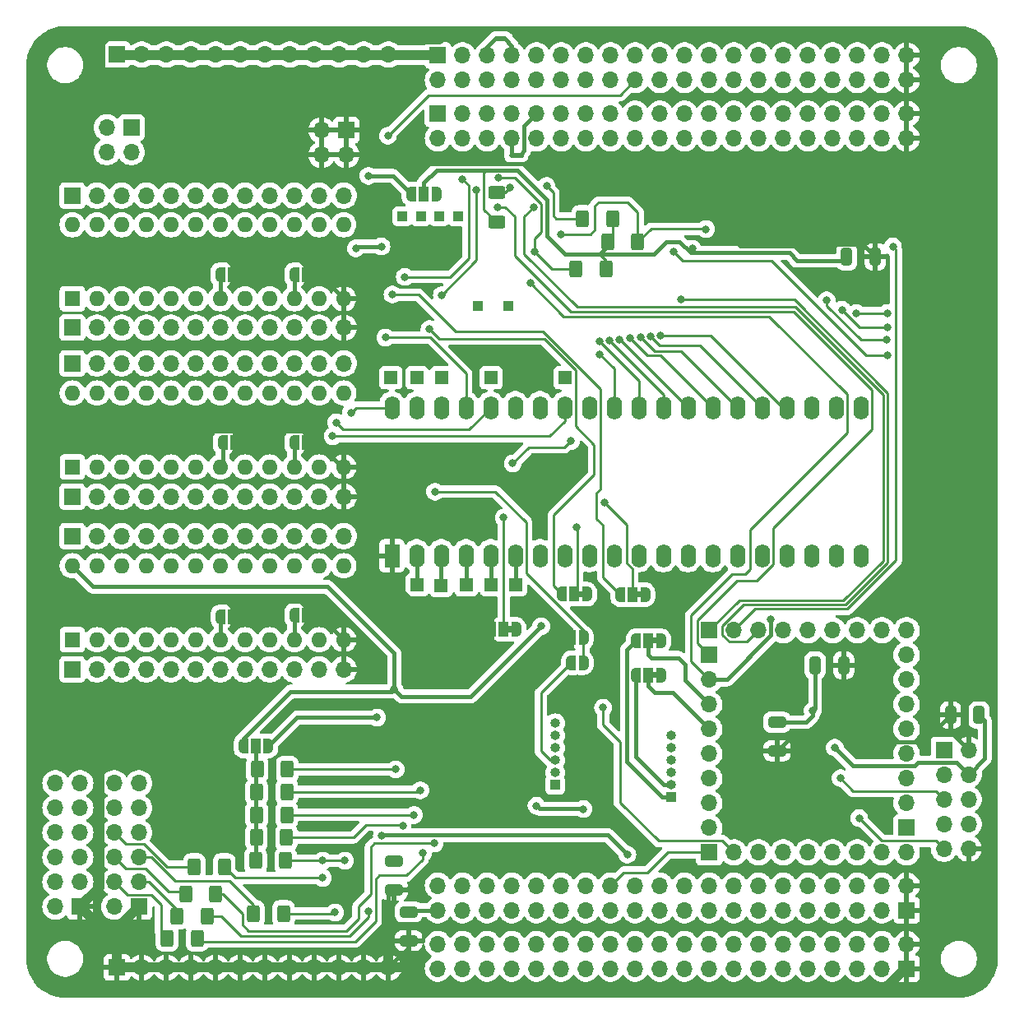
<source format=gbr>
%TF.GenerationSoftware,KiCad,Pcbnew,8.0.5-8.0.5-0~ubuntu22.04.1*%
%TF.CreationDate,2024-10-05T19:48:29+02:00*%
%TF.ProjectId,6809_CPU,36383039-5f43-4505-952e-6b696361645f,rev?*%
%TF.SameCoordinates,Original*%
%TF.FileFunction,Copper,L2,Bot*%
%TF.FilePolarity,Positive*%
%FSLAX46Y46*%
G04 Gerber Fmt 4.6, Leading zero omitted, Abs format (unit mm)*
G04 Created by KiCad (PCBNEW 8.0.5-8.0.5-0~ubuntu22.04.1) date 2024-10-05 19:48:29*
%MOMM*%
%LPD*%
G01*
G04 APERTURE LIST*
G04 Aperture macros list*
%AMRoundRect*
0 Rectangle with rounded corners*
0 $1 Rounding radius*
0 $2 $3 $4 $5 $6 $7 $8 $9 X,Y pos of 4 corners*
0 Add a 4 corners polygon primitive as box body*
4,1,4,$2,$3,$4,$5,$6,$7,$8,$9,$2,$3,0*
0 Add four circle primitives for the rounded corners*
1,1,$1+$1,$2,$3*
1,1,$1+$1,$4,$5*
1,1,$1+$1,$6,$7*
1,1,$1+$1,$8,$9*
0 Add four rect primitives between the rounded corners*
20,1,$1+$1,$2,$3,$4,$5,0*
20,1,$1+$1,$4,$5,$6,$7,0*
20,1,$1+$1,$6,$7,$8,$9,0*
20,1,$1+$1,$8,$9,$2,$3,0*%
%AMFreePoly0*
4,1,19,0.550000,-0.750000,0.000000,-0.750000,0.000000,-0.744911,-0.071157,-0.744911,-0.207708,-0.704816,-0.327430,-0.627875,-0.420627,-0.520320,-0.479746,-0.390866,-0.500000,-0.250000,-0.500000,0.250000,-0.479746,0.390866,-0.420627,0.520320,-0.327430,0.627875,-0.207708,0.704816,-0.071157,0.744911,0.000000,0.744911,0.000000,0.750000,0.550000,0.750000,0.550000,-0.750000,0.550000,-0.750000,
$1*%
%AMFreePoly1*
4,1,19,0.000000,0.744911,0.071157,0.744911,0.207708,0.704816,0.327430,0.627875,0.420627,0.520320,0.479746,0.390866,0.500000,0.250000,0.500000,-0.250000,0.479746,-0.390866,0.420627,-0.520320,0.327430,-0.627875,0.207708,-0.704816,0.071157,-0.744911,0.000000,-0.744911,0.000000,-0.750000,-0.550000,-0.750000,-0.550000,0.750000,0.000000,0.750000,0.000000,0.744911,0.000000,0.744911,
$1*%
%AMFreePoly2*
4,1,19,0.500000,-0.750000,0.000000,-0.750000,0.000000,-0.744911,-0.071157,-0.744911,-0.207708,-0.704816,-0.327430,-0.627875,-0.420627,-0.520320,-0.479746,-0.390866,-0.500000,-0.250000,-0.500000,0.250000,-0.479746,0.390866,-0.420627,0.520320,-0.327430,0.627875,-0.207708,0.704816,-0.071157,0.744911,0.000000,0.744911,0.000000,0.750000,0.500000,0.750000,0.500000,-0.750000,0.500000,-0.750000,
$1*%
%AMFreePoly3*
4,1,19,0.000000,0.744911,0.071157,0.744911,0.207708,0.704816,0.327430,0.627875,0.420627,0.520320,0.479746,0.390866,0.500000,0.250000,0.500000,-0.250000,0.479746,-0.390866,0.420627,-0.520320,0.327430,-0.627875,0.207708,-0.704816,0.071157,-0.744911,0.000000,-0.744911,0.000000,-0.750000,-0.500000,-0.750000,-0.500000,0.750000,0.000000,0.750000,0.000000,0.744911,0.000000,0.744911,
$1*%
G04 Aperture macros list end*
%TA.AperFunction,EtchedComponent*%
%ADD10C,0.000000*%
%TD*%
%TA.AperFunction,ComponentPad*%
%ADD11R,1.600000X1.600000*%
%TD*%
%TA.AperFunction,ComponentPad*%
%ADD12O,1.600000X1.600000*%
%TD*%
%TA.AperFunction,ComponentPad*%
%ADD13R,1.700000X1.700000*%
%TD*%
%TA.AperFunction,ComponentPad*%
%ADD14O,1.700000X1.700000*%
%TD*%
%TA.AperFunction,ComponentPad*%
%ADD15R,1.000000X1.000000*%
%TD*%
%TA.AperFunction,ComponentPad*%
%ADD16R,1.350000X1.350000*%
%TD*%
%TA.AperFunction,ComponentPad*%
%ADD17O,1.000000X1.000000*%
%TD*%
%TA.AperFunction,ComponentPad*%
%ADD18R,1.600000X2.400000*%
%TD*%
%TA.AperFunction,ComponentPad*%
%ADD19O,1.600000X2.400000*%
%TD*%
%TA.AperFunction,SMDPad,CuDef*%
%ADD20FreePoly0,0.000000*%
%TD*%
%TA.AperFunction,SMDPad,CuDef*%
%ADD21R,1.000000X1.500000*%
%TD*%
%TA.AperFunction,SMDPad,CuDef*%
%ADD22FreePoly1,0.000000*%
%TD*%
%TA.AperFunction,SMDPad,CuDef*%
%ADD23RoundRect,0.250000X0.625000X-0.400000X0.625000X0.400000X-0.625000X0.400000X-0.625000X-0.400000X0*%
%TD*%
%TA.AperFunction,SMDPad,CuDef*%
%ADD24RoundRect,0.250000X-0.650000X0.325000X-0.650000X-0.325000X0.650000X-0.325000X0.650000X0.325000X0*%
%TD*%
%TA.AperFunction,SMDPad,CuDef*%
%ADD25FreePoly2,180.000000*%
%TD*%
%TA.AperFunction,SMDPad,CuDef*%
%ADD26FreePoly3,180.000000*%
%TD*%
%TA.AperFunction,SMDPad,CuDef*%
%ADD27RoundRect,0.250000X0.400000X0.625000X-0.400000X0.625000X-0.400000X-0.625000X0.400000X-0.625000X0*%
%TD*%
%TA.AperFunction,SMDPad,CuDef*%
%ADD28RoundRect,0.250000X-0.400000X-0.625000X0.400000X-0.625000X0.400000X0.625000X-0.400000X0.625000X0*%
%TD*%
%TA.AperFunction,SMDPad,CuDef*%
%ADD29FreePoly2,0.000000*%
%TD*%
%TA.AperFunction,SMDPad,CuDef*%
%ADD30FreePoly3,0.000000*%
%TD*%
%TA.AperFunction,SMDPad,CuDef*%
%ADD31FreePoly0,180.000000*%
%TD*%
%TA.AperFunction,SMDPad,CuDef*%
%ADD32FreePoly1,180.000000*%
%TD*%
%TA.AperFunction,SMDPad,CuDef*%
%ADD33C,0.500000*%
%TD*%
%TA.AperFunction,SMDPad,CuDef*%
%ADD34RoundRect,0.250000X-0.325000X-0.650000X0.325000X-0.650000X0.325000X0.650000X-0.325000X0.650000X0*%
%TD*%
%TA.AperFunction,SMDPad,CuDef*%
%ADD35RoundRect,0.250000X0.325000X0.650000X-0.325000X0.650000X-0.325000X-0.650000X0.325000X-0.650000X0*%
%TD*%
%TA.AperFunction,ViaPad*%
%ADD36C,0.800000*%
%TD*%
%TA.AperFunction,Conductor*%
%ADD37C,0.250000*%
%TD*%
%TA.AperFunction,Conductor*%
%ADD38C,0.400000*%
%TD*%
%TA.AperFunction,Conductor*%
%ADD39C,1.000000*%
%TD*%
G04 APERTURE END LIST*
D10*
%TA.AperFunction,EtchedComponent*%
%TO.C,NT1*%
G36*
X99311600Y-51507200D02*
G01*
X98311600Y-51507200D01*
X98311600Y-51007200D01*
X99311600Y-51007200D01*
X99311600Y-51507200D01*
G37*
%TD.AperFunction*%
%TA.AperFunction,EtchedComponent*%
%TO.C,JP23*%
G36*
X100041800Y-112370595D02*
G01*
X99541800Y-112370595D01*
X99541800Y-111770595D01*
X100041800Y-111770595D01*
X100041800Y-112370595D01*
G37*
%TD.AperFunction*%
%TA.AperFunction,EtchedComponent*%
%TO.C,JP25*%
G36*
X114947000Y-113544995D02*
G01*
X114447000Y-113544995D01*
X114447000Y-112944995D01*
X114947000Y-112944995D01*
X114947000Y-113544995D01*
G37*
%TD.AperFunction*%
%TA.AperFunction,EtchedComponent*%
%TO.C,JP21*%
G36*
X113320400Y-108808800D02*
G01*
X112820400Y-108808800D01*
X112820400Y-108208800D01*
X113320400Y-108208800D01*
X113320400Y-108808800D01*
G37*
%TD.AperFunction*%
%TA.AperFunction,EtchedComponent*%
%TO.C,NT2*%
G36*
X100929200Y-63577995D02*
G01*
X99929200Y-63577995D01*
X99929200Y-63077995D01*
X100929200Y-63077995D01*
X100929200Y-63577995D01*
G37*
%TD.AperFunction*%
%TA.AperFunction,EtchedComponent*%
%TO.C,JP22*%
G36*
X107326000Y-108758000D02*
G01*
X106826000Y-108758000D01*
X106826000Y-108158000D01*
X107326000Y-108158000D01*
X107326000Y-108758000D01*
G37*
%TD.AperFunction*%
%TA.AperFunction,EtchedComponent*%
%TO.C,JP26*%
G36*
X114947000Y-117094995D02*
G01*
X114447000Y-117094995D01*
X114447000Y-116494995D01*
X114947000Y-116494995D01*
X114947000Y-117094995D01*
G37*
%TD.AperFunction*%
%TD*%
D11*
%TO.P,J39,1,Pin_1*%
%TO.N,Net-(J38-Pin_1)*%
X54737000Y-113157000D03*
D12*
%TO.P,J39,2,Pin_2*%
%TO.N,Net-(J38-Pin_2)*%
X57277000Y-113157000D03*
%TO.P,J39,3,Pin_3*%
%TO.N,Net-(J38-Pin_3)*%
X59817000Y-113157000D03*
%TO.P,J39,4,Pin_4*%
%TO.N,Net-(J38-Pin_4)*%
X62357000Y-113157000D03*
%TO.P,J39,5,Pin_5*%
%TO.N,Net-(J38-Pin_5)*%
X64897000Y-113157000D03*
%TO.P,J39,6,Pin_6*%
%TO.N,Net-(J38-Pin_6)*%
X67437000Y-113157000D03*
%TO.P,J39,7,Pin_7*%
%TO.N,Net-(J38-Pin_7)*%
X69977000Y-113157000D03*
%TO.P,J39,8,Pin_8*%
%TO.N,Net-(J38-Pin_8)*%
X72517000Y-113157000D03*
%TO.P,J39,9,Pin_9*%
%TO.N,Net-(J38-Pin_9)*%
X75057000Y-113157000D03*
%TO.P,J39,10,Pin_10*%
%TO.N,Net-(J38-Pin_10)*%
X77597000Y-113157000D03*
%TO.P,J39,11,Pin_11*%
%TO.N,Net-(J38-Pin_11)*%
X80137000Y-113157000D03*
%TO.P,J39,12,Pin_12*%
%TO.N,GND*%
X82677000Y-113157000D03*
%TO.P,J39,13,Pin_13*%
%TO.N,Net-(J39-Pin_13)*%
X82677000Y-105537000D03*
%TO.P,J39,14,Pin_14*%
%TO.N,Net-(J39-Pin_14)*%
X80137000Y-105537000D03*
%TO.P,J39,15,Pin_15*%
%TO.N,Net-(J39-Pin_15)*%
X77597000Y-105537000D03*
%TO.P,J39,16,Pin_16*%
%TO.N,Net-(J39-Pin_16)*%
X75057000Y-105537000D03*
%TO.P,J39,17,Pin_17*%
%TO.N,Net-(J39-Pin_17)*%
X72517000Y-105537000D03*
%TO.P,J39,18,Pin_18*%
%TO.N,Net-(J39-Pin_18)*%
X69977000Y-105537000D03*
%TO.P,J39,19,Pin_19*%
%TO.N,Net-(J39-Pin_19)*%
X67437000Y-105537000D03*
%TO.P,J39,20,Pin_20*%
%TO.N,Net-(J39-Pin_20)*%
X64897000Y-105537000D03*
%TO.P,J39,21,Pin_21*%
%TO.N,Net-(J39-Pin_21)*%
X62357000Y-105537000D03*
%TO.P,J39,22,Pin_22*%
%TO.N,Net-(J39-Pin_22)*%
X59817000Y-105537000D03*
%TO.P,J39,23,Pin_23*%
%TO.N,Net-(J39-Pin_23)*%
X57277000Y-105537000D03*
%TO.P,J39,24,Pin_24*%
%TO.N,+5V*%
X54737000Y-105537000D03*
%TD*%
D13*
%TO.P,J8,1,Pin_1*%
%TO.N,/ZZ43*%
X120300000Y-135043000D03*
D14*
%TO.P,J8,2,Pin_2*%
%TO.N,/BA*%
X122840000Y-135043000D03*
%TO.P,J8,3,Pin_3*%
%TO.N,/PHI0_c*%
X125380000Y-135043000D03*
%TO.P,J8,4,Pin_4*%
%TO.N,/ZZ2*%
X127920000Y-135043000D03*
%TO.P,J8,5,Pin_5*%
%TO.N,/CLKF*%
X130460000Y-135043000D03*
%TO.P,J8,6,Pin_6*%
%TO.N,/ZZ5*%
X133000000Y-135043000D03*
%TO.P,J8,7,Pin_7*%
%TO.N,/ZZ6*%
X135540000Y-135043000D03*
%TO.P,J8,8,Pin_8*%
%TO.N,/ZZ7*%
X138080000Y-135043000D03*
%TO.P,J8,9,Pin_9*%
%TO.N,/ZZ8*%
X140620000Y-135043000D03*
%TD*%
D13*
%TO.P,J36,1,Pin_1*%
%TO.N,GND*%
X61595000Y-140627000D03*
D14*
%TO.P,J36,2,Pin_2*%
%TO.N,+5V*%
X59055000Y-140627000D03*
%TO.P,J36,3,Pin_3*%
%TO.N,/J36-3*%
X61595000Y-138087000D03*
%TO.P,J36,4,Pin_4*%
%TO.N,/J36-4*%
X59055000Y-138087000D03*
%TO.P,J36,5,Pin_5*%
%TO.N,/J36-5*%
X61595000Y-135547000D03*
%TO.P,J36,6,Pin_6*%
%TO.N,/J36-6*%
X59055000Y-135547000D03*
%TO.P,J36,7,Pin_7*%
%TO.N,/~{HALT}*%
X61595000Y-133007000D03*
%TO.P,J36,8,Pin_8*%
%TO.N,/J36-8*%
X59055000Y-133007000D03*
%TO.P,J36,9,Pin_9*%
%TO.N,/~{NMI}*%
X61595000Y-130467000D03*
%TO.P,J36,10,Pin_10*%
%TO.N,/~{IRQ}*%
X59055000Y-130467000D03*
%TO.P,J36,11,Pin_11*%
%TO.N,/~{FIRQ}*%
X61595000Y-127927000D03*
%TO.P,J36,12,Pin_12*%
%TO.N,/~{RST}*%
X59055000Y-127927000D03*
%TD*%
D15*
%TO.P,J13,1,Pin_1*%
%TO.N,Net-(J13-Pin_1)*%
X88702400Y-69550995D03*
%TD*%
D13*
%TO.P,J1,1,Pin_1*%
%TO.N,+5V*%
X92367000Y-53000000D03*
D14*
%TO.P,J1,2,Pin_2*%
X92367000Y-55540000D03*
%TO.P,J1,3,Pin_3*%
%TO.N,/Qe*%
X94907000Y-53000000D03*
%TO.P,J1,4,Pin_4*%
%TO.N,/Ee*%
X94907000Y-55540000D03*
%TO.P,J1,5,Pin_5*%
%TO.N,/~{IORD}*%
X97447000Y-53000000D03*
%TO.P,J1,6,Pin_6*%
%TO.N,/R{slash}~{W}_e*%
X97447000Y-55540000D03*
%TO.P,J1,7,Pin_7*%
%TO.N,/~{MRD}*%
X99987000Y-53000000D03*
%TO.P,J1,8,Pin_8*%
%TO.N,/~{MWR}*%
X99987000Y-55540000D03*
%TO.P,J1,9,Pin_9*%
%TO.N,/~{IOWR}*%
X102527000Y-53000000D03*
%TO.P,J1,10,Pin_10*%
%TO.N,/DB0*%
X102527000Y-55540000D03*
%TO.P,J1,11,Pin_11*%
%TO.N,/DB1*%
X105067000Y-53000000D03*
%TO.P,J1,12,Pin_12*%
%TO.N,/DB2*%
X105067000Y-55540000D03*
%TO.P,J1,13,Pin_13*%
%TO.N,/DB3*%
X107607000Y-53000000D03*
%TO.P,J1,14,Pin_14*%
%TO.N,/DB4*%
X107607000Y-55540000D03*
%TO.P,J1,15,Pin_15*%
%TO.N,/DB5*%
X110147000Y-53000000D03*
%TO.P,J1,16,Pin_16*%
%TO.N,/DB6*%
X110147000Y-55540000D03*
%TO.P,J1,17,Pin_17*%
%TO.N,/DB7*%
X112687000Y-53000000D03*
%TO.P,J1,18,Pin_18*%
%TO.N,/~{RST}*%
X112687000Y-55540000D03*
%TO.P,J1,19,Pin_19*%
%TO.N,/A0*%
X115227000Y-53000000D03*
%TO.P,J1,20,Pin_20*%
%TO.N,/A1*%
X115227000Y-55540000D03*
%TO.P,J1,21,Pin_21*%
%TO.N,/A2*%
X117767000Y-53000000D03*
%TO.P,J1,22,Pin_22*%
%TO.N,/A3*%
X117767000Y-55540000D03*
%TO.P,J1,23,Pin_23*%
%TO.N,/A4*%
X120307000Y-53000000D03*
%TO.P,J1,24,Pin_24*%
%TO.N,/A5*%
X120307000Y-55540000D03*
%TO.P,J1,25,Pin_25*%
%TO.N,/A6*%
X122847000Y-53000000D03*
%TO.P,J1,26,Pin_26*%
%TO.N,/A7*%
X122847000Y-55540000D03*
%TO.P,J1,27,Pin_27*%
%TO.N,/A8*%
X125387000Y-53000000D03*
%TO.P,J1,28,Pin_28*%
%TO.N,/A9*%
X125387000Y-55540000D03*
%TO.P,J1,29,Pin_29*%
%TO.N,/A10*%
X127927000Y-53000000D03*
%TO.P,J1,30,Pin_30*%
%TO.N,/A11*%
X127927000Y-55540000D03*
%TO.P,J1,31,Pin_31*%
%TO.N,/A12*%
X130467000Y-53000000D03*
%TO.P,J1,32,Pin_32*%
%TO.N,/A13*%
X130467000Y-55540000D03*
%TO.P,J1,33,Pin_33*%
%TO.N,/A14*%
X133007000Y-53000000D03*
%TO.P,J1,34,Pin_34*%
%TO.N,/A15*%
X133007000Y-55540000D03*
%TO.P,J1,35,Pin_35*%
%TO.N,/Bus/A16*%
X135547000Y-53000000D03*
%TO.P,J1,36,Pin_36*%
%TO.N,/Bus/A17*%
X135547000Y-55540000D03*
%TO.P,J1,37,Pin_37*%
%TO.N,/Bus/A18*%
X138087000Y-53000000D03*
%TO.P,J1,38,Pin_38*%
%TO.N,/Bus/A19*%
X138087000Y-55540000D03*
%TO.P,J1,39,Pin_39*%
%TO.N,GND*%
X140627000Y-53000000D03*
%TO.P,J1,40,Pin_40*%
X140627000Y-55540000D03*
%TD*%
D15*
%TO.P,J14,1,Pin_1*%
%TO.N,Net-(J14-Pin_1)*%
X94417400Y-69550995D03*
%TD*%
D16*
%TO.P,J9,1,Pin_1*%
%TO.N,/~{NMI}*%
X90201000Y-107523995D03*
%TD*%
D15*
%TO.P,J11,1,Pin_1*%
%TO.N,Net-(J11-Pin_1)*%
X96449400Y-78821995D03*
%TD*%
%TO.P,J31,1,Pin_1*%
%TO.N,/Buffers/Ec*%
X116337600Y-129317195D03*
D17*
%TO.P,J31,2,Pin_2*%
%TO.N,/Buffers/Qc*%
X116337600Y-128047195D03*
%TO.P,J31,3,Pin_3*%
%TO.N,/CLKCPUc*%
X116337600Y-126777195D03*
%TO.P,J31,4,Pin_4*%
%TO.N,Net-(J31-Pin_4)*%
X116337600Y-125507195D03*
%TO.P,J31,5,Pin_5*%
%TO.N,Net-(J31-Pin_5)*%
X116337600Y-124237195D03*
%TO.P,J31,6,Pin_6*%
%TO.N,Net-(J31-Pin_6)*%
X116337600Y-122967195D03*
%TD*%
D13*
%TO.P,J5,1,Pin_1*%
%TO.N,/ZZ33*%
X120300000Y-112183000D03*
D14*
%TO.P,J5,2,Pin_2*%
%TO.N,/ZZ32*%
X122840000Y-112183000D03*
%TO.P,J5,3,Pin_3*%
%TO.N,/ZZ31*%
X125380000Y-112183000D03*
%TO.P,J5,4,Pin_4*%
%TO.N,/ZZ30*%
X127920000Y-112183000D03*
%TO.P,J5,5,Pin_5*%
%TO.N,/ZZ29*%
X130460000Y-112183000D03*
%TO.P,J5,6,Pin_6*%
%TO.N,/ZZ28*%
X133000000Y-112183000D03*
%TO.P,J5,7,Pin_7*%
%TO.N,/ZZ27*%
X135540000Y-112183000D03*
%TO.P,J5,8,Pin_8*%
%TO.N,/ZZ23*%
X138080000Y-112183000D03*
%TO.P,J5,9,Pin_9*%
%TO.N,/ZZ22*%
X140620000Y-112183000D03*
%TD*%
D13*
%TO.P,J4,1,Pin_1*%
%TO.N,GND*%
X140627000Y-141000000D03*
D14*
%TO.P,J4,2,Pin_2*%
X140627000Y-138460000D03*
%TO.P,J4,3,Pin_3*%
%TO.N,+3V3*%
X138087000Y-141000000D03*
%TO.P,J4,4,Pin_4*%
X138087000Y-138460000D03*
%TO.P,J4,5,Pin_5*%
%TO.N,/Bus/~{CE_EXT1}*%
X135547000Y-141000000D03*
%TO.P,J4,6,Pin_6*%
%TO.N,/Bus/~{CE_EXT0}*%
X135547000Y-138460000D03*
%TO.P,J4,7,Pin_7*%
%TO.N,/Bus/~{CE_EXT3}*%
X133007000Y-141000000D03*
%TO.P,J4,8,Pin_8*%
%TO.N,/Bus/~{CE_EXT2}*%
X133007000Y-138460000D03*
%TO.P,J4,9,Pin_9*%
%TO.N,/Bus/~{CE_EXT5}*%
X130467000Y-141000000D03*
%TO.P,J4,10,Pin_10*%
%TO.N,/Bus/~{CE_EXT4}*%
X130467000Y-138460000D03*
%TO.P,J4,11,Pin_11*%
%TO.N,/Bus/~{CE_EXT7}*%
X127927000Y-141000000D03*
%TO.P,J4,12,Pin_12*%
%TO.N,/Bus/~{CE_EXT6}*%
X127927000Y-138460000D03*
%TO.P,J4,13,Pin_13*%
%TO.N,/Bus/~{CE_EXT9}*%
X125387000Y-141000000D03*
%TO.P,J4,14,Pin_14*%
%TO.N,/Bus/~{CE_EXT8}*%
X125387000Y-138460000D03*
%TO.P,J4,15,Pin_15*%
%TO.N,/Bus/~{CE_EXT11}*%
X122847000Y-141000000D03*
%TO.P,J4,16,Pin_16*%
%TO.N,/Bus/~{CE_EXT10}*%
X122847000Y-138460000D03*
%TO.P,J4,17,Pin_17*%
%TO.N,/Bus/~{CE_EXT13}*%
X120307000Y-141000000D03*
%TO.P,J4,18,Pin_18*%
%TO.N,/Bus/~{CE_EXT12}*%
X120307000Y-138460000D03*
%TO.P,J4,19,Pin_19*%
%TO.N,/Bus/RES4*%
X117767000Y-141000000D03*
%TO.P,J4,20,Pin_20*%
%TO.N,/Bus/RES5*%
X117767000Y-138460000D03*
%TO.P,J4,21,Pin_21*%
%TO.N,/Bus/RES2*%
X115227000Y-141000000D03*
%TO.P,J4,22,Pin_22*%
%TO.N,/Bus/RES3*%
X115227000Y-138460000D03*
%TO.P,J4,23,Pin_23*%
%TO.N,/RES0*%
X112687000Y-141000000D03*
%TO.P,J4,24,Pin_24*%
%TO.N,/RES1*%
X112687000Y-138460000D03*
%TO.P,J4,25,Pin_25*%
%TO.N,/Bus/CLK1*%
X110147000Y-141000000D03*
%TO.P,J4,26,Pin_26*%
%TO.N,/ZZ43*%
X110147000Y-138460000D03*
%TO.P,J4,27,Pin_27*%
%TO.N,/CLKF*%
X107607000Y-141000000D03*
%TO.P,J4,28,Pin_28*%
%TO.N,/CLKS*%
X107607000Y-138460000D03*
%TO.P,J4,29,Pin_29*%
%TO.N,/~{PHI0}*%
X105067000Y-141000000D03*
%TO.P,J4,30,Pin_30*%
%TO.N,/PHI0*%
X105067000Y-138460000D03*
%TO.P,J4,31,Pin_31*%
%TO.N,/Bus/SDA*%
X102527000Y-141000000D03*
%TO.P,J4,32,Pin_32*%
%TO.N,/Bus/SCL*%
X102527000Y-138460000D03*
%TO.P,J4,33,Pin_33*%
%TO.N,/Bus/TX1*%
X99987000Y-141000000D03*
%TO.P,J4,34,Pin_34*%
%TO.N,/Bus/RX1*%
X99987000Y-138460000D03*
%TO.P,J4,35,Pin_35*%
%TO.N,/Bus/TX0*%
X97447000Y-141000000D03*
%TO.P,J4,36,Pin_36*%
%TO.N,/Bus/RX0*%
X97447000Y-138460000D03*
%TO.P,J4,37,Pin_37*%
%TO.N,/Bus/TXSTM*%
X94907000Y-141000000D03*
%TO.P,J4,38,Pin_38*%
%TO.N,/Bus/RXSTM*%
X94907000Y-138460000D03*
%TO.P,J4,39,Pin_39*%
%TO.N,+5VA*%
X92367000Y-141000000D03*
%TO.P,J4,40,Pin_40*%
X92367000Y-138460000D03*
%TD*%
D11*
%TO.P,J25,1,Pin_1*%
%TO.N,Net-(J23-Pin_1)*%
X54737000Y-95377000D03*
D12*
%TO.P,J25,2,Pin_2*%
%TO.N,Net-(J23-Pin_2)*%
X57277000Y-95377000D03*
%TO.P,J25,3,Pin_3*%
%TO.N,Net-(J23-Pin_3)*%
X59817000Y-95377000D03*
%TO.P,J25,4,Pin_4*%
%TO.N,Net-(J23-Pin_4)*%
X62357000Y-95377000D03*
%TO.P,J25,5,Pin_5*%
%TO.N,Net-(J23-Pin_5)*%
X64897000Y-95377000D03*
%TO.P,J25,6,Pin_6*%
%TO.N,Net-(J23-Pin_6)*%
X67437000Y-95377000D03*
%TO.P,J25,7,Pin_7*%
%TO.N,Net-(J23-Pin_7)*%
X69977000Y-95377000D03*
%TO.P,J25,8,Pin_8*%
%TO.N,Net-(J23-Pin_8)*%
X72517000Y-95377000D03*
%TO.P,J25,9,Pin_9*%
%TO.N,Net-(J23-Pin_9)*%
X75057000Y-95377000D03*
%TO.P,J25,10,Pin_10*%
%TO.N,Net-(J23-Pin_10)*%
X77597000Y-95377000D03*
%TO.P,J25,11,Pin_11*%
%TO.N,Net-(J23-Pin_11)*%
X80137000Y-95377000D03*
%TO.P,J25,12,Pin_12*%
%TO.N,GND*%
X82677000Y-95377000D03*
%TO.P,J25,13,Pin_13*%
%TO.N,Net-(J25-Pin_13)*%
X82677000Y-87757000D03*
%TO.P,J25,14,Pin_14*%
%TO.N,Net-(J25-Pin_14)*%
X80137000Y-87757000D03*
%TO.P,J25,15,Pin_15*%
%TO.N,Net-(J25-Pin_15)*%
X77597000Y-87757000D03*
%TO.P,J25,16,Pin_16*%
%TO.N,Net-(J25-Pin_16)*%
X75057000Y-87757000D03*
%TO.P,J25,17,Pin_17*%
%TO.N,Net-(J25-Pin_17)*%
X72517000Y-87757000D03*
%TO.P,J25,18,Pin_18*%
%TO.N,Net-(J25-Pin_18)*%
X69977000Y-87757000D03*
%TO.P,J25,19,Pin_19*%
%TO.N,Net-(J25-Pin_19)*%
X67437000Y-87757000D03*
%TO.P,J25,20,Pin_20*%
%TO.N,Net-(J25-Pin_20)*%
X64897000Y-87757000D03*
%TO.P,J25,21,Pin_21*%
%TO.N,Net-(J25-Pin_21)*%
X62357000Y-87757000D03*
%TO.P,J25,22,Pin_22*%
%TO.N,Net-(J25-Pin_22)*%
X59817000Y-87757000D03*
%TO.P,J25,23,Pin_23*%
%TO.N,Net-(J25-Pin_23)*%
X57277000Y-87757000D03*
%TO.P,J25,24,Pin_24*%
%TO.N,+5V*%
X54737000Y-87757000D03*
%TD*%
D18*
%TO.P,U22,1,VSS*%
%TO.N,GND*%
X87635600Y-104501395D03*
D19*
%TO.P,U22,2,~{NMI}*%
%TO.N,/~{NMI}*%
X90175600Y-104501395D03*
%TO.P,U22,3,~{IRQ}*%
%TO.N,/~{IRQ}*%
X92715600Y-104501395D03*
%TO.P,U22,4,~{FIRQ}*%
%TO.N,/~{FIRQ}*%
X95255600Y-104501395D03*
%TO.P,U22,5,BS*%
%TO.N,/BS*%
X97795600Y-104501395D03*
%TO.P,U22,6,BA*%
%TO.N,/BA*%
X100335600Y-104501395D03*
%TO.P,U22,7,VCC*%
%TO.N,+5V*%
X102875600Y-104501395D03*
%TO.P,U22,8,A0*%
%TO.N,/CA0*%
X105415600Y-104501395D03*
%TO.P,U22,9,A1*%
%TO.N,/CA1*%
X107955600Y-104501395D03*
%TO.P,U22,10,A2*%
%TO.N,/CA2*%
X110495600Y-104501395D03*
%TO.P,U22,11,A3*%
%TO.N,/CA3*%
X113035600Y-104501395D03*
%TO.P,U22,12,A4*%
%TO.N,/CA4*%
X115575600Y-104501395D03*
%TO.P,U22,13,A5*%
%TO.N,/CA5*%
X118115600Y-104501395D03*
%TO.P,U22,14,A6*%
%TO.N,/CA6*%
X120655600Y-104501395D03*
%TO.P,U22,15,A7*%
%TO.N,/CA7*%
X123195600Y-104501395D03*
%TO.P,U22,16,A8*%
%TO.N,/CA8*%
X125735600Y-104501395D03*
%TO.P,U22,17,A9*%
%TO.N,/CA9*%
X128275600Y-104501395D03*
%TO.P,U22,18,A10*%
%TO.N,/CA10*%
X130815600Y-104501395D03*
%TO.P,U22,19,A11*%
%TO.N,/CA11*%
X133355600Y-104501395D03*
%TO.P,U22,20,A12*%
%TO.N,/CA12*%
X135895600Y-104501395D03*
%TO.P,U22,21,A13*%
%TO.N,/CA13*%
X135895600Y-89261395D03*
%TO.P,U22,22,A14*%
%TO.N,/CA14*%
X133355600Y-89261395D03*
%TO.P,U22,23,A15*%
%TO.N,/CA15*%
X130815600Y-89261395D03*
%TO.P,U22,24,D7*%
%TO.N,/CD7*%
X128275600Y-89261395D03*
%TO.P,U22,25,D6*%
%TO.N,/CD6*%
X125735600Y-89261395D03*
%TO.P,U22,26,D5*%
%TO.N,/CD5*%
X123195600Y-89261395D03*
%TO.P,U22,27,D4*%
%TO.N,/CD4*%
X120655600Y-89261395D03*
%TO.P,U22,28,D3*%
%TO.N,/CD3*%
X118115600Y-89261395D03*
%TO.P,U22,29,D2*%
%TO.N,/CD2*%
X115575600Y-89261395D03*
%TO.P,U22,30,D1*%
%TO.N,/CD1*%
X113035600Y-89261395D03*
%TO.P,U22,31,D0*%
%TO.N,/CD0*%
X110495600Y-89261395D03*
%TO.P,U22,32,R/~{W}*%
%TO.N,/R{slash}~{W}*%
X107955600Y-89261395D03*
%TO.P,U22,33,BUSY*%
%TO.N,/BUSY*%
X105415600Y-89261395D03*
%TO.P,U22,34,E*%
%TO.N,Net-(JP21-C)*%
X102875600Y-89261395D03*
%TO.P,U22,35,Q*%
%TO.N,Net-(JP22-C)*%
X100335600Y-89261395D03*
%TO.P,U22,36,AVMA*%
%TO.N,/AVMA*%
X97795600Y-89261395D03*
%TO.P,U22,37,~{RESET}*%
%TO.N,/~{RST}*%
X95255600Y-89261395D03*
%TO.P,U22,38,LIC*%
%TO.N,/P38*%
X92715600Y-89261395D03*
%TO.P,U22,39,TSC*%
%TO.N,/P39*%
X90175600Y-89261395D03*
%TO.P,U22,40,~{HALT}*%
%TO.N,/~{HALT}*%
X87635600Y-89261395D03*
%TD*%
D11*
%TO.P,J24,1,Pin_1*%
%TO.N,Net-(J22-Pin_1)*%
X54732000Y-78049000D03*
D12*
%TO.P,J24,2,Pin_2*%
%TO.N,Net-(J22-Pin_2)*%
X57272000Y-78049000D03*
%TO.P,J24,3,Pin_3*%
%TO.N,Net-(J22-Pin_3)*%
X59812000Y-78049000D03*
%TO.P,J24,4,Pin_4*%
%TO.N,Net-(J22-Pin_4)*%
X62352000Y-78049000D03*
%TO.P,J24,5,Pin_5*%
%TO.N,Net-(J22-Pin_5)*%
X64892000Y-78049000D03*
%TO.P,J24,6,Pin_6*%
%TO.N,Net-(J22-Pin_6)*%
X67432000Y-78049000D03*
%TO.P,J24,7,Pin_7*%
%TO.N,Net-(J22-Pin_7)*%
X69972000Y-78049000D03*
%TO.P,J24,8,Pin_8*%
%TO.N,Net-(J22-Pin_8)*%
X72512000Y-78049000D03*
%TO.P,J24,9,Pin_9*%
%TO.N,Net-(J22-Pin_9)*%
X75052000Y-78049000D03*
%TO.P,J24,10,Pin_10*%
%TO.N,Net-(J22-Pin_10)*%
X77592000Y-78049000D03*
%TO.P,J24,11,Pin_11*%
%TO.N,Net-(J22-Pin_11)*%
X80132000Y-78049000D03*
%TO.P,J24,12,Pin_12*%
%TO.N,GND*%
X82672000Y-78049000D03*
%TO.P,J24,13,Pin_13*%
%TO.N,Net-(J24-Pin_13)*%
X82672000Y-70429000D03*
%TO.P,J24,14,Pin_14*%
%TO.N,Net-(J24-Pin_14)*%
X80132000Y-70429000D03*
%TO.P,J24,15,Pin_15*%
%TO.N,Net-(J24-Pin_15)*%
X77592000Y-70429000D03*
%TO.P,J24,16,Pin_16*%
%TO.N,Net-(J24-Pin_16)*%
X75052000Y-70429000D03*
%TO.P,J24,17,Pin_17*%
%TO.N,Net-(J24-Pin_17)*%
X72512000Y-70429000D03*
%TO.P,J24,18,Pin_18*%
%TO.N,Net-(J24-Pin_18)*%
X69972000Y-70429000D03*
%TO.P,J24,19,Pin_19*%
%TO.N,Net-(J24-Pin_19)*%
X67432000Y-70429000D03*
%TO.P,J24,20,Pin_20*%
%TO.N,Net-(J24-Pin_20)*%
X64892000Y-70429000D03*
%TO.P,J24,21,Pin_21*%
%TO.N,Net-(J24-Pin_21)*%
X62352000Y-70429000D03*
%TO.P,J24,22,Pin_22*%
%TO.N,Net-(J24-Pin_22)*%
X59812000Y-70429000D03*
%TO.P,J24,23,Pin_23*%
%TO.N,Net-(J24-Pin_23)*%
X57272000Y-70429000D03*
%TO.P,J24,24,Pin_24*%
%TO.N,+5V*%
X54732000Y-70429000D03*
%TD*%
D16*
%TO.P,J32,1,Pin_1*%
%TO.N,/P39*%
X90201000Y-86187995D03*
%TD*%
%TO.P,J16,1,Pin_1*%
%TO.N,/~{IRQ}*%
X92690200Y-107549395D03*
%TD*%
D13*
%TO.P,J37,1,Pin_1*%
%TO.N,GND*%
X55540000Y-140627000D03*
D14*
%TO.P,J37,2,Pin_2*%
%TO.N,+5V*%
X53000000Y-140627000D03*
%TO.P,J37,3,Pin_3*%
%TO.N,/J36-3*%
X55540000Y-138087000D03*
%TO.P,J37,4,Pin_4*%
%TO.N,/J36-4*%
X53000000Y-138087000D03*
%TO.P,J37,5,Pin_5*%
%TO.N,/J36-5*%
X55540000Y-135547000D03*
%TO.P,J37,6,Pin_6*%
%TO.N,/J36-6*%
X53000000Y-135547000D03*
%TO.P,J37,7,Pin_7*%
%TO.N,/~{HALT}*%
X55540000Y-133007000D03*
%TO.P,J37,8,Pin_8*%
%TO.N,/J36-8*%
X53000000Y-133007000D03*
%TO.P,J37,9,Pin_9*%
%TO.N,/~{NMI}*%
X55540000Y-130467000D03*
%TO.P,J37,10,Pin_10*%
%TO.N,/~{IRQ}*%
X53000000Y-130467000D03*
%TO.P,J37,11,Pin_11*%
%TO.N,/~{FIRQ}*%
X55540000Y-127927000D03*
%TO.P,J37,12,Pin_12*%
%TO.N,/~{RST}*%
X53000000Y-127927000D03*
%TD*%
D15*
%TO.P,J15,1,Pin_1*%
%TO.N,Net-(J15-Pin_1)*%
X90607400Y-69550995D03*
%TD*%
D16*
%TO.P,J19,1,Pin_1*%
%TO.N,/BUSY*%
X105441000Y-86187995D03*
%TD*%
D13*
%TO.P,J40,1,Pin_1*%
%TO.N,+5V*%
X54737000Y-102489000D03*
D14*
%TO.P,J40,2,Pin_2*%
%TO.N,Net-(J39-Pin_23)*%
X57277000Y-102489000D03*
%TO.P,J40,3,Pin_3*%
%TO.N,Net-(J39-Pin_22)*%
X59817000Y-102489000D03*
%TO.P,J40,4,Pin_4*%
%TO.N,Net-(J39-Pin_21)*%
X62357000Y-102489000D03*
%TO.P,J40,5,Pin_5*%
%TO.N,Net-(J39-Pin_20)*%
X64897000Y-102489000D03*
%TO.P,J40,6,Pin_6*%
%TO.N,Net-(J39-Pin_19)*%
X67437000Y-102489000D03*
%TO.P,J40,7,Pin_7*%
%TO.N,Net-(J39-Pin_18)*%
X69977000Y-102489000D03*
%TO.P,J40,8,Pin_8*%
%TO.N,Net-(J39-Pin_17)*%
X72517000Y-102489000D03*
%TO.P,J40,9,Pin_9*%
%TO.N,Net-(J39-Pin_16)*%
X75057000Y-102489000D03*
%TO.P,J40,10,Pin_10*%
%TO.N,Net-(J39-Pin_15)*%
X77597000Y-102489000D03*
%TO.P,J40,11,Pin_11*%
%TO.N,Net-(J39-Pin_14)*%
X80137000Y-102489000D03*
%TO.P,J40,12,Pin_12*%
%TO.N,Net-(J39-Pin_13)*%
X82677000Y-102489000D03*
%TD*%
D13*
%TO.P,J23,1,Pin_1*%
%TO.N,Net-(J23-Pin_1)*%
X54737000Y-98425000D03*
D14*
%TO.P,J23,2,Pin_2*%
%TO.N,Net-(J23-Pin_2)*%
X57277000Y-98425000D03*
%TO.P,J23,3,Pin_3*%
%TO.N,Net-(J23-Pin_3)*%
X59817000Y-98425000D03*
%TO.P,J23,4,Pin_4*%
%TO.N,Net-(J23-Pin_4)*%
X62357000Y-98425000D03*
%TO.P,J23,5,Pin_5*%
%TO.N,Net-(J23-Pin_5)*%
X64897000Y-98425000D03*
%TO.P,J23,6,Pin_6*%
%TO.N,Net-(J23-Pin_6)*%
X67437000Y-98425000D03*
%TO.P,J23,7,Pin_7*%
%TO.N,Net-(J23-Pin_7)*%
X69977000Y-98425000D03*
%TO.P,J23,8,Pin_8*%
%TO.N,Net-(J23-Pin_8)*%
X72517000Y-98425000D03*
%TO.P,J23,9,Pin_9*%
%TO.N,Net-(J23-Pin_9)*%
X75057000Y-98425000D03*
%TO.P,J23,10,Pin_10*%
%TO.N,Net-(J23-Pin_10)*%
X77597000Y-98425000D03*
%TO.P,J23,11,Pin_11*%
%TO.N,Net-(J23-Pin_11)*%
X80137000Y-98425000D03*
%TO.P,J23,12,Pin_12*%
%TO.N,GND*%
X82677000Y-98425000D03*
%TD*%
D13*
%TO.P,J41,1,Pin_1*%
%TO.N,+5V*%
X60833000Y-60414000D03*
D14*
%TO.P,J41,2,Pin_2*%
X58293000Y-60414000D03*
%TO.P,J41,3,Pin_3*%
X60833000Y-62954000D03*
%TO.P,J41,4,Pin_4*%
X58293000Y-62954000D03*
%TD*%
D16*
%TO.P,J29,1,Pin_1*%
%TO.N,/AVMA*%
X97835000Y-86187995D03*
%TD*%
D13*
%TO.P,J20,1,Pin_1*%
%TO.N,GND*%
X59340000Y-146893995D03*
D14*
%TO.P,J20,2,Pin_2*%
X61880000Y-146893995D03*
%TO.P,J20,3,Pin_3*%
X64420000Y-146893995D03*
%TO.P,J20,4,Pin_4*%
X66960000Y-146893995D03*
%TO.P,J20,5,Pin_5*%
X69500000Y-146893995D03*
%TO.P,J20,6,Pin_6*%
X72040000Y-146893995D03*
%TO.P,J20,7,Pin_7*%
X74580000Y-146893995D03*
%TO.P,J20,8,Pin_8*%
X77120000Y-146893995D03*
%TO.P,J20,9,Pin_9*%
X79660000Y-146893995D03*
%TO.P,J20,10,Pin_10*%
X82200000Y-146893995D03*
%TO.P,J20,11,Pin_11*%
X84740000Y-146893995D03*
%TO.P,J20,12,Pin_12*%
X87280000Y-146893995D03*
%TD*%
D16*
%TO.P,J33,1,Pin_1*%
%TO.N,/~{HALT}*%
X87534000Y-86187995D03*
%TD*%
D13*
%TO.P,J2,1,Pin_1*%
%TO.N,GND*%
X140627000Y-147000000D03*
D14*
%TO.P,J2,2,Pin_2*%
X140627000Y-144460000D03*
%TO.P,J2,3,Pin_3*%
%TO.N,+3V3*%
X138087000Y-147000000D03*
%TO.P,J2,4,Pin_4*%
X138087000Y-144460000D03*
%TO.P,J2,5,Pin_5*%
%TO.N,/Bus/~{CE_EXT1}*%
X135547000Y-147000000D03*
%TO.P,J2,6,Pin_6*%
%TO.N,/Bus/~{CE_EXT0}*%
X135547000Y-144460000D03*
%TO.P,J2,7,Pin_7*%
%TO.N,/Bus/~{CE_EXT3}*%
X133007000Y-147000000D03*
%TO.P,J2,8,Pin_8*%
%TO.N,/Bus/~{CE_EXT2}*%
X133007000Y-144460000D03*
%TO.P,J2,9,Pin_9*%
%TO.N,/Bus/~{CE_EXT5}*%
X130467000Y-147000000D03*
%TO.P,J2,10,Pin_10*%
%TO.N,/Bus/~{CE_EXT4}*%
X130467000Y-144460000D03*
%TO.P,J2,11,Pin_11*%
%TO.N,/Bus/~{CE_EXT7}*%
X127927000Y-147000000D03*
%TO.P,J2,12,Pin_12*%
%TO.N,/Bus/~{CE_EXT6}*%
X127927000Y-144460000D03*
%TO.P,J2,13,Pin_13*%
%TO.N,/Bus/~{CE_EXT9}*%
X125387000Y-147000000D03*
%TO.P,J2,14,Pin_14*%
%TO.N,/Bus/~{CE_EXT8}*%
X125387000Y-144460000D03*
%TO.P,J2,15,Pin_15*%
%TO.N,/Bus/~{CE_EXT11}*%
X122847000Y-147000000D03*
%TO.P,J2,16,Pin_16*%
%TO.N,/Bus/~{CE_EXT10}*%
X122847000Y-144460000D03*
%TO.P,J2,17,Pin_17*%
%TO.N,/Bus/~{CE_EXT13}*%
X120307000Y-147000000D03*
%TO.P,J2,18,Pin_18*%
%TO.N,/Bus/~{CE_EXT12}*%
X120307000Y-144460000D03*
%TO.P,J2,19,Pin_19*%
%TO.N,/Bus/RES4*%
X117767000Y-147000000D03*
%TO.P,J2,20,Pin_20*%
%TO.N,/Bus/RES5*%
X117767000Y-144460000D03*
%TO.P,J2,21,Pin_21*%
%TO.N,/Bus/RES2*%
X115227000Y-147000000D03*
%TO.P,J2,22,Pin_22*%
%TO.N,/Bus/RES3*%
X115227000Y-144460000D03*
%TO.P,J2,23,Pin_23*%
%TO.N,/RES0*%
X112687000Y-147000000D03*
%TO.P,J2,24,Pin_24*%
%TO.N,/RES1*%
X112687000Y-144460000D03*
%TO.P,J2,25,Pin_25*%
%TO.N,/Bus/CLK1*%
X110147000Y-147000000D03*
%TO.P,J2,26,Pin_26*%
%TO.N,/ZZ43*%
X110147000Y-144460000D03*
%TO.P,J2,27,Pin_27*%
%TO.N,/CLKF*%
X107607000Y-147000000D03*
%TO.P,J2,28,Pin_28*%
%TO.N,/CLKS*%
X107607000Y-144460000D03*
%TO.P,J2,29,Pin_29*%
%TO.N,/~{PHI0}*%
X105067000Y-147000000D03*
%TO.P,J2,30,Pin_30*%
%TO.N,/PHI0*%
X105067000Y-144460000D03*
%TO.P,J2,31,Pin_31*%
%TO.N,/Bus/SDA*%
X102527000Y-147000000D03*
%TO.P,J2,32,Pin_32*%
%TO.N,/Bus/SCL*%
X102527000Y-144460000D03*
%TO.P,J2,33,Pin_33*%
%TO.N,/Bus/TX1*%
X99987000Y-147000000D03*
%TO.P,J2,34,Pin_34*%
%TO.N,/Bus/RX1*%
X99987000Y-144460000D03*
%TO.P,J2,35,Pin_35*%
%TO.N,/Bus/TX0*%
X97447000Y-147000000D03*
%TO.P,J2,36,Pin_36*%
%TO.N,/Bus/RX0*%
X97447000Y-144460000D03*
%TO.P,J2,37,Pin_37*%
%TO.N,/Bus/TXSTM*%
X94907000Y-147000000D03*
%TO.P,J2,38,Pin_38*%
%TO.N,/Bus/RXSTM*%
X94907000Y-144460000D03*
%TO.P,J2,39,Pin_39*%
%TO.N,+5VA*%
X92367000Y-147000000D03*
%TO.P,J2,40,Pin_40*%
X92367000Y-144460000D03*
%TD*%
D15*
%TO.P,J30,1,Pin_1*%
%TO.N,/Ecpu*%
X104450400Y-128097995D03*
D17*
%TO.P,J30,2,Pin_2*%
%TO.N,/Qcpu*%
X104450400Y-126827995D03*
%TO.P,J30,3,Pin_3*%
%TO.N,/CLKCPU*%
X104450400Y-125557995D03*
%TO.P,J30,4,Pin_4*%
%TO.N,Net-(J30-Pin_4)*%
X104450400Y-124287995D03*
%TO.P,J30,5,Pin_5*%
%TO.N,Net-(J30-Pin_5)*%
X104450400Y-123017995D03*
%TO.P,J30,6,Pin_6*%
%TO.N,Net-(J30-Pin_6)*%
X104450400Y-121747995D03*
%TD*%
D13*
%TO.P,J6,1,Pin_1*%
%TO.N,/ZZ12*%
X140620000Y-132503000D03*
D14*
%TO.P,J6,2,Pin_2*%
%TO.N,/ZZ13*%
X140620000Y-129963000D03*
%TO.P,J6,3,Pin_3*%
%TO.N,/ZZ14*%
X140620000Y-127423000D03*
%TO.P,J6,4,Pin_4*%
%TO.N,/ZZ16*%
X140620000Y-124883000D03*
%TO.P,J6,5,Pin_5*%
%TO.N,/ZZ18*%
X140620000Y-122343000D03*
%TO.P,J6,6,Pin_6*%
%TO.N,/ZZ19*%
X140620000Y-119803000D03*
%TO.P,J6,7,Pin_7*%
%TO.N,/ZZ20*%
X140620000Y-117263000D03*
%TO.P,J6,8,Pin_8*%
%TO.N,/ZZ21*%
X140620000Y-114723000D03*
%TD*%
D13*
%TO.P,J26,1,Pin_1*%
%TO.N,+5V*%
X54737000Y-67437000D03*
D14*
%TO.P,J26,2,Pin_2*%
%TO.N,Net-(J24-Pin_23)*%
X57277000Y-67437000D03*
%TO.P,J26,3,Pin_3*%
%TO.N,Net-(J24-Pin_22)*%
X59817000Y-67437000D03*
%TO.P,J26,4,Pin_4*%
%TO.N,Net-(J24-Pin_21)*%
X62357000Y-67437000D03*
%TO.P,J26,5,Pin_5*%
%TO.N,Net-(J24-Pin_20)*%
X64897000Y-67437000D03*
%TO.P,J26,6,Pin_6*%
%TO.N,Net-(J24-Pin_19)*%
X67437000Y-67437000D03*
%TO.P,J26,7,Pin_7*%
%TO.N,Net-(J24-Pin_18)*%
X69977000Y-67437000D03*
%TO.P,J26,8,Pin_8*%
%TO.N,Net-(J24-Pin_17)*%
X72517000Y-67437000D03*
%TO.P,J26,9,Pin_9*%
%TO.N,Net-(J24-Pin_16)*%
X75057000Y-67437000D03*
%TO.P,J26,10,Pin_10*%
%TO.N,Net-(J24-Pin_15)*%
X77597000Y-67437000D03*
%TO.P,J26,11,Pin_11*%
%TO.N,Net-(J24-Pin_14)*%
X80137000Y-67437000D03*
%TO.P,J26,12,Pin_12*%
%TO.N,Net-(J24-Pin_13)*%
X82677000Y-67437000D03*
%TD*%
D13*
%TO.P,J38,1,Pin_1*%
%TO.N,Net-(J38-Pin_1)*%
X54737000Y-116205000D03*
D14*
%TO.P,J38,2,Pin_2*%
%TO.N,Net-(J38-Pin_2)*%
X57277000Y-116205000D03*
%TO.P,J38,3,Pin_3*%
%TO.N,Net-(J38-Pin_3)*%
X59817000Y-116205000D03*
%TO.P,J38,4,Pin_4*%
%TO.N,Net-(J38-Pin_4)*%
X62357000Y-116205000D03*
%TO.P,J38,5,Pin_5*%
%TO.N,Net-(J38-Pin_5)*%
X64897000Y-116205000D03*
%TO.P,J38,6,Pin_6*%
%TO.N,Net-(J38-Pin_6)*%
X67437000Y-116205000D03*
%TO.P,J38,7,Pin_7*%
%TO.N,Net-(J38-Pin_7)*%
X69977000Y-116205000D03*
%TO.P,J38,8,Pin_8*%
%TO.N,Net-(J38-Pin_8)*%
X72517000Y-116205000D03*
%TO.P,J38,9,Pin_9*%
%TO.N,Net-(J38-Pin_9)*%
X75057000Y-116205000D03*
%TO.P,J38,10,Pin_10*%
%TO.N,Net-(J38-Pin_10)*%
X77597000Y-116205000D03*
%TO.P,J38,11,Pin_11*%
%TO.N,Net-(J38-Pin_11)*%
X80137000Y-116205000D03*
%TO.P,J38,12,Pin_12*%
%TO.N,GND*%
X82677000Y-116205000D03*
%TD*%
D15*
%TO.P,J12,1,Pin_1*%
%TO.N,Net-(J12-Pin_1)*%
X92512400Y-69550995D03*
%TD*%
D16*
%TO.P,J28,1,Pin_1*%
%TO.N,/P38*%
X92741000Y-86187995D03*
%TD*%
D13*
%TO.P,J7,1,Pin_1*%
%TO.N,/ZZ34*%
X120300000Y-114723000D03*
D14*
%TO.P,J7,2,Pin_2*%
%TO.N,/R{slash}~{W}*%
X120300000Y-117263000D03*
%TO.P,J7,3,Pin_3*%
%TO.N,/Ec*%
X120300000Y-119803000D03*
%TO.P,J7,4,Pin_4*%
%TO.N,/Qc*%
X120300000Y-122343000D03*
%TO.P,J7,5,Pin_5*%
%TO.N,/CLKCPUc*%
X120300000Y-124883000D03*
%TO.P,J7,6,Pin_6*%
%TO.N,/ZZ40*%
X120300000Y-127423000D03*
%TO.P,J7,7,Pin_7*%
%TO.N,/ZZ41*%
X120300000Y-129963000D03*
%TO.P,J7,8,Pin_8*%
%TO.N,/ZZ42*%
X120300000Y-132503000D03*
%TD*%
D15*
%TO.P,J10,1,Pin_1*%
%TO.N,Net-(J10-Pin_1)*%
X99624400Y-78821995D03*
%TD*%
D13*
%TO.P,J3,1,Pin_1*%
%TO.N,+5V*%
X92367000Y-59000000D03*
D14*
%TO.P,J3,2,Pin_2*%
X92367000Y-61540000D03*
%TO.P,J3,3,Pin_3*%
%TO.N,/Qe*%
X94907000Y-59000000D03*
%TO.P,J3,4,Pin_4*%
%TO.N,/Ee*%
X94907000Y-61540000D03*
%TO.P,J3,5,Pin_5*%
%TO.N,/~{IORD}*%
X97447000Y-59000000D03*
%TO.P,J3,6,Pin_6*%
%TO.N,/R{slash}~{W}_e*%
X97447000Y-61540000D03*
%TO.P,J3,7,Pin_7*%
%TO.N,/~{MRD}*%
X99987000Y-59000000D03*
%TO.P,J3,8,Pin_8*%
%TO.N,/~{MWR}*%
X99987000Y-61540000D03*
%TO.P,J3,9,Pin_9*%
%TO.N,/~{IOWR}*%
X102527000Y-59000000D03*
%TO.P,J3,10,Pin_10*%
%TO.N,/DB0*%
X102527000Y-61540000D03*
%TO.P,J3,11,Pin_11*%
%TO.N,/DB1*%
X105067000Y-59000000D03*
%TO.P,J3,12,Pin_12*%
%TO.N,/DB2*%
X105067000Y-61540000D03*
%TO.P,J3,13,Pin_13*%
%TO.N,/DB3*%
X107607000Y-59000000D03*
%TO.P,J3,14,Pin_14*%
%TO.N,/DB4*%
X107607000Y-61540000D03*
%TO.P,J3,15,Pin_15*%
%TO.N,/DB5*%
X110147000Y-59000000D03*
%TO.P,J3,16,Pin_16*%
%TO.N,/DB6*%
X110147000Y-61540000D03*
%TO.P,J3,17,Pin_17*%
%TO.N,/DB7*%
X112687000Y-59000000D03*
%TO.P,J3,18,Pin_18*%
%TO.N,/~{RST}*%
X112687000Y-61540000D03*
%TO.P,J3,19,Pin_19*%
%TO.N,/A0*%
X115227000Y-59000000D03*
%TO.P,J3,20,Pin_20*%
%TO.N,/A1*%
X115227000Y-61540000D03*
%TO.P,J3,21,Pin_21*%
%TO.N,/A2*%
X117767000Y-59000000D03*
%TO.P,J3,22,Pin_22*%
%TO.N,/A3*%
X117767000Y-61540000D03*
%TO.P,J3,23,Pin_23*%
%TO.N,/A4*%
X120307000Y-59000000D03*
%TO.P,J3,24,Pin_24*%
%TO.N,/A5*%
X120307000Y-61540000D03*
%TO.P,J3,25,Pin_25*%
%TO.N,/A6*%
X122847000Y-59000000D03*
%TO.P,J3,26,Pin_26*%
%TO.N,/A7*%
X122847000Y-61540000D03*
%TO.P,J3,27,Pin_27*%
%TO.N,/A8*%
X125387000Y-59000000D03*
%TO.P,J3,28,Pin_28*%
%TO.N,/A9*%
X125387000Y-61540000D03*
%TO.P,J3,29,Pin_29*%
%TO.N,/A10*%
X127927000Y-59000000D03*
%TO.P,J3,30,Pin_30*%
%TO.N,/A11*%
X127927000Y-61540000D03*
%TO.P,J3,31,Pin_31*%
%TO.N,/A12*%
X130467000Y-59000000D03*
%TO.P,J3,32,Pin_32*%
%TO.N,/A13*%
X130467000Y-61540000D03*
%TO.P,J3,33,Pin_33*%
%TO.N,/A14*%
X133007000Y-59000000D03*
%TO.P,J3,34,Pin_34*%
%TO.N,/A15*%
X133007000Y-61540000D03*
%TO.P,J3,35,Pin_35*%
%TO.N,/Bus/A16*%
X135547000Y-59000000D03*
%TO.P,J3,36,Pin_36*%
%TO.N,/Bus/A17*%
X135547000Y-61540000D03*
%TO.P,J3,37,Pin_37*%
%TO.N,/Bus/A18*%
X138087000Y-59000000D03*
%TO.P,J3,38,Pin_38*%
%TO.N,/Bus/A19*%
X138087000Y-61540000D03*
%TO.P,J3,39,Pin_39*%
%TO.N,GND*%
X140627000Y-59000000D03*
%TO.P,J3,40,Pin_40*%
X140627000Y-61540000D03*
%TD*%
D13*
%TO.P,J22,1,Pin_1*%
%TO.N,Net-(J22-Pin_1)*%
X54737000Y-81026000D03*
D14*
%TO.P,J22,2,Pin_2*%
%TO.N,Net-(J22-Pin_2)*%
X57277000Y-81026000D03*
%TO.P,J22,3,Pin_3*%
%TO.N,Net-(J22-Pin_3)*%
X59817000Y-81026000D03*
%TO.P,J22,4,Pin_4*%
%TO.N,Net-(J22-Pin_4)*%
X62357000Y-81026000D03*
%TO.P,J22,5,Pin_5*%
%TO.N,Net-(J22-Pin_5)*%
X64897000Y-81026000D03*
%TO.P,J22,6,Pin_6*%
%TO.N,Net-(J22-Pin_6)*%
X67437000Y-81026000D03*
%TO.P,J22,7,Pin_7*%
%TO.N,Net-(J22-Pin_7)*%
X69977000Y-81026000D03*
%TO.P,J22,8,Pin_8*%
%TO.N,Net-(J22-Pin_8)*%
X72517000Y-81026000D03*
%TO.P,J22,9,Pin_9*%
%TO.N,Net-(J22-Pin_9)*%
X75057000Y-81026000D03*
%TO.P,J22,10,Pin_10*%
%TO.N,Net-(J22-Pin_10)*%
X77597000Y-81026000D03*
%TO.P,J22,11,Pin_11*%
%TO.N,Net-(J22-Pin_11)*%
X80137000Y-81026000D03*
%TO.P,J22,12,Pin_12*%
%TO.N,GND*%
X82677000Y-81026000D03*
%TD*%
D16*
%TO.P,J17,1,Pin_1*%
%TO.N,/BS*%
X97871800Y-107498595D03*
%TD*%
%TO.P,J18,1,Pin_1*%
%TO.N,/BA*%
X100361000Y-107498595D03*
%TD*%
D13*
%TO.P,J42,1,Pin_1*%
%TO.N,GND*%
X82931000Y-60706000D03*
D14*
%TO.P,J42,2,Pin_2*%
X80391000Y-60706000D03*
%TO.P,J42,3,Pin_3*%
X82931000Y-63246000D03*
%TO.P,J42,4,Pin_4*%
X80391000Y-63246000D03*
%TD*%
D16*
%TO.P,J27,1,Pin_1*%
%TO.N,/~{FIRQ}*%
X95281000Y-107523995D03*
%TD*%
D13*
%TO.P,J35,1,Pin_1*%
%TO.N,+5V*%
X54737000Y-84709000D03*
D14*
%TO.P,J35,2,Pin_2*%
%TO.N,Net-(J25-Pin_23)*%
X57277000Y-84709000D03*
%TO.P,J35,3,Pin_3*%
%TO.N,Net-(J25-Pin_22)*%
X59817000Y-84709000D03*
%TO.P,J35,4,Pin_4*%
%TO.N,Net-(J25-Pin_21)*%
X62357000Y-84709000D03*
%TO.P,J35,5,Pin_5*%
%TO.N,Net-(J25-Pin_20)*%
X64897000Y-84709000D03*
%TO.P,J35,6,Pin_6*%
%TO.N,Net-(J25-Pin_19)*%
X67437000Y-84709000D03*
%TO.P,J35,7,Pin_7*%
%TO.N,Net-(J25-Pin_18)*%
X69977000Y-84709000D03*
%TO.P,J35,8,Pin_8*%
%TO.N,Net-(J25-Pin_17)*%
X72517000Y-84709000D03*
%TO.P,J35,9,Pin_9*%
%TO.N,Net-(J25-Pin_16)*%
X75057000Y-84709000D03*
%TO.P,J35,10,Pin_10*%
%TO.N,Net-(J25-Pin_15)*%
X77597000Y-84709000D03*
%TO.P,J35,11,Pin_11*%
%TO.N,Net-(J25-Pin_14)*%
X80137000Y-84709000D03*
%TO.P,J35,12,Pin_12*%
%TO.N,Net-(J25-Pin_13)*%
X82677000Y-84709000D03*
%TD*%
D13*
%TO.P,J34,1,Pin_1*%
%TO.N,/TCK*%
X144460000Y-124500000D03*
D14*
%TO.P,J34,2,Pin_2*%
%TO.N,GND*%
X147000000Y-124500000D03*
%TO.P,J34,3,Pin_3*%
%TO.N,/TDO*%
X144460000Y-127040000D03*
%TO.P,J34,4,Pin_4*%
%TO.N,+3V3*%
X147000000Y-127040000D03*
%TO.P,J34,5,Pin_5*%
%TO.N,/TMS*%
X144460000Y-129580000D03*
%TO.P,J34,6,Pin_6*%
%TO.N,unconnected-(J34-Pin_6-Pad6)*%
X147000000Y-129580000D03*
%TO.P,J34,7,Pin_7*%
%TO.N,unconnected-(J34-Pin_7-Pad7)*%
X144460000Y-132120000D03*
%TO.P,J34,8,Pin_8*%
%TO.N,unconnected-(J34-Pin_8-Pad8)*%
X147000000Y-132120000D03*
%TO.P,J34,9,Pin_9*%
%TO.N,/TDI*%
X144460000Y-134660000D03*
%TO.P,J34,10,Pin_10*%
%TO.N,GND*%
X147000000Y-134660000D03*
%TD*%
D13*
%TO.P,J21,1,Pin_1*%
%TO.N,+5V*%
X59340000Y-52913995D03*
D14*
%TO.P,J21,2,Pin_2*%
X61880000Y-52913995D03*
%TO.P,J21,3,Pin_3*%
X64420000Y-52913995D03*
%TO.P,J21,4,Pin_4*%
X66960000Y-52913995D03*
%TO.P,J21,5,Pin_5*%
X69500000Y-52913995D03*
%TO.P,J21,6,Pin_6*%
X72040000Y-52913995D03*
%TO.P,J21,7,Pin_7*%
X74580000Y-52913995D03*
%TO.P,J21,8,Pin_8*%
X77120000Y-52913995D03*
%TO.P,J21,9,Pin_9*%
X79660000Y-52913995D03*
%TO.P,J21,10,Pin_10*%
X82200000Y-52913995D03*
%TO.P,J21,11,Pin_11*%
X84740000Y-52913995D03*
%TO.P,J21,12,Pin_12*%
X87280000Y-52913995D03*
%TD*%
D20*
%TO.P,JP29,1,A*%
%TO.N,+3V3*%
X89616800Y-67264995D03*
D21*
%TO.P,JP29,2,C*%
%TO.N,/Buffers/VBuffer*%
X90916800Y-67264995D03*
D22*
%TO.P,JP29,3,B*%
%TO.N,+5V*%
X92216800Y-67264995D03*
%TD*%
D23*
%TO.P,R11,1*%
%TO.N,/Buffers/VBuffer*%
X98405200Y-70187195D03*
%TO.P,R11,2*%
%TO.N,/~{MRD}*%
X98405200Y-67087195D03*
%TD*%
D24*
%TO.P,C10,1*%
%TO.N,+5VA*%
X89357200Y-141169600D03*
%TO.P,C10,2*%
%TO.N,GND*%
X89357200Y-144119600D03*
%TD*%
D25*
%TO.P,JP13,1,A*%
%TO.N,GND*%
X78867000Y-92837000D03*
D26*
%TO.P,JP13,2,B*%
%TO.N,Net-(J23-Pin_10)*%
X77567000Y-92837000D03*
%TD*%
D24*
%TO.P,C2,1*%
%TO.N,+5V*%
X87884000Y-135939000D03*
%TO.P,C2,2*%
%TO.N,GND*%
X87884000Y-138889000D03*
%TD*%
D27*
%TO.P,R14,1*%
%TO.N,/BS*%
X67590000Y-143891000D03*
%TO.P,R14,2*%
%TO.N,/J36-4*%
X64490000Y-143891000D03*
%TD*%
D28*
%TO.P,R23,1*%
%TO.N,Net-(JP9-C)*%
X73709600Y-128828800D03*
%TO.P,R23,2*%
%TO.N,/~{FIRQ}*%
X76809600Y-128828800D03*
%TD*%
D25*
%TO.P,JP24,1,A*%
%TO.N,/P39*%
X107370400Y-115519200D03*
D26*
%TO.P,JP24,2,B*%
%TO.N,/CLKCPU*%
X106070400Y-115519200D03*
%TD*%
D29*
%TO.P,JP27,1,A*%
%TO.N,GND*%
X106071400Y-112959595D03*
D30*
%TO.P,JP27,2,B*%
%TO.N,/P39*%
X107371400Y-112959595D03*
%TD*%
D27*
%TO.P,R13,1*%
%TO.N,/BA*%
X69495000Y-139319000D03*
%TO.P,R13,2*%
%TO.N,/J36-6*%
X66395000Y-139319000D03*
%TD*%
D31*
%TO.P,JP9,1,A*%
%TO.N,+3V3*%
X74930000Y-124079000D03*
D21*
%TO.P,JP9,2,C*%
%TO.N,Net-(JP9-C)*%
X73630000Y-124079000D03*
D32*
%TO.P,JP9,3,B*%
%TO.N,+5V*%
X72330000Y-124079000D03*
%TD*%
D33*
%TO.P,NT1,1,1*%
%TO.N,/~{IORD}*%
X98311600Y-51257200D03*
%TO.P,NT1,2,2*%
%TO.N,/~{MRD}*%
X99311600Y-51257200D03*
%TD*%
D25*
%TO.P,JP12,1,A*%
%TO.N,GND*%
X71501000Y-92837000D03*
D26*
%TO.P,JP12,2,B*%
%TO.N,Net-(J23-Pin_7)*%
X70201000Y-92837000D03*
%TD*%
D28*
%TO.P,R20,1*%
%TO.N,Net-(JP9-C)*%
X73761000Y-126492000D03*
%TO.P,R20,2*%
%TO.N,/~{RST}*%
X76861000Y-126492000D03*
%TD*%
%TO.P,R22,1*%
%TO.N,Net-(JP9-C)*%
X73709600Y-131165600D03*
%TO.P,R22,2*%
%TO.N,/~{IRQ}*%
X76809600Y-131165600D03*
%TD*%
%TO.P,R24,1*%
%TO.N,Net-(JP9-C)*%
X73608000Y-135890000D03*
%TO.P,R24,2*%
%TO.N,/~{HALT}*%
X76708000Y-135890000D03*
%TD*%
D31*
%TO.P,JP23,1,A*%
%TO.N,/LIC*%
X100441800Y-112070595D03*
D21*
%TO.P,JP23,2,C*%
%TO.N,/P38*%
X99141800Y-112070595D03*
D32*
%TO.P,JP23,3,B*%
%TO.N,GND*%
X97841800Y-112070595D03*
%TD*%
D28*
%TO.P,R21,1*%
%TO.N,Net-(JP9-C)*%
X73684800Y-133502400D03*
%TO.P,R21,2*%
%TO.N,/~{NMI}*%
X76784800Y-133502400D03*
%TD*%
%TO.P,R1,1*%
%TO.N,/Buffers/VBuffer*%
X109840200Y-72212995D03*
%TO.P,R1,2*%
%TO.N,/ZZ32*%
X112940200Y-72212995D03*
%TD*%
D34*
%TO.P,C7,1*%
%TO.N,+3V3*%
X131193000Y-115789800D03*
%TO.P,C7,2*%
%TO.N,GND*%
X134143000Y-115789800D03*
%TD*%
D27*
%TO.P,R15,1*%
%TO.N,/AVMA*%
X76480000Y-141351000D03*
%TO.P,R15,2*%
%TO.N,/J36-5*%
X73380000Y-141351000D03*
%TD*%
D31*
%TO.P,JP25,1,A*%
%TO.N,/Ecpu*%
X115347000Y-113244995D03*
D21*
%TO.P,JP25,2,C*%
%TO.N,/Ec*%
X114047000Y-113244995D03*
D32*
%TO.P,JP25,3,B*%
%TO.N,/Buffers/Ec*%
X112747000Y-113244995D03*
%TD*%
D35*
%TO.P,C8,1*%
%TO.N,+3V3*%
X148083800Y-120904000D03*
%TO.P,C8,2*%
%TO.N,GND*%
X145133800Y-120904000D03*
%TD*%
D25*
%TO.P,JP15,1,A*%
%TO.N,GND*%
X78867000Y-110617000D03*
D26*
%TO.P,JP15,2,B*%
%TO.N,Net-(J38-Pin_10)*%
X77567000Y-110617000D03*
%TD*%
D34*
%TO.P,C3,1*%
%TO.N,/Buffers/VBuffer*%
X134446000Y-73741995D03*
%TO.P,C3,2*%
%TO.N,GND*%
X137396000Y-73741995D03*
%TD*%
D31*
%TO.P,JP21,1,A*%
%TO.N,/Ecpu*%
X113720400Y-108508800D03*
D21*
%TO.P,JP21,2,C*%
%TO.N,Net-(JP21-C)*%
X112420400Y-108508800D03*
D32*
%TO.P,JP21,3,B*%
%TO.N,/E*%
X111120400Y-108508800D03*
%TD*%
D27*
%TO.P,R8,1*%
%TO.N,/BUSY*%
X70384000Y-136525000D03*
%TO.P,R8,2*%
%TO.N,/J36-8*%
X67284000Y-136525000D03*
%TD*%
%TO.P,R10,1*%
%TO.N,/Buffers/VBuffer*%
X110348800Y-69799995D03*
%TO.P,R10,2*%
%TO.N,/~{MWR}*%
X107248800Y-69799995D03*
%TD*%
D33*
%TO.P,NT2,1,1*%
%TO.N,/~{IOWR}*%
X100929200Y-63327995D03*
%TO.P,NT2,2,2*%
%TO.N,/~{MWR}*%
X99929200Y-63327995D03*
%TD*%
D25*
%TO.P,JP14,1,A*%
%TO.N,GND*%
X71277000Y-110777000D03*
D26*
%TO.P,JP14,2,B*%
%TO.N,Net-(J38-Pin_7)*%
X69977000Y-110777000D03*
%TD*%
D27*
%TO.P,R9,1*%
%TO.N,/Buffers/VBuffer*%
X109687800Y-75006995D03*
%TO.P,R9,2*%
%TO.N,/R{slash}~{W}_e*%
X106587800Y-75006995D03*
%TD*%
D25*
%TO.P,JP11,1,A*%
%TO.N,GND*%
X78867000Y-75565000D03*
D26*
%TO.P,JP11,2,B*%
%TO.N,Net-(J22-Pin_10)*%
X77567000Y-75565000D03*
%TD*%
D27*
%TO.P,R16,1*%
%TO.N,/LIC*%
X68606000Y-141605000D03*
%TO.P,R16,2*%
%TO.N,/J36-3*%
X65506000Y-141605000D03*
%TD*%
D24*
%TO.P,C6,1*%
%TO.N,+3V3*%
X127285000Y-121631800D03*
%TO.P,C6,2*%
%TO.N,GND*%
X127285000Y-124581800D03*
%TD*%
D31*
%TO.P,JP22,1,A*%
%TO.N,/Qcpu*%
X107726000Y-108458000D03*
D21*
%TO.P,JP22,2,C*%
%TO.N,Net-(JP22-C)*%
X106426000Y-108458000D03*
D32*
%TO.P,JP22,3,B*%
%TO.N,/Q*%
X105126000Y-108458000D03*
%TD*%
D25*
%TO.P,JP10,1,A*%
%TO.N,GND*%
X71247000Y-75565000D03*
D26*
%TO.P,JP10,2,B*%
%TO.N,Net-(J22-Pin_7)*%
X69947000Y-75565000D03*
%TD*%
D31*
%TO.P,JP26,1,A*%
%TO.N,/Qcpu*%
X115347000Y-116794995D03*
D21*
%TO.P,JP26,2,C*%
%TO.N,/Qc*%
X114047000Y-116794995D03*
D32*
%TO.P,JP26,3,B*%
%TO.N,/Buffers/Qc*%
X112747000Y-116794995D03*
%TD*%
D36*
%TO.N,/~{RST}*%
X88010998Y-126492000D03*
X76861000Y-126492000D03*
X86955990Y-82041995D03*
X87223600Y-61264800D03*
%TO.N,GND*%
X66167000Y-109220000D03*
X107188000Y-94234000D03*
X79629000Y-127762000D03*
X106071400Y-112959595D03*
X129799597Y-73081585D03*
X95250000Y-116840000D03*
X95123000Y-100711000D03*
X79375000Y-123825000D03*
X74295000Y-91682000D03*
X79248000Y-134620000D03*
X147193000Y-93726000D03*
X97917000Y-126873000D03*
X89413600Y-64547195D03*
X79502000Y-132334000D03*
X79502000Y-129921000D03*
X141859000Y-101092000D03*
X59309000Y-91682000D03*
X141732000Y-93726000D03*
X109601000Y-113538000D03*
X87686400Y-74758003D03*
X97127784Y-94996008D03*
X127285000Y-124581792D03*
X100457000Y-130556000D03*
X102870000Y-95250000D03*
X108920800Y-135260795D03*
X74422000Y-109220000D03*
X141986000Y-84709000D03*
X65151000Y-57658000D03*
X105847400Y-68663618D03*
X140589000Y-107569000D03*
X92506800Y-51339195D03*
X137433176Y-73743618D03*
X58039000Y-119761000D03*
X109728000Y-116459000D03*
X83312000Y-138303000D03*
X55753000Y-91682000D03*
X74676000Y-57658000D03*
X104775000Y-97409000D03*
X90297000Y-83693000D03*
X67183000Y-119888000D03*
X90627200Y-51339195D03*
X143891000Y-117475000D03*
X58420000Y-109220000D03*
X91643200Y-51339195D03*
X65532000Y-61849000D03*
X102108000Y-85852000D03*
X93091000Y-94234000D03*
X83693000Y-134620000D03*
X133762000Y-122520800D03*
X98425000Y-83947000D03*
X89789000Y-98044000D03*
X74930000Y-62357000D03*
X100711000Y-98171000D03*
X143510000Y-114935000D03*
X67564000Y-123571000D03*
X146812000Y-84963000D03*
X61595000Y-123317000D03*
%TO.N,+5V*%
X87884000Y-118237000D03*
X106045000Y-92710000D03*
X87884000Y-135939000D03*
X102997000Y-111760000D03*
X100077802Y-94995999D03*
X92216800Y-67264995D03*
%TO.N,/CD0*%
X108997000Y-83774995D03*
%TO.N,/CD1*%
X109013386Y-82476341D03*
%TO.N,/CD2*%
X110013000Y-82377995D03*
%TO.N,/CD3*%
X111029000Y-82250995D03*
%TO.N,/CD4*%
X112172000Y-82123995D03*
%TO.N,/CD5*%
X113221272Y-81980112D03*
%TO.N,/CD6*%
X114268931Y-81909990D03*
%TO.N,/CD7*%
X115314854Y-81817525D03*
%TO.N,/CA13*%
X138613400Y-79533195D03*
X135438400Y-79533195D03*
%TO.N,/CA14*%
X133969853Y-79182248D03*
X138613400Y-80980995D03*
%TO.N,/CA15*%
X138562600Y-82276395D03*
X132390400Y-78212395D03*
%TO.N,/TDI*%
X135737600Y-131521200D03*
%TO.N,/TMS*%
X133807200Y-127406400D03*
%TO.N,+3V3*%
X86106000Y-121157998D03*
X133230202Y-124275002D03*
X85217000Y-65405000D03*
X130939000Y-120448800D03*
%TO.N,/DDIR*%
X138638800Y-83876595D03*
X116591600Y-73208595D03*
%TO.N,/~{MWR}*%
X103561400Y-66452195D03*
%TO.N,/~{MRD}*%
X99751400Y-66579195D03*
%TO.N,/R{slash}~{W}_e*%
X102291400Y-73233995D03*
X98608400Y-65616995D03*
%TO.N,/R{slash}~{W}*%
X126650000Y-111079995D03*
X101859600Y-76459795D03*
%TO.N,/~{NMI}*%
X76784800Y-133502400D03*
X88747000Y-132334000D03*
%TO.N,/~{IRQ}*%
X89916000Y-131191000D03*
X76809600Y-131165600D03*
%TO.N,/~{FIRQ}*%
X90551000Y-128651000D03*
X76809600Y-128828800D03*
%TO.N,/~{HALT}*%
X83439000Y-89789000D03*
X80518000Y-135890000D03*
X82803994Y-135890000D03*
%TO.N,/BS*%
X90805000Y-135128000D03*
%TO.N,/BA*%
X92030000Y-134112000D03*
X109372400Y-120142000D03*
%TO.N,/BUSY*%
X80518002Y-137668001D03*
X81528200Y-92202004D03*
%TO.N,/Q*%
X91490800Y-81178400D03*
%TO.N,/E*%
X87686400Y-77613995D03*
%TO.N,Net-(JP21-C)*%
X109524800Y-99060000D03*
%TO.N,Net-(JP22-C)*%
X106680000Y-101600000D03*
%TO.N,/P38*%
X99141800Y-100584000D03*
%TO.N,/P39*%
X92075000Y-97917000D03*
%TO.N,/LIC*%
X85217000Y-141097000D03*
X100441800Y-112070595D03*
%TO.N,/AVMA*%
X81788000Y-141224000D03*
X81889600Y-90779600D03*
%TO.N,/Qe*%
X92766400Y-77678995D03*
X96349300Y-66852800D03*
%TO.N,/Ee*%
X94900000Y-65766395D03*
X88956400Y-75799395D03*
%TO.N,/~{PHI0}*%
X107346000Y-130587195D03*
X102514400Y-130251200D03*
%TO.N,/Ecpu*%
X115347000Y-113244995D03*
X113720402Y-108508800D03*
%TO.N,/Qcpu*%
X107725998Y-108458000D03*
X115347000Y-116794995D03*
%TO.N,/Buffers/VBuffer*%
X86556400Y-72663995D03*
X111870800Y-135260795D03*
X83913041Y-72864041D03*
X134483174Y-73743618D03*
X86598187Y-133337161D03*
X118586064Y-72891618D03*
X90916800Y-67264995D03*
%TO.N,/ZZ31*%
X117429800Y-78161595D03*
%TO.N,/ZZ33*%
X102235200Y-68599995D03*
%TO.N,/ZZ32*%
X105029597Y-71400192D03*
X139210403Y-72675189D03*
X119968772Y-70881157D03*
%TO.N,/ZZ34*%
X98481400Y-68599995D03*
%TO.N,/J36-8*%
X67284000Y-136525000D03*
%TO.N,/J36-4*%
X64490000Y-143891000D03*
%TO.N,/J36-6*%
X66395000Y-139319000D03*
%TO.N,/J36-5*%
X73380000Y-141351000D03*
%TO.N,/J36-3*%
X65506000Y-141605000D03*
%TD*%
D37*
%TO.N,/~{RST}*%
X91592395Y-82041995D02*
X86955990Y-82041995D01*
X112687000Y-55540000D02*
X111127800Y-57099200D01*
X95255600Y-89261395D02*
X95255600Y-85705200D01*
D38*
X95281000Y-89286795D02*
X95255600Y-89261395D01*
D37*
X91389200Y-57099200D02*
X87223600Y-61264800D01*
X111127800Y-57099200D02*
X91389200Y-57099200D01*
X95255600Y-85705200D02*
X91592395Y-82041995D01*
X76861000Y-126492000D02*
X88010998Y-126492000D01*
D38*
%TO.N,GND*%
X129799600Y-73081595D02*
X129342400Y-72624395D01*
D39*
X51155600Y-107950000D02*
X51155600Y-91821000D01*
D38*
X55753000Y-91682000D02*
X59309000Y-91682000D01*
X82677000Y-113157000D02*
X80137000Y-110617000D01*
X71489000Y-91682000D02*
X71501000Y-91694000D01*
X129346000Y-122520800D02*
X133762000Y-122520800D01*
X51155600Y-91821000D02*
X51294600Y-91682000D01*
D39*
X51155600Y-63144400D02*
X57658000Y-56642000D01*
D38*
X66167000Y-109220000D02*
X58420000Y-109220000D01*
D39*
X51155600Y-91821000D02*
X51155600Y-73914000D01*
X57505000Y-138662000D02*
X57505000Y-124815000D01*
X58577200Y-50749200D02*
X90037205Y-50749200D01*
X57658000Y-56642000D02*
X57658000Y-51668400D01*
X51181000Y-118491000D02*
X51181000Y-109601000D01*
D38*
X89357200Y-144119600D02*
X89357200Y-144816795D01*
D39*
X138334000Y-149179995D02*
X140620000Y-146893995D01*
D38*
X105847400Y-68663618D02*
X107352623Y-67158395D01*
D39*
X59340000Y-146893995D02*
X59340000Y-142882000D01*
D38*
X51282600Y-74041000D02*
X51155600Y-73914000D01*
X71374000Y-109220000D02*
X66167000Y-109220000D01*
X118059800Y-67158395D02*
X123525800Y-72624395D01*
D39*
X57658000Y-51668400D02*
X58577200Y-50749200D01*
D38*
X82951000Y-60599000D02*
X82951000Y-63139000D01*
X105847400Y-68663618D02*
X105847400Y-67163395D01*
X87280000Y-139493000D02*
X87280000Y-143459200D01*
X145133800Y-120904000D02*
X145133800Y-122633800D01*
D39*
X51181000Y-107975400D02*
X51155600Y-107950000D01*
D38*
X107352623Y-67158395D02*
X118059800Y-67158395D01*
X129342400Y-72624395D02*
X128859800Y-72624395D01*
D39*
X90627200Y-51339195D02*
X91643200Y-51339195D01*
X91090000Y-149179995D02*
X106279200Y-149179995D01*
D38*
X89357200Y-144816795D02*
X87280000Y-146893995D01*
X80010000Y-92837000D02*
X78867000Y-92837000D01*
X78867000Y-92082000D02*
X78867000Y-92837000D01*
D39*
X90037205Y-50749200D02*
X90627200Y-51339195D01*
D38*
X134143000Y-115789800D02*
X134143000Y-122139800D01*
D39*
X51155600Y-73914000D02*
X51155600Y-63144400D01*
D38*
X74295000Y-91682000D02*
X78467000Y-91682000D01*
X78867000Y-110617000D02*
X78867000Y-109862000D01*
X136096000Y-72441995D02*
X137396000Y-73741995D01*
X87884000Y-138889000D02*
X87280000Y-139493000D01*
X58420000Y-109220000D02*
X51562000Y-109220000D01*
X92597600Y-112070595D02*
X97841800Y-112070595D01*
X71501000Y-91694000D02*
X71501000Y-92837000D01*
X133365436Y-72441995D02*
X136096000Y-72441995D01*
X74422000Y-109220000D02*
X71374000Y-109220000D01*
X145133800Y-122633800D02*
X147000000Y-124500000D01*
X92704205Y-135260795D02*
X89076000Y-138889000D01*
X78225000Y-109220000D02*
X74422000Y-109220000D01*
X108920800Y-135260795D02*
X92704205Y-135260795D01*
X145133800Y-120904000D02*
X142404800Y-123633000D01*
X78867000Y-74810000D02*
X78098000Y-74041000D01*
X105847400Y-67163395D02*
X102799400Y-64115395D01*
X134874200Y-123633000D02*
X133762000Y-122520800D01*
X59309000Y-91682000D02*
X71489000Y-91682000D01*
X134143000Y-122139800D02*
X133762000Y-122520800D01*
X72771000Y-74041000D02*
X51282600Y-74041000D01*
X123525800Y-72624395D02*
X128859800Y-72624395D01*
X80411000Y-60599000D02*
X80411000Y-63139000D01*
X87635600Y-107108595D02*
X92597600Y-112070595D01*
X80188000Y-75565000D02*
X82672000Y-78049000D01*
X82550000Y-95377000D02*
X80010000Y-92837000D01*
X80411000Y-60599000D02*
X82951000Y-60599000D01*
D39*
X55540000Y-140627000D02*
X57505000Y-138662000D01*
D38*
X89076000Y-138889000D02*
X87884000Y-138889000D01*
D39*
X87280000Y-143459200D02*
X87280000Y-146893995D01*
D38*
X72771000Y-74041000D02*
X71247000Y-75565000D01*
D39*
X59340000Y-146893995D02*
X88804000Y-146893995D01*
X91643200Y-51339195D02*
X92506800Y-51339195D01*
D38*
X80411000Y-63139000D02*
X82951000Y-63139000D01*
X71277000Y-109317000D02*
X71374000Y-109220000D01*
X78467000Y-91682000D02*
X78867000Y-92082000D01*
D39*
X106279200Y-149179995D02*
X138334000Y-149179995D01*
D38*
X71277000Y-110777000D02*
X71277000Y-109317000D01*
X102799400Y-64115395D02*
X89870800Y-64115395D01*
X78867000Y-75565000D02*
X78867000Y-74810000D01*
X78867000Y-109862000D02*
X78225000Y-109220000D01*
D39*
X57505000Y-124815000D02*
X51181000Y-118491000D01*
D38*
X78867000Y-75565000D02*
X80188000Y-75565000D01*
X51294600Y-91682000D02*
X55753000Y-91682000D01*
X71489000Y-91682000D02*
X74295000Y-91682000D01*
X82677000Y-95377000D02*
X82550000Y-95377000D01*
D39*
X88804000Y-146893995D02*
X91090000Y-149179995D01*
D38*
X127285000Y-124581800D02*
X129346000Y-122520800D01*
D39*
X51181000Y-109601000D02*
X51181000Y-107975400D01*
D38*
X142404800Y-123633000D02*
X134874200Y-123633000D01*
X80137000Y-110617000D02*
X78867000Y-110617000D01*
X51562000Y-109220000D02*
X51181000Y-109601000D01*
X133183036Y-72624395D02*
X128859800Y-72624395D01*
D39*
X59340000Y-146893995D02*
X59340000Y-144427000D01*
D38*
X133183036Y-72624395D02*
X133365436Y-72441995D01*
X87635600Y-104501395D02*
X87635600Y-107108595D01*
X78098000Y-74041000D02*
X72771000Y-74041000D01*
D39*
X59340000Y-144427000D02*
X55540000Y-140627000D01*
X59340000Y-142882000D02*
X61595000Y-140627000D01*
D38*
%TO.N,+5V*%
X87884000Y-114554000D02*
X87884000Y-118237000D01*
D37*
X100077802Y-94995999D02*
X101728801Y-93345000D01*
D38*
X95758000Y-118999000D02*
X88646000Y-118999000D01*
D39*
X59383005Y-52957000D02*
X59340000Y-52913995D01*
D37*
X101728801Y-93345000D02*
X105410000Y-93345000D01*
D38*
X87630000Y-118491000D02*
X87884000Y-118237000D01*
X72330000Y-123324000D02*
X77163000Y-118491000D01*
X81026000Y-107696000D02*
X87884000Y-114554000D01*
X72330000Y-124079000D02*
X72330000Y-123324000D01*
D39*
X92360000Y-52957000D02*
X59383005Y-52957000D01*
D38*
X88646000Y-118999000D02*
X87884000Y-118237000D01*
X54737000Y-105537000D02*
X56896000Y-107696000D01*
D37*
X105410000Y-93345000D02*
X106045000Y-92710000D01*
D38*
X56896000Y-107696000D02*
X81026000Y-107696000D01*
X102997000Y-111760000D02*
X95758000Y-118999000D01*
X77163000Y-118491000D02*
X87630000Y-118491000D01*
D37*
%TO.N,/CD0*%
X110495600Y-89261395D02*
X110495600Y-85273595D01*
X110495600Y-85273595D02*
X108997000Y-83774995D01*
%TO.N,/CD1*%
X113035600Y-86498555D02*
X109013386Y-82476341D01*
X113035600Y-89261395D02*
X113035600Y-86498555D01*
%TO.N,/CD2*%
X115575600Y-87940595D02*
X110013000Y-82377995D01*
X115575600Y-89261395D02*
X115575600Y-87940595D01*
%TO.N,/CD3*%
X118115600Y-89261395D02*
X111105200Y-82250995D01*
X111105200Y-82250995D02*
X111029000Y-82250995D01*
%TO.N,/CD4*%
X113950000Y-83901995D02*
X112172000Y-82123995D01*
X115296200Y-83901995D02*
X113950000Y-83901995D01*
X120655600Y-89261395D02*
X115296200Y-83901995D01*
%TO.N,/CD5*%
X123195600Y-89261395D02*
X117379000Y-83444795D01*
X114685955Y-83444795D02*
X113221272Y-81980112D01*
X117379000Y-83444795D02*
X114685955Y-83444795D01*
%TO.N,/CD6*%
X115184936Y-82825995D02*
X114268931Y-81909990D01*
X119300200Y-82825995D02*
X115184936Y-82825995D01*
X125735600Y-89261395D02*
X119300200Y-82825995D01*
%TO.N,/CD7*%
X120431730Y-81817525D02*
X115314854Y-81817525D01*
X128275600Y-89261395D02*
X127875600Y-89261395D01*
X127875600Y-89261395D02*
X120431730Y-81817525D01*
%TO.N,/CA13*%
X135438400Y-79533195D02*
X138613400Y-79533195D01*
%TO.N,/CA14*%
X135768600Y-80980995D02*
X133969853Y-79182248D01*
X138613400Y-80980995D02*
X135768600Y-80980995D01*
%TO.N,/CA15*%
X138562600Y-82276395D02*
X135895600Y-82276395D01*
X132390400Y-78771195D02*
X132390400Y-78212395D01*
X135895600Y-82276395D02*
X132390400Y-78771195D01*
%TO.N,/TDI*%
X138074400Y-133858000D02*
X143658000Y-133858000D01*
X143658000Y-133858000D02*
X144460000Y-134660000D01*
X135737600Y-131521200D02*
X138074400Y-133858000D01*
%TO.N,/TMS*%
X144460000Y-129580000D02*
X143610000Y-128730000D01*
X135130800Y-128730000D02*
X133807200Y-127406400D01*
X143610000Y-128730000D02*
X135130800Y-128730000D01*
D38*
%TO.N,+3V3*%
X135091600Y-126136400D02*
X133230202Y-124275002D01*
X148083800Y-120904000D02*
X148658800Y-121479000D01*
X131193000Y-115789800D02*
X131193000Y-120194800D01*
X141773599Y-125790000D02*
X141427199Y-126136400D01*
X89616800Y-67264995D02*
X87756805Y-65405000D01*
X130292000Y-121631800D02*
X130939000Y-120984800D01*
X148658800Y-121479000D02*
X148658800Y-125381200D01*
X127285000Y-121631800D02*
X130292000Y-121631800D01*
X74930000Y-124079000D02*
X77851002Y-121157998D01*
X131193000Y-120194800D02*
X130939000Y-120448800D01*
X130939000Y-120984800D02*
X130939000Y-120448800D01*
X148658800Y-125381200D02*
X147000000Y-127040000D01*
X145750000Y-125790000D02*
X141773599Y-125790000D01*
X87756805Y-65405000D02*
X85217000Y-65405000D01*
X141427199Y-126136400D02*
X135091600Y-126136400D01*
X147000000Y-127040000D02*
X145750000Y-125790000D01*
X77851002Y-121157998D02*
X86106000Y-121157998D01*
D37*
%TO.N,/DDIR*%
X138638800Y-83876595D02*
X136429000Y-83876595D01*
X136429000Y-83876595D02*
X126700800Y-74148395D01*
X126700800Y-74148395D02*
X117531400Y-74148395D01*
X117531400Y-74148395D02*
X116591600Y-73208595D01*
D38*
%TO.N,/~{IOWR}*%
X101244400Y-60232600D02*
X102520000Y-58957000D01*
X100937200Y-63097909D02*
X101244400Y-62790709D01*
X101244400Y-62790709D02*
X101244400Y-60232600D01*
X100937200Y-63327995D02*
X100937200Y-63097909D01*
D37*
%TO.N,/~{MWR}*%
X107248800Y-69799995D02*
X104547000Y-69799995D01*
X104247200Y-67137995D02*
X103561400Y-66452195D01*
X104547000Y-69799995D02*
X104247200Y-69500195D01*
X104247200Y-69500195D02*
X104247200Y-67137995D01*
D38*
X99937200Y-63327995D02*
X99937200Y-61539800D01*
%TO.N,/~{MRD}*%
X99980000Y-52007595D02*
X99260800Y-51288395D01*
X99980000Y-52957000D02*
X99980000Y-52007595D01*
D37*
X98405200Y-67087195D02*
X99243400Y-67087195D01*
X99243400Y-67087195D02*
X99751400Y-66579195D01*
%TO.N,/R{slash}~{W}_e*%
X100281938Y-65616995D02*
X98608400Y-65616995D01*
X102960200Y-68295257D02*
X100281938Y-65616995D01*
X102291400Y-71836995D02*
X102960200Y-71168195D01*
X102960200Y-71168195D02*
X102960200Y-68295257D01*
X104064400Y-75006995D02*
X106587800Y-75006995D01*
X102291400Y-73233995D02*
X104064400Y-75006995D01*
X102291400Y-73233995D02*
X102291400Y-71836995D01*
D38*
%TO.N,/~{IORD}*%
X97440000Y-52109195D02*
X98260800Y-51288395D01*
X97440000Y-52957000D02*
X97440000Y-52109195D01*
%TO.N,+5VA*%
X92367000Y-141000000D02*
X89526800Y-141000000D01*
X89526800Y-141000000D02*
X89357200Y-141169600D01*
D37*
%TO.N,/CLKCPU*%
X106070400Y-115519200D02*
X102971600Y-118618000D01*
X102971600Y-118618000D02*
X102971600Y-124612400D01*
X102971600Y-124612400D02*
X103917195Y-125557995D01*
X103917195Y-125557995D02*
X104450400Y-125557995D01*
%TO.N,/R{slash}~{W}*%
X118450000Y-115413000D02*
X118450000Y-110593195D01*
X105263200Y-79863395D02*
X101859600Y-76459795D01*
D38*
X126650000Y-112705595D02*
X126650000Y-111079995D01*
D37*
X118450000Y-110593195D02*
X122629600Y-106413595D01*
D38*
X122092595Y-117263000D02*
X126650000Y-112705595D01*
D37*
X122629600Y-106413595D02*
X123964405Y-106413595D01*
X123964405Y-106413595D02*
X124516400Y-105861600D01*
X134480600Y-87857395D02*
X126486600Y-79863395D01*
X134480600Y-91833400D02*
X134480600Y-87857395D01*
X120300000Y-117263000D02*
X118450000Y-115413000D01*
D38*
X120300000Y-117263000D02*
X122092595Y-117263000D01*
D37*
X126486600Y-79863395D02*
X105263200Y-79863395D01*
X124516400Y-101797600D02*
X134480600Y-91833400D01*
X124516400Y-105861600D02*
X124516400Y-101797600D01*
D38*
%TO.N,/~{NMI}*%
X90201000Y-104526795D02*
X90175600Y-104501395D01*
X90201000Y-104475995D02*
X90175600Y-104501395D01*
D37*
X84963000Y-132207000D02*
X88620000Y-132207000D01*
X88620000Y-132207000D02*
X88747000Y-132334000D01*
X76784800Y-133502400D02*
X83667600Y-133502400D01*
D38*
X90201000Y-107523995D02*
X90201000Y-104526795D01*
D37*
X83667600Y-133502400D02*
X84963000Y-132207000D01*
D38*
%TO.N,/~{IRQ}*%
X92741000Y-104475995D02*
X92715600Y-104501395D01*
D37*
X89890600Y-131165600D02*
X89916000Y-131191000D01*
D38*
X92690200Y-104526795D02*
X92715600Y-104501395D01*
D37*
X76809600Y-131165600D02*
X89890600Y-131165600D01*
D38*
X92690200Y-107549395D02*
X92690200Y-104526795D01*
%TO.N,/~{FIRQ}*%
X95281000Y-104526795D02*
X95255600Y-104501395D01*
D37*
X76809600Y-128828800D02*
X90373200Y-128828800D01*
D38*
X95408000Y-104348995D02*
X95255600Y-104501395D01*
X95281000Y-107523995D02*
X95281000Y-104526795D01*
D37*
X90373200Y-128828800D02*
X90551000Y-128651000D01*
%TO.N,/~{HALT}*%
X87635600Y-89261395D02*
X83966605Y-89261395D01*
X80518000Y-135890000D02*
X82803994Y-135890000D01*
X76708000Y-135890000D02*
X80518000Y-135890000D01*
D38*
X87534000Y-89159795D02*
X87635600Y-89261395D01*
D37*
X83966605Y-89261395D02*
X83439000Y-89789000D01*
D38*
X87661000Y-89286795D02*
X87635600Y-89261395D01*
%TO.N,/BS*%
X97871800Y-104577595D02*
X97795600Y-104501395D01*
D37*
X85979000Y-137795000D02*
X86360000Y-137414000D01*
X85979000Y-142114396D02*
X85979000Y-137795000D01*
X89154000Y-137414000D02*
X90805000Y-135763000D01*
X86360000Y-137414000D02*
X89154000Y-137414000D01*
X67913000Y-144214000D02*
X83879396Y-144214000D01*
D38*
X97871800Y-107498595D02*
X97871800Y-104577595D01*
D37*
X83879396Y-144214000D02*
X85979000Y-142114396D01*
X67590000Y-143891000D02*
X67913000Y-144214000D01*
X90805000Y-135763000D02*
X90805000Y-135128000D01*
%TO.N,/BA*%
X85852000Y-134112000D02*
X85471000Y-134493000D01*
X84201000Y-141859000D02*
X82931000Y-143129000D01*
X109626400Y-122174000D02*
X111099600Y-123647200D01*
X72263000Y-142494000D02*
X72263000Y-141351000D01*
X109372400Y-121920000D02*
X109626400Y-122174000D01*
X115072000Y-133868000D02*
X121665000Y-133868000D01*
X121665000Y-133868000D02*
X122840000Y-135043000D01*
D38*
X100361000Y-107498595D02*
X100361000Y-104526795D01*
D37*
X85471000Y-134493000D02*
X85471000Y-139319000D01*
X92030000Y-134112000D02*
X85852000Y-134112000D01*
X109372400Y-120142000D02*
X109372400Y-121920000D01*
X82931000Y-143129000D02*
X72898000Y-143129000D01*
D38*
X100361000Y-104526795D02*
X100335600Y-104501395D01*
D37*
X72263000Y-141351000D02*
X70231000Y-139319000D01*
X72898000Y-143129000D02*
X72263000Y-142494000D01*
X85471000Y-139319000D02*
X84201000Y-140589000D01*
X111099600Y-129895600D02*
X115072000Y-133868000D01*
X111099600Y-123647200D02*
X111099600Y-129895600D01*
X84201000Y-140589000D02*
X84201000Y-141859000D01*
X70231000Y-139319000D02*
X69495000Y-139319000D01*
%TO.N,/BUSY*%
X103885996Y-92202004D02*
X81528200Y-92202004D01*
X105415600Y-89261395D02*
X105415600Y-90672400D01*
X105415600Y-90672400D02*
X103885996Y-92202004D01*
X70384000Y-136525000D02*
X71527001Y-137668001D01*
X71527001Y-137668001D02*
X80518002Y-137668001D01*
D38*
X105441000Y-89235995D02*
X105415600Y-89261395D01*
D37*
%TO.N,/Q*%
X106540600Y-91173600D02*
X106540600Y-85407800D01*
X106540600Y-85407800D02*
X103301800Y-82169000D01*
X108458000Y-96164400D02*
X108458000Y-93091000D01*
X105126000Y-108458000D02*
X104290600Y-107622600D01*
X104290600Y-107622600D02*
X104290600Y-100331800D01*
X103301800Y-82169000D02*
X92481400Y-82169000D01*
X108458000Y-93091000D02*
X106540600Y-91173600D01*
X104290600Y-100331800D02*
X108458000Y-96164400D01*
X92481400Y-82169000D02*
X91490800Y-81178400D01*
%TO.N,/E*%
X109370600Y-106759000D02*
X109370600Y-101344200D01*
X108712000Y-98044000D02*
X109080600Y-97675400D01*
X94161616Y-81432400D02*
X90343211Y-77613995D01*
X109080600Y-97675400D02*
X109080600Y-87311404D01*
X108712000Y-100685600D02*
X108712000Y-98044000D01*
X90343211Y-77613995D02*
X87686400Y-77613995D01*
X111120400Y-108508800D02*
X109370600Y-106759000D01*
X109370600Y-101344200D02*
X108712000Y-100685600D01*
X103201596Y-81432400D02*
X94161616Y-81432400D01*
X109080600Y-87311404D02*
X103201596Y-81432400D01*
%TO.N,Net-(JP21-C)*%
X112369600Y-108458000D02*
X112420400Y-108508800D01*
X111810800Y-101346000D02*
X111810800Y-105267585D01*
X112369600Y-105826385D02*
X112369600Y-108458000D01*
X109524800Y-99060000D02*
X111810800Y-101346000D01*
X111810800Y-105267585D02*
X112369600Y-105826385D01*
%TO.N,Net-(JP22-C)*%
X106711000Y-101631000D02*
X106711000Y-108173000D01*
X106680000Y-101600000D02*
X106711000Y-101631000D01*
X106711000Y-108173000D02*
X106426000Y-108458000D01*
D38*
%TO.N,/P38*%
X92715600Y-86213395D02*
X92741000Y-86187995D01*
D37*
X99141800Y-112070595D02*
X99141800Y-100584000D01*
%TO.N,/P39*%
X107371400Y-113100600D02*
X107340400Y-113131600D01*
X101460600Y-106293795D02*
X107371400Y-112204595D01*
X107340400Y-113131600D02*
X107340400Y-115519200D01*
X92075000Y-97917000D02*
X98298000Y-97917000D01*
X101460600Y-101079600D02*
X101460600Y-106293795D01*
X107371400Y-112204595D02*
X107371400Y-112959595D01*
X107371400Y-112959595D02*
X107371400Y-113100600D01*
X98298000Y-97917000D02*
X101460600Y-101079600D01*
D38*
X90175600Y-86213395D02*
X90201000Y-86187995D01*
D37*
%TO.N,/LIC*%
X70104000Y-141605000D02*
X72136000Y-143637000D01*
X68606000Y-141605000D02*
X70104000Y-141605000D01*
X72136000Y-143637000D02*
X83312000Y-143637000D01*
X83312000Y-143637000D02*
X85217000Y-141732000D01*
X85217000Y-141732000D02*
X85217000Y-141097000D01*
%TO.N,/AVMA*%
X97795600Y-89261395D02*
X95566195Y-91490800D01*
X81661000Y-141351000D02*
X81788000Y-141224000D01*
X82600800Y-91490800D02*
X81889600Y-90779600D01*
X95566195Y-91490800D02*
X82600800Y-91490800D01*
D38*
X97795600Y-86227395D02*
X97835000Y-86187995D01*
D37*
X76480000Y-141351000D02*
X81661000Y-141351000D01*
%TO.N,/Qe*%
X96349300Y-74096095D02*
X96349300Y-66852800D01*
X92766400Y-77678995D02*
X96349300Y-74096095D01*
%TO.N,/Ee*%
X95509600Y-66375995D02*
X94900000Y-65766395D01*
X93630000Y-75799395D02*
X95509600Y-73919795D01*
X88956400Y-75799395D02*
X93630000Y-75799395D01*
X95509600Y-73919795D02*
X95509600Y-66375995D01*
D38*
%TO.N,/~{PHI0}*%
X102514400Y-130251200D02*
X102819200Y-130556000D01*
X102819200Y-130556000D02*
X107314805Y-130556000D01*
X107314805Y-130556000D02*
X107346000Y-130587195D01*
%TO.N,/Ec*%
X114331000Y-115016995D02*
X114047000Y-114732995D01*
X114047000Y-114732995D02*
X114047000Y-113244995D01*
X117119000Y-115016995D02*
X114331000Y-115016995D01*
X120300000Y-119803000D02*
X117850000Y-117353000D01*
X117850000Y-117353000D02*
X117850000Y-115747995D01*
X117850000Y-115747995D02*
X117119000Y-115016995D01*
%TO.N,/Qc*%
X117398998Y-119441997D02*
X116529996Y-118572995D01*
X117398998Y-119441997D02*
X120300000Y-122343000D01*
X116529996Y-118572995D02*
X114675000Y-118572995D01*
X117250000Y-119293000D02*
X117398998Y-119441997D01*
X114675000Y-118572995D02*
X114047000Y-117944995D01*
X114047000Y-117944995D02*
X114047000Y-116794995D01*
%TO.N,/Buffers/Ec*%
X115437600Y-129317195D02*
X116337600Y-129317195D01*
X112747000Y-113244995D02*
X111847000Y-114144995D01*
X111847000Y-114144995D02*
X111847000Y-125726595D01*
X111847000Y-125726595D02*
X115437600Y-129317195D01*
%TO.N,/Buffers/Qc*%
X115630494Y-128047195D02*
X116337600Y-128047195D01*
X112747000Y-125163701D02*
X115630494Y-128047195D01*
X112747000Y-116794995D02*
X112747000Y-125163701D01*
%TO.N,/Buffers/VBuffer*%
X92214800Y-64816995D02*
X94223800Y-64816995D01*
X97363800Y-64816995D02*
X100529200Y-64816995D01*
X115911271Y-72202195D02*
X117261600Y-72202195D01*
X118395000Y-73335595D02*
X128529600Y-73335595D01*
X90916800Y-67264995D02*
X90916800Y-66114995D01*
X134039600Y-74148395D02*
X134446000Y-73741995D01*
X111870800Y-135260795D02*
X109872005Y-133262000D01*
X100529200Y-64816995D02*
X103612200Y-67899995D01*
D37*
X97109800Y-68891795D02*
X97109800Y-65070995D01*
D38*
X109840200Y-72212995D02*
X109840200Y-72649795D01*
X105466400Y-73487995D02*
X109002000Y-73487995D01*
D37*
X109687800Y-74173795D02*
X109002000Y-73487995D01*
D38*
X114625471Y-73487995D02*
X115911271Y-72202195D01*
D37*
X109687800Y-75006995D02*
X109687800Y-74173795D01*
D38*
X90916800Y-66114995D02*
X92214800Y-64816995D01*
X129342400Y-74148395D02*
X134039600Y-74148395D01*
X109872005Y-133262000D02*
X86673348Y-133262000D01*
X94223800Y-64816995D02*
X97363800Y-64816995D01*
D37*
X98405200Y-70187195D02*
X97109800Y-68891795D01*
D38*
X86556400Y-72663995D02*
X84113087Y-72663995D01*
D37*
X97109800Y-65070995D02*
X97363800Y-64816995D01*
X110348800Y-71704395D02*
X109840200Y-72212995D01*
D38*
X86673348Y-133262000D02*
X86598187Y-133337161D01*
X103612200Y-71633795D02*
X105466400Y-73487995D01*
X117261600Y-72202195D02*
X118395000Y-73335595D01*
X128529600Y-73335595D02*
X129342400Y-74148395D01*
X103612200Y-67899995D02*
X103612200Y-71633795D01*
X84113087Y-72663995D02*
X83913041Y-72864041D01*
D37*
X110348800Y-69799995D02*
X110348800Y-71704395D01*
D38*
X109840200Y-72649795D02*
X109002000Y-73487995D01*
X109002000Y-73487995D02*
X114625471Y-73487995D01*
D37*
%TO.N,/ZZ43*%
X120300000Y-135043000D02*
X116027200Y-135043000D01*
X116027200Y-135043000D02*
X113961000Y-137109200D01*
X113961000Y-137109200D02*
X111497800Y-137109200D01*
X111497800Y-137109200D02*
X110147000Y-138460000D01*
%TO.N,/ZZ31*%
X138646000Y-105195396D02*
X138646000Y-87767203D01*
X138646000Y-87767203D02*
X129040392Y-78161595D01*
X124205000Y-113358000D02*
X122353299Y-113358000D01*
X129040392Y-78161595D02*
X117429800Y-78161595D01*
X123818299Y-109543000D02*
X134298396Y-109543000D01*
X125380000Y-112183000D02*
X124205000Y-113358000D01*
X134298396Y-109543000D02*
X138646000Y-105195396D01*
X121665000Y-112669701D02*
X121665000Y-111696299D01*
X121665000Y-111696299D02*
X123818299Y-109543000D01*
X122353299Y-113358000D02*
X121665000Y-112669701D01*
%TO.N,/ZZ33*%
X106685600Y-78898195D02*
X101250000Y-73462595D01*
X129140596Y-78898195D02*
X106685600Y-78898195D01*
X101250000Y-69585195D02*
X102235200Y-68599995D01*
X101250000Y-73462595D02*
X101250000Y-69585195D01*
X138196000Y-87953599D02*
X129140596Y-78898195D01*
X134112000Y-109093000D02*
X138196000Y-105009000D01*
X138196000Y-105009000D02*
X138196000Y-87953599D01*
X123390000Y-109093000D02*
X134112000Y-109093000D01*
X120300000Y-112183000D02*
X123390000Y-109093000D01*
%TO.N,/ZZ32*%
X108544800Y-70917595D02*
X108062203Y-71400192D01*
X108544800Y-68504595D02*
X108544800Y-70917595D01*
X105039606Y-71400195D02*
X105029600Y-71400195D01*
X108062203Y-71400192D02*
X105029597Y-71400192D01*
X139494000Y-72958786D02*
X139210403Y-72675189D01*
X122840000Y-112183000D02*
X125030000Y-109993000D01*
X119934010Y-70846395D02*
X119968772Y-70881157D01*
X134484792Y-109993000D02*
X139494000Y-104983792D01*
X111923000Y-68148995D02*
X108900400Y-68148995D01*
X108900400Y-68148995D02*
X108544800Y-68504595D01*
X105029600Y-71400195D02*
X105029597Y-71400192D01*
X112940200Y-72212995D02*
X114306800Y-70846395D01*
X112940200Y-69166195D02*
X111923000Y-68148995D01*
X125030000Y-109993000D02*
X134484792Y-109993000D01*
X112940200Y-72212995D02*
X112940200Y-69166195D01*
X114306800Y-70846395D02*
X119934010Y-70846395D01*
X139494000Y-104983792D02*
X139494000Y-72958786D01*
%TO.N,/ZZ34*%
X129012200Y-79406195D02*
X106025200Y-79406195D01*
X106025200Y-79406195D02*
X100259400Y-73640395D01*
X137020600Y-87414595D02*
X129012200Y-79406195D01*
X119050000Y-111134899D02*
X123123899Y-107061000D01*
X126860600Y-105367385D02*
X126860600Y-101674595D01*
X126860600Y-101674595D02*
X137020600Y-91514595D01*
X119050000Y-113473000D02*
X119050000Y-111134899D01*
X100259400Y-73640395D02*
X100259400Y-69550995D01*
X125166985Y-107061000D02*
X126860600Y-105367385D01*
X100259400Y-69550995D02*
X99308400Y-68599995D01*
X120300000Y-114723000D02*
X119050000Y-113473000D01*
X137020600Y-91514595D02*
X137020600Y-87414595D01*
X123123899Y-107061000D02*
X125166985Y-107061000D01*
X99308400Y-68599995D02*
X98481400Y-68599995D01*
D38*
%TO.N,Net-(JP9-C)*%
X73608000Y-135890000D02*
X73608000Y-124101000D01*
X73608000Y-124101000D02*
X73709600Y-123999400D01*
D37*
%TO.N,/J36-8*%
X60230000Y-134182000D02*
X59055000Y-133007000D01*
X62133604Y-134182000D02*
X60230000Y-134182000D01*
X64476604Y-136525000D02*
X62133604Y-134182000D01*
X67284000Y-136525000D02*
X64476604Y-136525000D01*
%TO.N,/J36-4*%
X60420000Y-139452000D02*
X59055000Y-138087000D01*
X64490000Y-143891000D02*
X63881000Y-143282000D01*
X62871000Y-139452000D02*
X60420000Y-139452000D01*
X63881000Y-140462000D02*
X62871000Y-139452000D01*
X63881000Y-143282000D02*
X63881000Y-140462000D01*
%TO.N,/J36-6*%
X62300000Y-136722000D02*
X64646800Y-139068800D01*
X66144800Y-139068800D02*
X66395000Y-139319000D01*
X60230000Y-136722000D02*
X62300000Y-136722000D01*
X59055000Y-135547000D02*
X60230000Y-136722000D01*
X64646800Y-139068800D02*
X66144800Y-139068800D01*
%TO.N,/J36-5*%
X65305208Y-137990000D02*
X62862208Y-135547000D01*
X70894000Y-137990000D02*
X65305208Y-137990000D01*
X73380000Y-141351000D02*
X73380000Y-140476000D01*
X62862208Y-135547000D02*
X61595000Y-135547000D01*
X73380000Y-140476000D02*
X70894000Y-137990000D01*
%TO.N,/J36-3*%
X65506000Y-141605000D02*
X65506000Y-140944000D01*
X62649000Y-138087000D02*
X61595000Y-138087000D01*
X65506000Y-140944000D02*
X62649000Y-138087000D01*
D38*
%TO.N,Net-(J22-Pin_7)*%
X69947000Y-78024000D02*
X69972000Y-78049000D01*
X69947000Y-75565000D02*
X69947000Y-78024000D01*
%TO.N,Net-(J22-Pin_10)*%
X77567000Y-78024000D02*
X77592000Y-78049000D01*
X77567000Y-75565000D02*
X77567000Y-78024000D01*
%TO.N,Net-(J23-Pin_10)*%
X77567000Y-92837000D02*
X77567000Y-95347000D01*
X77567000Y-95347000D02*
X77597000Y-95377000D01*
%TO.N,Net-(J23-Pin_7)*%
X70201000Y-92837000D02*
X70201000Y-95153000D01*
X70201000Y-95153000D02*
X69977000Y-95377000D01*
%TO.N,Net-(J38-Pin_10)*%
X77567000Y-113127000D02*
X77597000Y-113157000D01*
X77567000Y-113127000D02*
X77597000Y-113157000D01*
X77567000Y-110617000D02*
X77567000Y-113127000D01*
%TO.N,Net-(J38-Pin_7)*%
X70201000Y-112933000D02*
X69977000Y-113157000D01*
X69977000Y-110777000D02*
X69977000Y-113157000D01*
%TO.N,Net-(J39-Pin_18)*%
X70201000Y-102265000D02*
X69977000Y-102489000D01*
%TO.N,Net-(J39-Pin_15)*%
X77567000Y-102459000D02*
X77597000Y-102489000D01*
%TD*%
%TA.AperFunction,Conductor*%
%TO.N,GND*%
G36*
X140881000Y-146569297D02*
G01*
X140819993Y-146534075D01*
X140692826Y-146500000D01*
X140561174Y-146500000D01*
X140434007Y-146534075D01*
X140373000Y-146569297D01*
X140373000Y-144890702D01*
X140434007Y-144925925D01*
X140561174Y-144960000D01*
X140692826Y-144960000D01*
X140819993Y-144925925D01*
X140881000Y-144890702D01*
X140881000Y-146569297D01*
G37*
%TD.AperFunction*%
%TA.AperFunction,Conductor*%
G36*
X61414075Y-146701002D02*
G01*
X61380000Y-146828169D01*
X61380000Y-146959821D01*
X61414075Y-147086988D01*
X61449297Y-147147995D01*
X59770703Y-147147995D01*
X59805925Y-147086988D01*
X59840000Y-146959821D01*
X59840000Y-146828169D01*
X59805925Y-146701002D01*
X59770703Y-146639995D01*
X61449297Y-146639995D01*
X61414075Y-146701002D01*
G37*
%TD.AperFunction*%
%TA.AperFunction,Conductor*%
G36*
X63954075Y-146701002D02*
G01*
X63920000Y-146828169D01*
X63920000Y-146959821D01*
X63954075Y-147086988D01*
X63989297Y-147147995D01*
X62310703Y-147147995D01*
X62345925Y-147086988D01*
X62380000Y-146959821D01*
X62380000Y-146828169D01*
X62345925Y-146701002D01*
X62310703Y-146639995D01*
X63989297Y-146639995D01*
X63954075Y-146701002D01*
G37*
%TD.AperFunction*%
%TA.AperFunction,Conductor*%
G36*
X66494075Y-146701002D02*
G01*
X66460000Y-146828169D01*
X66460000Y-146959821D01*
X66494075Y-147086988D01*
X66529297Y-147147995D01*
X64850703Y-147147995D01*
X64885925Y-147086988D01*
X64920000Y-146959821D01*
X64920000Y-146828169D01*
X64885925Y-146701002D01*
X64850703Y-146639995D01*
X66529297Y-146639995D01*
X66494075Y-146701002D01*
G37*
%TD.AperFunction*%
%TA.AperFunction,Conductor*%
G36*
X69034075Y-146701002D02*
G01*
X69000000Y-146828169D01*
X69000000Y-146959821D01*
X69034075Y-147086988D01*
X69069297Y-147147995D01*
X67390703Y-147147995D01*
X67425925Y-147086988D01*
X67460000Y-146959821D01*
X67460000Y-146828169D01*
X67425925Y-146701002D01*
X67390703Y-146639995D01*
X69069297Y-146639995D01*
X69034075Y-146701002D01*
G37*
%TD.AperFunction*%
%TA.AperFunction,Conductor*%
G36*
X71574075Y-146701002D02*
G01*
X71540000Y-146828169D01*
X71540000Y-146959821D01*
X71574075Y-147086988D01*
X71609297Y-147147995D01*
X69930703Y-147147995D01*
X69965925Y-147086988D01*
X70000000Y-146959821D01*
X70000000Y-146828169D01*
X69965925Y-146701002D01*
X69930703Y-146639995D01*
X71609297Y-146639995D01*
X71574075Y-146701002D01*
G37*
%TD.AperFunction*%
%TA.AperFunction,Conductor*%
G36*
X74114075Y-146701002D02*
G01*
X74080000Y-146828169D01*
X74080000Y-146959821D01*
X74114075Y-147086988D01*
X74149297Y-147147995D01*
X72470703Y-147147995D01*
X72505925Y-147086988D01*
X72540000Y-146959821D01*
X72540000Y-146828169D01*
X72505925Y-146701002D01*
X72470703Y-146639995D01*
X74149297Y-146639995D01*
X74114075Y-146701002D01*
G37*
%TD.AperFunction*%
%TA.AperFunction,Conductor*%
G36*
X76654075Y-146701002D02*
G01*
X76620000Y-146828169D01*
X76620000Y-146959821D01*
X76654075Y-147086988D01*
X76689297Y-147147995D01*
X75010703Y-147147995D01*
X75045925Y-147086988D01*
X75080000Y-146959821D01*
X75080000Y-146828169D01*
X75045925Y-146701002D01*
X75010703Y-146639995D01*
X76689297Y-146639995D01*
X76654075Y-146701002D01*
G37*
%TD.AperFunction*%
%TA.AperFunction,Conductor*%
G36*
X79194075Y-146701002D02*
G01*
X79160000Y-146828169D01*
X79160000Y-146959821D01*
X79194075Y-147086988D01*
X79229297Y-147147995D01*
X77550703Y-147147995D01*
X77585925Y-147086988D01*
X77620000Y-146959821D01*
X77620000Y-146828169D01*
X77585925Y-146701002D01*
X77550703Y-146639995D01*
X79229297Y-146639995D01*
X79194075Y-146701002D01*
G37*
%TD.AperFunction*%
%TA.AperFunction,Conductor*%
G36*
X81734075Y-146701002D02*
G01*
X81700000Y-146828169D01*
X81700000Y-146959821D01*
X81734075Y-147086988D01*
X81769297Y-147147995D01*
X80090703Y-147147995D01*
X80125925Y-147086988D01*
X80160000Y-146959821D01*
X80160000Y-146828169D01*
X80125925Y-146701002D01*
X80090703Y-146639995D01*
X81769297Y-146639995D01*
X81734075Y-146701002D01*
G37*
%TD.AperFunction*%
%TA.AperFunction,Conductor*%
G36*
X84274075Y-146701002D02*
G01*
X84240000Y-146828169D01*
X84240000Y-146959821D01*
X84274075Y-147086988D01*
X84309297Y-147147995D01*
X82630703Y-147147995D01*
X82665925Y-147086988D01*
X82700000Y-146959821D01*
X82700000Y-146828169D01*
X82665925Y-146701002D01*
X82630703Y-146639995D01*
X84309297Y-146639995D01*
X84274075Y-146701002D01*
G37*
%TD.AperFunction*%
%TA.AperFunction,Conductor*%
G36*
X86814075Y-146701002D02*
G01*
X86780000Y-146828169D01*
X86780000Y-146959821D01*
X86814075Y-147086988D01*
X86849297Y-147147995D01*
X85170703Y-147147995D01*
X85205925Y-147086988D01*
X85240000Y-146959821D01*
X85240000Y-146828169D01*
X85205925Y-146701002D01*
X85170703Y-146639995D01*
X86849297Y-146639995D01*
X86814075Y-146701002D01*
G37*
%TD.AperFunction*%
%TA.AperFunction,Conductor*%
G36*
X85699006Y-132860502D02*
G01*
X85745499Y-132914158D01*
X85755603Y-132984432D01*
X85750718Y-133005437D01*
X85704644Y-133147233D01*
X85684683Y-133337162D01*
X85690806Y-133395428D01*
X85678033Y-133465266D01*
X85629530Y-133517112D01*
X85613716Y-133525004D01*
X85551926Y-133550599D01*
X85551925Y-133550599D01*
X85448171Y-133619926D01*
X85448164Y-133619931D01*
X84978931Y-134089164D01*
X84978926Y-134089171D01*
X84909601Y-134192923D01*
X84861846Y-134308212D01*
X84837500Y-134430603D01*
X84837500Y-139004406D01*
X84817498Y-139072527D01*
X84800595Y-139093501D01*
X83708931Y-140185164D01*
X83708926Y-140185171D01*
X83645227Y-140280504D01*
X83639600Y-140288925D01*
X83637879Y-140293080D01*
X83592501Y-140402632D01*
X83591845Y-140404215D01*
X83586920Y-140428974D01*
X83567500Y-140526603D01*
X83567500Y-141544406D01*
X83547498Y-141612527D01*
X83530595Y-141633501D01*
X82705501Y-142458595D01*
X82643189Y-142492621D01*
X82616406Y-142495500D01*
X77676509Y-142495500D01*
X77608388Y-142475498D01*
X77561895Y-142421842D01*
X77551791Y-142351568D01*
X77569268Y-142303354D01*
X77569606Y-142302804D01*
X77572115Y-142298738D01*
X77627887Y-142130426D01*
X77631231Y-142097690D01*
X77658052Y-142031959D01*
X77716155Y-141991160D01*
X77756578Y-141984500D01*
X81248165Y-141984500D01*
X81316286Y-142004502D01*
X81322226Y-142008564D01*
X81331243Y-142015115D01*
X81331245Y-142015116D01*
X81331248Y-142015118D01*
X81505712Y-142092794D01*
X81692513Y-142132500D01*
X81883487Y-142132500D01*
X82070288Y-142092794D01*
X82244752Y-142015118D01*
X82399253Y-141902866D01*
X82458318Y-141837268D01*
X82527034Y-141760951D01*
X82527035Y-141760949D01*
X82527040Y-141760944D01*
X82622527Y-141595556D01*
X82681542Y-141413928D01*
X82701504Y-141224000D01*
X82681542Y-141034072D01*
X82622527Y-140852444D01*
X82527040Y-140687056D01*
X82527038Y-140687054D01*
X82527034Y-140687048D01*
X82399255Y-140545135D01*
X82244752Y-140432882D01*
X82070288Y-140355206D01*
X81883487Y-140315500D01*
X81692513Y-140315500D01*
X81505711Y-140355206D01*
X81331247Y-140432882D01*
X81176744Y-140545135D01*
X81059085Y-140675810D01*
X80998639Y-140713050D01*
X80965449Y-140717500D01*
X77756579Y-140717500D01*
X77688458Y-140697498D01*
X77641965Y-140643842D01*
X77631231Y-140604306D01*
X77627887Y-140571574D01*
X77606796Y-140507925D01*
X77572115Y-140403262D01*
X77479030Y-140252348D01*
X77479029Y-140252347D01*
X77479024Y-140252341D01*
X77353658Y-140126975D01*
X77353652Y-140126970D01*
X77312200Y-140101402D01*
X77202738Y-140033885D01*
X77084040Y-139994553D01*
X77034427Y-139978113D01*
X77034420Y-139978112D01*
X76930553Y-139967500D01*
X76029455Y-139967500D01*
X75925574Y-139978112D01*
X75757261Y-140033885D01*
X75606347Y-140126970D01*
X75606341Y-140126975D01*
X75480975Y-140252341D01*
X75480970Y-140252347D01*
X75387885Y-140403262D01*
X75332113Y-140571572D01*
X75332112Y-140571579D01*
X75321500Y-140675446D01*
X75321500Y-142026544D01*
X75332112Y-142130425D01*
X75387886Y-142298740D01*
X75390732Y-142303354D01*
X75409469Y-142371834D01*
X75388209Y-142439572D01*
X75333702Y-142485063D01*
X75283491Y-142495500D01*
X74576509Y-142495500D01*
X74508388Y-142475498D01*
X74461895Y-142421842D01*
X74451791Y-142351568D01*
X74469268Y-142303354D01*
X74469606Y-142302804D01*
X74472115Y-142298738D01*
X74527887Y-142130426D01*
X74538500Y-142026545D01*
X74538499Y-140675456D01*
X74535269Y-140643842D01*
X74527887Y-140571574D01*
X74506796Y-140507925D01*
X74472115Y-140403262D01*
X74379030Y-140252348D01*
X74379029Y-140252347D01*
X74379024Y-140252341D01*
X74253658Y-140126975D01*
X74253652Y-140126970D01*
X74212200Y-140101402D01*
X74102738Y-140033885D01*
X73984040Y-139994553D01*
X73934427Y-139978113D01*
X73934420Y-139978112D01*
X73830553Y-139967500D01*
X73830545Y-139967500D01*
X73819594Y-139967500D01*
X73751473Y-139947498D01*
X73730499Y-139930595D01*
X72316500Y-138516596D01*
X72282474Y-138454284D01*
X72287539Y-138383469D01*
X72330086Y-138326633D01*
X72396606Y-138301822D01*
X72405595Y-138301501D01*
X79809802Y-138301501D01*
X79877923Y-138321503D01*
X79903439Y-138343191D01*
X79906749Y-138346867D01*
X80061250Y-138459119D01*
X80235714Y-138536795D01*
X80422515Y-138576501D01*
X80613489Y-138576501D01*
X80800290Y-138536795D01*
X80974754Y-138459119D01*
X81129255Y-138346867D01*
X81161212Y-138311375D01*
X81257036Y-138204952D01*
X81257037Y-138204950D01*
X81257042Y-138204945D01*
X81352529Y-138039557D01*
X81411544Y-137857929D01*
X81431506Y-137668001D01*
X81411544Y-137478073D01*
X81352529Y-137296445D01*
X81257042Y-137131057D01*
X81257040Y-137131055D01*
X81257036Y-137131049D01*
X81129257Y-136989136D01*
X80980331Y-136880935D01*
X80936977Y-136824713D01*
X80930902Y-136753977D01*
X80964033Y-136691185D01*
X80980318Y-136677073D01*
X81129253Y-136568866D01*
X81132563Y-136565190D01*
X81193009Y-136527950D01*
X81226200Y-136523500D01*
X82095794Y-136523500D01*
X82163915Y-136543502D01*
X82189431Y-136565190D01*
X82192741Y-136568866D01*
X82347242Y-136681118D01*
X82521706Y-136758794D01*
X82708507Y-136798500D01*
X82899481Y-136798500D01*
X83086282Y-136758794D01*
X83260746Y-136681118D01*
X83415247Y-136568866D01*
X83501726Y-136472821D01*
X83543028Y-136426951D01*
X83543029Y-136426949D01*
X83543034Y-136426944D01*
X83638521Y-136261556D01*
X83697536Y-136079928D01*
X83717498Y-135890000D01*
X83697536Y-135700072D01*
X83638521Y-135518444D01*
X83543034Y-135353056D01*
X83543032Y-135353054D01*
X83543028Y-135353048D01*
X83415249Y-135211135D01*
X83260746Y-135098882D01*
X83086282Y-135021206D01*
X82899481Y-134981500D01*
X82708507Y-134981500D01*
X82521705Y-135021206D01*
X82347241Y-135098882D01*
X82192741Y-135211133D01*
X82189431Y-135214810D01*
X82128985Y-135252050D01*
X82095794Y-135256500D01*
X81226200Y-135256500D01*
X81158079Y-135236498D01*
X81132563Y-135214810D01*
X81129252Y-135211133D01*
X80974752Y-135098882D01*
X80800288Y-135021206D01*
X80613487Y-134981500D01*
X80422513Y-134981500D01*
X80235711Y-135021206D01*
X80061247Y-135098882D01*
X79906747Y-135211133D01*
X79903437Y-135214810D01*
X79842991Y-135252050D01*
X79809800Y-135256500D01*
X77984579Y-135256500D01*
X77916458Y-135236498D01*
X77869965Y-135182842D01*
X77859231Y-135143306D01*
X77855887Y-135110574D01*
X77852013Y-135098882D01*
X77800115Y-134942262D01*
X77716032Y-134805943D01*
X77697296Y-134737466D01*
X77718555Y-134669727D01*
X77734174Y-134650707D01*
X77783830Y-134601052D01*
X77876915Y-134450138D01*
X77932687Y-134281826D01*
X77936031Y-134249090D01*
X77962852Y-134183359D01*
X78020955Y-134142560D01*
X78061378Y-134135900D01*
X83729993Y-134135900D01*
X83729994Y-134135900D01*
X83852385Y-134111555D01*
X83967675Y-134063800D01*
X84071433Y-133994471D01*
X85188499Y-132877405D01*
X85250811Y-132843379D01*
X85277594Y-132840500D01*
X85630885Y-132840500D01*
X85699006Y-132860502D01*
G37*
%TD.AperFunction*%
%TA.AperFunction,Conductor*%
G36*
X140881000Y-140569297D02*
G01*
X140819993Y-140534075D01*
X140692826Y-140500000D01*
X140561174Y-140500000D01*
X140434007Y-140534075D01*
X140373000Y-140569297D01*
X140373000Y-138890702D01*
X140434007Y-138925925D01*
X140561174Y-138960000D01*
X140692826Y-138960000D01*
X140819993Y-138925925D01*
X140881000Y-138890702D01*
X140881000Y-140569297D01*
G37*
%TD.AperFunction*%
%TA.AperFunction,Conductor*%
G36*
X139433225Y-112858669D02*
G01*
X139455480Y-112884353D01*
X139467663Y-112903000D01*
X139544275Y-113020265D01*
X139544279Y-113020270D01*
X139696762Y-113185908D01*
X139727280Y-113209661D01*
X139874424Y-113324189D01*
X139907680Y-113342186D01*
X139958071Y-113392200D01*
X139973423Y-113461516D01*
X139948862Y-113528129D01*
X139907680Y-113563813D01*
X139874426Y-113581810D01*
X139874424Y-113581811D01*
X139696762Y-113720091D01*
X139544279Y-113885729D01*
X139544275Y-113885734D01*
X139421141Y-114074206D01*
X139330703Y-114280386D01*
X139330702Y-114280387D01*
X139275437Y-114498624D01*
X139275436Y-114498630D01*
X139275436Y-114498632D01*
X139256844Y-114723000D01*
X139272635Y-114913569D01*
X139275437Y-114947375D01*
X139330702Y-115165612D01*
X139330703Y-115165613D01*
X139330704Y-115165616D01*
X139419495Y-115368041D01*
X139421141Y-115371793D01*
X139544275Y-115560265D01*
X139544279Y-115560270D01*
X139629393Y-115652727D01*
X139677514Y-115705000D01*
X139696762Y-115725908D01*
X139743626Y-115762384D01*
X139874424Y-115864189D01*
X139907680Y-115882186D01*
X139958071Y-115932200D01*
X139973423Y-116001516D01*
X139948862Y-116068129D01*
X139907680Y-116103813D01*
X139874426Y-116121810D01*
X139874424Y-116121811D01*
X139696762Y-116260091D01*
X139544279Y-116425729D01*
X139544275Y-116425734D01*
X139421141Y-116614206D01*
X139330703Y-116820386D01*
X139330702Y-116820387D01*
X139275437Y-117038624D01*
X139275437Y-117038628D01*
X139275436Y-117038632D01*
X139256844Y-117263000D01*
X139272616Y-117453342D01*
X139275437Y-117487375D01*
X139330702Y-117705612D01*
X139330703Y-117705613D01*
X139330704Y-117705616D01*
X139416581Y-117901398D01*
X139421141Y-117911793D01*
X139544275Y-118100265D01*
X139544279Y-118100270D01*
X139696762Y-118265908D01*
X139724659Y-118287621D01*
X139874424Y-118404189D01*
X139907680Y-118422186D01*
X139958071Y-118472200D01*
X139973423Y-118541516D01*
X139948862Y-118608129D01*
X139907680Y-118643813D01*
X139874426Y-118661810D01*
X139874424Y-118661811D01*
X139696762Y-118800091D01*
X139544279Y-118965729D01*
X139544275Y-118965734D01*
X139421141Y-119154206D01*
X139330703Y-119360386D01*
X139330702Y-119360387D01*
X139275437Y-119578624D01*
X139275436Y-119578630D01*
X139275436Y-119578632D01*
X139256844Y-119803000D01*
X139267472Y-119931262D01*
X139275437Y-120027375D01*
X139330702Y-120245612D01*
X139330703Y-120245613D01*
X139330704Y-120245616D01*
X139368563Y-120331927D01*
X139421141Y-120451793D01*
X139544275Y-120640265D01*
X139544279Y-120640270D01*
X139696762Y-120805908D01*
X139746376Y-120844524D01*
X139874424Y-120944189D01*
X139903864Y-120960121D01*
X139907680Y-120962186D01*
X139958071Y-121012200D01*
X139973423Y-121081516D01*
X139948862Y-121148129D01*
X139907680Y-121183813D01*
X139874426Y-121201810D01*
X139874424Y-121201811D01*
X139696762Y-121340091D01*
X139544279Y-121505729D01*
X139544275Y-121505734D01*
X139421141Y-121694206D01*
X139330703Y-121900386D01*
X139330702Y-121900387D01*
X139275437Y-122118624D01*
X139275436Y-122118630D01*
X139275436Y-122118632D01*
X139256844Y-122343000D01*
X139274479Y-122555824D01*
X139275437Y-122567375D01*
X139330702Y-122785612D01*
X139330703Y-122785613D01*
X139330704Y-122785616D01*
X139368749Y-122872351D01*
X139421141Y-122991793D01*
X139544275Y-123180265D01*
X139544279Y-123180270D01*
X139696762Y-123345908D01*
X139713881Y-123359232D01*
X139874424Y-123484189D01*
X139907680Y-123502186D01*
X139958071Y-123552200D01*
X139973423Y-123621516D01*
X139948862Y-123688129D01*
X139907680Y-123723813D01*
X139874426Y-123741810D01*
X139874424Y-123741811D01*
X139696762Y-123880091D01*
X139544279Y-124045729D01*
X139544275Y-124045734D01*
X139421141Y-124234206D01*
X139330703Y-124440386D01*
X139330702Y-124440387D01*
X139275437Y-124658624D01*
X139275436Y-124658630D01*
X139275436Y-124658632D01*
X139256844Y-124883000D01*
X139273292Y-125081500D01*
X139275437Y-125107375D01*
X139316865Y-125270969D01*
X139314198Y-125341915D01*
X139273598Y-125400157D01*
X139207955Y-125427203D01*
X139194721Y-125427900D01*
X135437261Y-125427900D01*
X135369140Y-125407898D01*
X135348166Y-125390995D01*
X134164866Y-124207695D01*
X134130840Y-124145383D01*
X134128651Y-124131768D01*
X134124293Y-124090300D01*
X134123744Y-124085074D01*
X134064729Y-123903446D01*
X133969242Y-123738058D01*
X133969240Y-123738056D01*
X133969236Y-123738050D01*
X133841457Y-123596137D01*
X133686954Y-123483884D01*
X133512490Y-123406208D01*
X133325689Y-123366502D01*
X133134715Y-123366502D01*
X132947913Y-123406208D01*
X132773449Y-123483884D01*
X132618946Y-123596137D01*
X132491167Y-123738050D01*
X132491160Y-123738060D01*
X132395678Y-123903440D01*
X132395675Y-123903447D01*
X132336659Y-124085074D01*
X132316698Y-124275002D01*
X132336659Y-124464929D01*
X132362475Y-124544381D01*
X132395675Y-124646558D01*
X132395678Y-124646563D01*
X132491160Y-124811943D01*
X132491167Y-124811953D01*
X132618946Y-124953866D01*
X132668036Y-124989532D01*
X132773450Y-125066120D01*
X132947914Y-125143796D01*
X133100770Y-125176286D01*
X133163242Y-125210014D01*
X133163667Y-125210438D01*
X134332216Y-126378988D01*
X134366242Y-126441300D01*
X134361177Y-126512116D01*
X134318630Y-126568951D01*
X134252110Y-126593762D01*
X134191873Y-126583190D01*
X134089490Y-126537606D01*
X133902687Y-126497900D01*
X133711713Y-126497900D01*
X133524911Y-126537606D01*
X133350447Y-126615282D01*
X133195944Y-126727535D01*
X133068165Y-126869448D01*
X133068158Y-126869458D01*
X132972676Y-127034838D01*
X132972673Y-127034845D01*
X132913657Y-127216472D01*
X132893696Y-127406400D01*
X132913657Y-127596327D01*
X132942694Y-127685692D01*
X132972673Y-127777956D01*
X132972676Y-127777961D01*
X133068158Y-127943341D01*
X133068165Y-127943351D01*
X133195944Y-128085264D01*
X133195947Y-128085266D01*
X133350448Y-128197518D01*
X133524912Y-128275194D01*
X133711713Y-128314900D01*
X133767606Y-128314900D01*
X133835727Y-128334902D01*
X133856701Y-128351805D01*
X134638729Y-129133833D01*
X134726967Y-129222071D01*
X134830725Y-129291400D01*
X134946015Y-129339155D01*
X135068406Y-129363500D01*
X139208548Y-129363500D01*
X139276669Y-129383502D01*
X139323162Y-129437158D01*
X139333266Y-129507432D01*
X139330692Y-129520432D01*
X139275437Y-129738626D01*
X139275436Y-129738629D01*
X139275436Y-129738632D01*
X139256844Y-129963000D01*
X139274863Y-130180457D01*
X139275437Y-130187375D01*
X139330702Y-130405612D01*
X139330703Y-130405613D01*
X139330704Y-130405616D01*
X139367738Y-130490046D01*
X139421141Y-130611793D01*
X139544275Y-130800265D01*
X139544278Y-130800268D01*
X139561931Y-130819444D01*
X139687475Y-130955820D01*
X139718896Y-131019485D01*
X139710909Y-131090031D01*
X139666051Y-131145060D01*
X139638807Y-131159213D01*
X139523797Y-131202110D01*
X139523792Y-131202112D01*
X139406738Y-131289738D01*
X139319112Y-131406792D01*
X139319110Y-131406797D01*
X139268011Y-131543795D01*
X139268009Y-131543803D01*
X139261500Y-131604350D01*
X139261500Y-133098500D01*
X139241498Y-133166621D01*
X139187842Y-133213114D01*
X139135500Y-133224500D01*
X138388994Y-133224500D01*
X138320873Y-133204498D01*
X138299899Y-133187595D01*
X136684722Y-131572418D01*
X136650696Y-131510106D01*
X136648507Y-131496493D01*
X136643024Y-131444329D01*
X136631142Y-131331272D01*
X136572127Y-131149644D01*
X136476640Y-130984256D01*
X136476638Y-130984254D01*
X136476634Y-130984248D01*
X136348855Y-130842335D01*
X136194352Y-130730082D01*
X136019888Y-130652406D01*
X135833087Y-130612700D01*
X135642113Y-130612700D01*
X135455311Y-130652406D01*
X135280847Y-130730082D01*
X135126344Y-130842335D01*
X134998565Y-130984248D01*
X134998558Y-130984258D01*
X134903076Y-131149638D01*
X134903073Y-131149644D01*
X134899292Y-131161281D01*
X134844057Y-131331272D01*
X134824096Y-131521200D01*
X134844057Y-131711127D01*
X134872220Y-131797802D01*
X134903073Y-131892756D01*
X134914353Y-131912294D01*
X134998558Y-132058141D01*
X134998565Y-132058151D01*
X135126344Y-132200064D01*
X135126347Y-132200066D01*
X135280848Y-132312318D01*
X135455312Y-132389994D01*
X135642113Y-132429700D01*
X135698006Y-132429700D01*
X135766127Y-132449702D01*
X135787101Y-132466605D01*
X137170488Y-133849992D01*
X137204514Y-133912304D01*
X137199449Y-133983119D01*
X137160385Y-134036338D01*
X137160594Y-134036565D01*
X137159440Y-134037626D01*
X137158788Y-134038514D01*
X137158016Y-134039116D01*
X137156759Y-134040094D01*
X137004279Y-134205729D01*
X136915483Y-134341643D01*
X136861479Y-134387731D01*
X136791131Y-134397306D01*
X136726774Y-134367329D01*
X136704517Y-134341643D01*
X136623443Y-134217550D01*
X136615722Y-134205732D01*
X136615721Y-134205731D01*
X136615720Y-134205729D01*
X136463237Y-134040091D01*
X136359180Y-133959100D01*
X136285576Y-133901811D01*
X136087574Y-133794658D01*
X136087572Y-133794657D01*
X136087571Y-133794656D01*
X135874639Y-133721557D01*
X135874630Y-133721555D01*
X135830476Y-133714187D01*
X135652569Y-133684500D01*
X135427431Y-133684500D01*
X135284469Y-133708356D01*
X135205369Y-133721555D01*
X135205360Y-133721557D01*
X134992428Y-133794656D01*
X134992426Y-133794658D01*
X134900755Y-133844268D01*
X134794426Y-133901810D01*
X134794424Y-133901811D01*
X134616762Y-134040091D01*
X134464279Y-134205729D01*
X134375483Y-134341643D01*
X134321479Y-134387731D01*
X134251131Y-134397306D01*
X134186774Y-134367329D01*
X134164517Y-134341643D01*
X134083443Y-134217550D01*
X134075722Y-134205732D01*
X134075721Y-134205731D01*
X134075720Y-134205729D01*
X133923237Y-134040091D01*
X133819180Y-133959100D01*
X133745576Y-133901811D01*
X133547574Y-133794658D01*
X133547572Y-133794657D01*
X133547571Y-133794656D01*
X133334639Y-133721557D01*
X133334630Y-133721555D01*
X133290476Y-133714187D01*
X133112569Y-133684500D01*
X132887431Y-133684500D01*
X132744469Y-133708356D01*
X132665369Y-133721555D01*
X132665360Y-133721557D01*
X132452428Y-133794656D01*
X132452426Y-133794658D01*
X132360755Y-133844268D01*
X132254426Y-133901810D01*
X132254424Y-133901811D01*
X132076762Y-134040091D01*
X131924279Y-134205729D01*
X131835483Y-134341643D01*
X131781479Y-134387731D01*
X131711131Y-134397306D01*
X131646774Y-134367329D01*
X131624517Y-134341643D01*
X131543443Y-134217550D01*
X131535722Y-134205732D01*
X131535721Y-134205731D01*
X131535720Y-134205729D01*
X131383237Y-134040091D01*
X131279180Y-133959100D01*
X131205576Y-133901811D01*
X131007574Y-133794658D01*
X131007572Y-133794657D01*
X131007571Y-133794656D01*
X130794639Y-133721557D01*
X130794630Y-133721555D01*
X130750476Y-133714187D01*
X130572569Y-133684500D01*
X130347431Y-133684500D01*
X130204469Y-133708356D01*
X130125369Y-133721555D01*
X130125360Y-133721557D01*
X129912428Y-133794656D01*
X129912426Y-133794658D01*
X129820755Y-133844268D01*
X129714426Y-133901810D01*
X129714424Y-133901811D01*
X129536762Y-134040091D01*
X129384279Y-134205729D01*
X129295483Y-134341643D01*
X129241479Y-134387731D01*
X129171131Y-134397306D01*
X129106774Y-134367329D01*
X129084517Y-134341643D01*
X129003443Y-134217550D01*
X128995722Y-134205732D01*
X128995721Y-134205731D01*
X128995720Y-134205729D01*
X128843237Y-134040091D01*
X128739180Y-133959100D01*
X128665576Y-133901811D01*
X128467574Y-133794658D01*
X128467572Y-133794657D01*
X128467571Y-133794656D01*
X128254639Y-133721557D01*
X128254630Y-133721555D01*
X128210476Y-133714187D01*
X128032569Y-133684500D01*
X127807431Y-133684500D01*
X127664469Y-133708356D01*
X127585369Y-133721555D01*
X127585360Y-133721557D01*
X127372428Y-133794656D01*
X127372426Y-133794658D01*
X127280755Y-133844268D01*
X127174426Y-133901810D01*
X127174424Y-133901811D01*
X126996762Y-134040091D01*
X126844279Y-134205729D01*
X126755483Y-134341643D01*
X126701479Y-134387731D01*
X126631131Y-134397306D01*
X126566774Y-134367329D01*
X126544517Y-134341643D01*
X126463443Y-134217550D01*
X126455722Y-134205732D01*
X126455721Y-134205731D01*
X126455720Y-134205729D01*
X126303237Y-134040091D01*
X126199180Y-133959100D01*
X126125576Y-133901811D01*
X125927574Y-133794658D01*
X125927572Y-133794657D01*
X125927571Y-133794656D01*
X125714639Y-133721557D01*
X125714630Y-133721555D01*
X125670476Y-133714187D01*
X125492569Y-133684500D01*
X125267431Y-133684500D01*
X125124469Y-133708356D01*
X125045369Y-133721555D01*
X125045360Y-133721557D01*
X124832428Y-133794656D01*
X124832426Y-133794658D01*
X124740755Y-133844268D01*
X124634426Y-133901810D01*
X124634424Y-133901811D01*
X124456762Y-134040091D01*
X124304279Y-134205729D01*
X124215483Y-134341643D01*
X124161479Y-134387731D01*
X124091131Y-134397306D01*
X124026774Y-134367329D01*
X124004517Y-134341643D01*
X123923443Y-134217550D01*
X123915722Y-134205732D01*
X123915721Y-134205731D01*
X123915720Y-134205729D01*
X123763237Y-134040091D01*
X123659180Y-133959100D01*
X123585576Y-133901811D01*
X123387574Y-133794658D01*
X123387572Y-133794657D01*
X123387571Y-133794656D01*
X123174639Y-133721557D01*
X123174630Y-133721555D01*
X123130476Y-133714187D01*
X122952569Y-133684500D01*
X122727431Y-133684500D01*
X122600664Y-133705653D01*
X122505356Y-133721557D01*
X122502227Y-133722350D01*
X122500905Y-133722300D01*
X122500224Y-133722414D01*
X122500200Y-133722273D01*
X122431281Y-133719681D01*
X122382204Y-133689300D01*
X122068835Y-133375931D01*
X122068833Y-133375929D01*
X121965075Y-133306600D01*
X121849785Y-133258845D01*
X121776086Y-133244185D01*
X121727396Y-133234500D01*
X121727394Y-133234500D01*
X121655437Y-133234500D01*
X121587316Y-133214498D01*
X121540823Y-133160842D01*
X121530719Y-133090568D01*
X121540050Y-133057886D01*
X121589296Y-132945616D01*
X121644564Y-132727368D01*
X121663156Y-132503000D01*
X121644564Y-132278632D01*
X121642381Y-132270010D01*
X121589297Y-132060387D01*
X121589296Y-132060386D01*
X121589296Y-132060384D01*
X121498860Y-131854209D01*
X121490324Y-131841144D01*
X121375724Y-131665734D01*
X121375720Y-131665729D01*
X121223237Y-131500091D01*
X121070137Y-131380928D01*
X121045576Y-131361811D01*
X121012319Y-131343813D01*
X120961929Y-131293802D01*
X120946576Y-131224485D01*
X120971136Y-131157872D01*
X121012320Y-131122186D01*
X121045576Y-131104189D01*
X121223240Y-130965906D01*
X121375722Y-130800268D01*
X121498860Y-130611791D01*
X121589296Y-130405616D01*
X121644564Y-130187368D01*
X121663156Y-129963000D01*
X121644564Y-129738632D01*
X121611541Y-129608226D01*
X121589297Y-129520387D01*
X121589296Y-129520386D01*
X121589296Y-129520384D01*
X121498860Y-129314209D01*
X121438665Y-129222073D01*
X121375724Y-129125734D01*
X121375720Y-129125729D01*
X121259570Y-128999559D01*
X121223240Y-128960094D01*
X121223239Y-128960093D01*
X121223237Y-128960091D01*
X121118593Y-128878643D01*
X121045576Y-128821811D01*
X121012319Y-128803813D01*
X120961929Y-128753802D01*
X120946576Y-128684485D01*
X120971136Y-128617872D01*
X121012320Y-128582186D01*
X121045576Y-128564189D01*
X121223240Y-128425906D01*
X121375722Y-128260268D01*
X121498860Y-128071791D01*
X121589296Y-127865616D01*
X121644564Y-127647368D01*
X121663156Y-127423000D01*
X121644564Y-127198632D01*
X121627731Y-127132160D01*
X121589297Y-126980387D01*
X121589296Y-126980386D01*
X121589296Y-126980384D01*
X121498860Y-126774209D01*
X121483400Y-126750545D01*
X121375724Y-126585734D01*
X121375720Y-126585729D01*
X121223237Y-126420091D01*
X121141382Y-126356381D01*
X121045576Y-126281811D01*
X121012319Y-126263813D01*
X120961929Y-126213802D01*
X120946576Y-126144485D01*
X120971136Y-126077872D01*
X121012320Y-126042186D01*
X121045576Y-126024189D01*
X121223240Y-125885906D01*
X121375722Y-125720268D01*
X121498860Y-125531791D01*
X121589296Y-125325616D01*
X121644564Y-125107368D01*
X121656998Y-124957316D01*
X125877000Y-124957316D01*
X125887605Y-125061118D01*
X125887606Y-125061121D01*
X125943342Y-125229325D01*
X126036365Y-125380139D01*
X126036370Y-125380145D01*
X126161654Y-125505429D01*
X126161660Y-125505434D01*
X126312474Y-125598457D01*
X126480678Y-125654193D01*
X126480681Y-125654194D01*
X126584483Y-125664799D01*
X126584483Y-125664800D01*
X127031000Y-125664800D01*
X127539000Y-125664800D01*
X127985517Y-125664800D01*
X127985516Y-125664799D01*
X128089318Y-125654194D01*
X128089321Y-125654193D01*
X128257525Y-125598457D01*
X128408339Y-125505434D01*
X128408345Y-125505429D01*
X128533629Y-125380145D01*
X128533634Y-125380139D01*
X128626657Y-125229325D01*
X128682393Y-125061121D01*
X128682394Y-125061118D01*
X128692999Y-124957316D01*
X128693000Y-124957316D01*
X128693000Y-124835800D01*
X127539000Y-124835800D01*
X127539000Y-125664800D01*
X127031000Y-125664800D01*
X127031000Y-124835800D01*
X125877000Y-124835800D01*
X125877000Y-124957316D01*
X121656998Y-124957316D01*
X121663156Y-124883000D01*
X121644564Y-124658632D01*
X121615632Y-124544381D01*
X121589297Y-124440387D01*
X121589296Y-124440386D01*
X121589296Y-124440384D01*
X121498860Y-124234209D01*
X121480615Y-124206283D01*
X125877000Y-124206283D01*
X125877000Y-124327800D01*
X127031000Y-124327800D01*
X127539000Y-124327800D01*
X128693000Y-124327800D01*
X128693000Y-124206283D01*
X128682394Y-124102481D01*
X128682393Y-124102478D01*
X128626657Y-123934274D01*
X128533634Y-123783460D01*
X128533629Y-123783454D01*
X128408345Y-123658170D01*
X128408339Y-123658165D01*
X128257525Y-123565142D01*
X128089321Y-123509406D01*
X128089318Y-123509405D01*
X127985516Y-123498800D01*
X127539000Y-123498800D01*
X127539000Y-124327800D01*
X127031000Y-124327800D01*
X127031000Y-123498800D01*
X126584483Y-123498800D01*
X126480681Y-123509405D01*
X126480678Y-123509406D01*
X126312474Y-123565142D01*
X126161660Y-123658165D01*
X126161654Y-123658170D01*
X126036370Y-123783454D01*
X126036365Y-123783460D01*
X125943342Y-123934274D01*
X125887606Y-124102478D01*
X125887605Y-124102481D01*
X125877000Y-124206283D01*
X121480615Y-124206283D01*
X121412796Y-124102478D01*
X121375724Y-124045734D01*
X121375720Y-124045729D01*
X121223237Y-123880091D01*
X121063704Y-123755921D01*
X121045576Y-123741811D01*
X121012319Y-123723813D01*
X120961929Y-123673802D01*
X120946576Y-123604485D01*
X120971136Y-123537872D01*
X121012320Y-123502186D01*
X121018577Y-123498800D01*
X121045576Y-123484189D01*
X121223240Y-123345906D01*
X121375722Y-123180268D01*
X121498860Y-122991791D01*
X121589296Y-122785616D01*
X121644564Y-122567368D01*
X121663156Y-122343000D01*
X121644564Y-122118632D01*
X121621447Y-122027345D01*
X121589297Y-121900387D01*
X121589296Y-121900386D01*
X121589296Y-121900384D01*
X121498860Y-121694209D01*
X121474940Y-121657596D01*
X121375724Y-121505734D01*
X121375720Y-121505729D01*
X121223237Y-121340091D01*
X121115513Y-121256246D01*
X125876500Y-121256246D01*
X125876500Y-122007344D01*
X125887112Y-122111225D01*
X125942885Y-122279538D01*
X126035970Y-122430452D01*
X126035975Y-122430458D01*
X126161341Y-122555824D01*
X126161347Y-122555829D01*
X126161348Y-122555830D01*
X126312262Y-122648915D01*
X126480574Y-122704687D01*
X126584455Y-122715300D01*
X127985544Y-122715299D01*
X128089426Y-122704687D01*
X128257738Y-122648915D01*
X128408652Y-122555830D01*
X128534030Y-122430452D01*
X128552718Y-122400154D01*
X128605504Y-122352675D01*
X128659959Y-122340300D01*
X130361781Y-122340300D01*
X130361782Y-122340300D01*
X130464978Y-122319773D01*
X130498662Y-122313073D01*
X130536427Y-122297430D01*
X130627601Y-122259665D01*
X130743643Y-122182128D01*
X131489328Y-121436443D01*
X131566865Y-121320401D01*
X131620273Y-121191461D01*
X131647500Y-121054582D01*
X131648708Y-121048510D01*
X131650426Y-121048851D01*
X131673870Y-120990759D01*
X131677644Y-120986287D01*
X131678033Y-120985750D01*
X131678040Y-120985744D01*
X131773527Y-120820356D01*
X131832542Y-120638728D01*
X131849859Y-120473959D01*
X131858758Y-120438915D01*
X131874273Y-120401462D01*
X131901500Y-120264581D01*
X131901500Y-117164759D01*
X131921502Y-117096638D01*
X131961354Y-117057518D01*
X131964845Y-117055364D01*
X131991652Y-117038830D01*
X132117030Y-116913452D01*
X132210115Y-116762538D01*
X132265887Y-116594226D01*
X132276500Y-116490345D01*
X132276500Y-116490316D01*
X133060000Y-116490316D01*
X133070605Y-116594118D01*
X133070606Y-116594121D01*
X133126342Y-116762325D01*
X133219365Y-116913139D01*
X133219370Y-116913145D01*
X133344654Y-117038429D01*
X133344660Y-117038434D01*
X133495474Y-117131457D01*
X133663678Y-117187193D01*
X133663681Y-117187194D01*
X133767483Y-117197799D01*
X133767483Y-117197800D01*
X133889000Y-117197800D01*
X134397000Y-117197800D01*
X134518517Y-117197800D01*
X134518516Y-117197799D01*
X134622318Y-117187194D01*
X134622321Y-117187193D01*
X134790525Y-117131457D01*
X134941339Y-117038434D01*
X134941345Y-117038429D01*
X135066629Y-116913145D01*
X135066634Y-116913139D01*
X135159657Y-116762325D01*
X135215393Y-116594121D01*
X135215394Y-116594118D01*
X135225999Y-116490316D01*
X135226000Y-116490316D01*
X135226000Y-116043800D01*
X134397000Y-116043800D01*
X134397000Y-117197800D01*
X133889000Y-117197800D01*
X133889000Y-116043800D01*
X133060000Y-116043800D01*
X133060000Y-116490316D01*
X132276500Y-116490316D01*
X132276499Y-115089283D01*
X133060000Y-115089283D01*
X133060000Y-115535800D01*
X133889000Y-115535800D01*
X134397000Y-115535800D01*
X135226000Y-115535800D01*
X135226000Y-115089283D01*
X135215394Y-114985481D01*
X135215393Y-114985478D01*
X135159657Y-114817274D01*
X135066634Y-114666460D01*
X135066629Y-114666454D01*
X134941345Y-114541170D01*
X134941339Y-114541165D01*
X134790525Y-114448142D01*
X134622321Y-114392406D01*
X134622318Y-114392405D01*
X134518516Y-114381800D01*
X134397000Y-114381800D01*
X134397000Y-115535800D01*
X133889000Y-115535800D01*
X133889000Y-114381800D01*
X133767483Y-114381800D01*
X133663681Y-114392405D01*
X133663678Y-114392406D01*
X133495474Y-114448142D01*
X133344660Y-114541165D01*
X133344654Y-114541170D01*
X133219370Y-114666454D01*
X133219365Y-114666460D01*
X133126342Y-114817274D01*
X133070606Y-114985478D01*
X133070605Y-114985481D01*
X133060000Y-115089283D01*
X132276499Y-115089283D01*
X132276499Y-115089256D01*
X132274388Y-115068596D01*
X132265887Y-114985374D01*
X132256371Y-114956656D01*
X132210115Y-114817062D01*
X132117030Y-114666148D01*
X132117029Y-114666147D01*
X132117024Y-114666141D01*
X131991658Y-114540775D01*
X131991652Y-114540770D01*
X131840738Y-114447685D01*
X131756582Y-114419799D01*
X131672427Y-114391913D01*
X131672420Y-114391912D01*
X131568553Y-114381300D01*
X130817455Y-114381300D01*
X130713574Y-114391912D01*
X130545261Y-114447685D01*
X130394347Y-114540770D01*
X130394341Y-114540775D01*
X130268975Y-114666141D01*
X130268970Y-114666147D01*
X130175885Y-114817062D01*
X130120113Y-114985372D01*
X130120112Y-114985379D01*
X130109500Y-115089246D01*
X130109500Y-116490344D01*
X130120112Y-116594225D01*
X130175885Y-116762538D01*
X130268970Y-116913452D01*
X130268975Y-116913458D01*
X130394341Y-117038824D01*
X130394345Y-117038827D01*
X130394348Y-117038830D01*
X130399917Y-117042265D01*
X130424646Y-117057518D01*
X130472125Y-117110304D01*
X130484500Y-117164759D01*
X130484500Y-119591845D01*
X130464498Y-119659966D01*
X130432562Y-119693781D01*
X130327742Y-119769937D01*
X130199965Y-119911848D01*
X130199958Y-119911858D01*
X130104476Y-120077238D01*
X130104473Y-120077244D01*
X130097216Y-120099579D01*
X130045457Y-120258872D01*
X130025496Y-120448800D01*
X130045457Y-120638728D01*
X130079876Y-120744657D01*
X130081904Y-120815624D01*
X130049145Y-120872682D01*
X130035440Y-120886389D01*
X129973130Y-120920419D01*
X129946338Y-120923300D01*
X128659959Y-120923300D01*
X128591838Y-120903298D01*
X128552718Y-120863446D01*
X128534031Y-120833150D01*
X128534030Y-120833148D01*
X128534027Y-120833145D01*
X128534024Y-120833141D01*
X128408658Y-120707775D01*
X128408652Y-120707770D01*
X128314992Y-120650000D01*
X128257738Y-120614685D01*
X128173582Y-120586799D01*
X128089427Y-120558913D01*
X128089420Y-120558912D01*
X127985553Y-120548300D01*
X126584455Y-120548300D01*
X126480574Y-120558912D01*
X126312261Y-120614685D01*
X126161347Y-120707770D01*
X126161341Y-120707775D01*
X126035975Y-120833141D01*
X126035970Y-120833147D01*
X125942885Y-120984062D01*
X125887113Y-121152372D01*
X125887112Y-121152379D01*
X125876500Y-121256246D01*
X121115513Y-121256246D01*
X121045576Y-121201811D01*
X121012319Y-121183813D01*
X120961929Y-121133802D01*
X120946576Y-121064485D01*
X120971136Y-120997872D01*
X121012320Y-120962186D01*
X121016136Y-120960121D01*
X121045576Y-120944189D01*
X121223240Y-120805906D01*
X121375722Y-120640268D01*
X121498860Y-120451791D01*
X121589296Y-120245616D01*
X121644564Y-120027368D01*
X121663156Y-119803000D01*
X121644564Y-119578632D01*
X121626200Y-119506113D01*
X121589297Y-119360387D01*
X121589296Y-119360386D01*
X121589296Y-119360384D01*
X121498860Y-119154209D01*
X121478678Y-119123318D01*
X121375724Y-118965734D01*
X121375720Y-118965729D01*
X121223237Y-118800091D01*
X121141382Y-118736381D01*
X121045576Y-118661811D01*
X121012319Y-118643813D01*
X120961929Y-118593802D01*
X120946576Y-118524485D01*
X120971136Y-118457872D01*
X121012320Y-118422186D01*
X121045576Y-118404189D01*
X121223240Y-118265906D01*
X121375722Y-118100268D01*
X121422555Y-118028585D01*
X121476558Y-117982496D01*
X121528038Y-117971500D01*
X122162376Y-117971500D01*
X122162377Y-117971500D01*
X122294943Y-117945131D01*
X122299257Y-117944273D01*
X122337022Y-117928630D01*
X122428196Y-117890865D01*
X122544238Y-117813328D01*
X127016763Y-113340801D01*
X127079073Y-113306778D01*
X127149888Y-113311842D01*
X127169747Y-113321878D01*
X127169840Y-113321708D01*
X127174422Y-113324188D01*
X127174424Y-113324189D01*
X127372426Y-113431342D01*
X127372427Y-113431342D01*
X127372428Y-113431343D01*
X127453664Y-113459231D01*
X127585365Y-113504444D01*
X127807431Y-113541500D01*
X127807435Y-113541500D01*
X128032565Y-113541500D01*
X128032569Y-113541500D01*
X128254635Y-113504444D01*
X128467574Y-113431342D01*
X128665576Y-113324189D01*
X128843240Y-113185906D01*
X128995722Y-113020268D01*
X129084518Y-112884354D01*
X129138520Y-112838268D01*
X129208868Y-112828692D01*
X129273225Y-112858669D01*
X129295480Y-112884353D01*
X129307663Y-112903000D01*
X129384275Y-113020265D01*
X129384279Y-113020270D01*
X129536762Y-113185908D01*
X129567280Y-113209661D01*
X129714424Y-113324189D01*
X129912426Y-113431342D01*
X129912427Y-113431342D01*
X129912428Y-113431343D01*
X129993664Y-113459231D01*
X130125365Y-113504444D01*
X130347431Y-113541500D01*
X130347435Y-113541500D01*
X130572565Y-113541500D01*
X130572569Y-113541500D01*
X130794635Y-113504444D01*
X131007574Y-113431342D01*
X131205576Y-113324189D01*
X131383240Y-113185906D01*
X131535722Y-113020268D01*
X131624518Y-112884354D01*
X131678520Y-112838268D01*
X131748868Y-112828692D01*
X131813225Y-112858669D01*
X131835480Y-112884353D01*
X131847663Y-112903000D01*
X131924275Y-113020265D01*
X131924279Y-113020270D01*
X132076762Y-113185908D01*
X132107280Y-113209661D01*
X132254424Y-113324189D01*
X132452426Y-113431342D01*
X132452427Y-113431342D01*
X132452428Y-113431343D01*
X132533664Y-113459231D01*
X132665365Y-113504444D01*
X132887431Y-113541500D01*
X132887435Y-113541500D01*
X133112565Y-113541500D01*
X133112569Y-113541500D01*
X133334635Y-113504444D01*
X133547574Y-113431342D01*
X133745576Y-113324189D01*
X133923240Y-113185906D01*
X134075722Y-113020268D01*
X134164518Y-112884354D01*
X134218520Y-112838268D01*
X134288868Y-112828692D01*
X134353225Y-112858669D01*
X134375480Y-112884353D01*
X134387663Y-112903000D01*
X134464275Y-113020265D01*
X134464279Y-113020270D01*
X134616762Y-113185908D01*
X134647280Y-113209661D01*
X134794424Y-113324189D01*
X134992426Y-113431342D01*
X134992427Y-113431342D01*
X134992428Y-113431343D01*
X135073664Y-113459231D01*
X135205365Y-113504444D01*
X135427431Y-113541500D01*
X135427435Y-113541500D01*
X135652565Y-113541500D01*
X135652569Y-113541500D01*
X135874635Y-113504444D01*
X136087574Y-113431342D01*
X136285576Y-113324189D01*
X136463240Y-113185906D01*
X136615722Y-113020268D01*
X136704518Y-112884354D01*
X136758520Y-112838268D01*
X136828868Y-112828692D01*
X136893225Y-112858669D01*
X136915480Y-112884353D01*
X136927663Y-112903000D01*
X137004275Y-113020265D01*
X137004279Y-113020270D01*
X137156762Y-113185908D01*
X137187280Y-113209661D01*
X137334424Y-113324189D01*
X137532426Y-113431342D01*
X137532427Y-113431342D01*
X137532428Y-113431343D01*
X137613664Y-113459231D01*
X137745365Y-113504444D01*
X137967431Y-113541500D01*
X137967435Y-113541500D01*
X138192565Y-113541500D01*
X138192569Y-113541500D01*
X138414635Y-113504444D01*
X138627574Y-113431342D01*
X138825576Y-113324189D01*
X139003240Y-113185906D01*
X139155722Y-113020268D01*
X139244518Y-112884354D01*
X139298520Y-112838268D01*
X139368868Y-112828692D01*
X139433225Y-112858669D01*
G37*
%TD.AperFunction*%
%TA.AperFunction,Conductor*%
G36*
X84238927Y-131819102D02*
G01*
X84285420Y-131872758D01*
X84295524Y-131943032D01*
X84266030Y-132007612D01*
X84259901Y-132014195D01*
X83442101Y-132831995D01*
X83379789Y-132866021D01*
X83353006Y-132868900D01*
X78061379Y-132868900D01*
X77993258Y-132848898D01*
X77946765Y-132795242D01*
X77936031Y-132755706D01*
X77932687Y-132722974D01*
X77894127Y-132606606D01*
X77876915Y-132554662D01*
X77792374Y-132417600D01*
X77773638Y-132349124D01*
X77794897Y-132281385D01*
X77804175Y-132270088D01*
X77804077Y-132270010D01*
X77808625Y-132264256D01*
X77808630Y-132264252D01*
X77901715Y-132113338D01*
X77957487Y-131945026D01*
X77960831Y-131912290D01*
X77987652Y-131846559D01*
X78045755Y-131805760D01*
X78086178Y-131799100D01*
X84170806Y-131799100D01*
X84238927Y-131819102D01*
G37*
%TD.AperFunction*%
%TA.AperFunction,Conductor*%
G36*
X103055327Y-82822502D02*
G01*
X103076301Y-82839405D01*
X105026296Y-84789400D01*
X105060322Y-84851712D01*
X105055257Y-84922527D01*
X105012710Y-84979363D01*
X104946190Y-85004174D01*
X104937201Y-85004495D01*
X104717350Y-85004495D01*
X104656803Y-85011004D01*
X104656795Y-85011006D01*
X104519797Y-85062105D01*
X104519792Y-85062107D01*
X104402738Y-85149733D01*
X104315112Y-85266787D01*
X104315110Y-85266792D01*
X104264011Y-85403790D01*
X104264009Y-85403798D01*
X104257500Y-85464345D01*
X104257500Y-86911644D01*
X104264009Y-86972191D01*
X104264011Y-86972199D01*
X104315110Y-87109197D01*
X104315112Y-87109202D01*
X104402738Y-87226256D01*
X104519792Y-87313882D01*
X104519794Y-87313883D01*
X104519796Y-87313884D01*
X104578875Y-87335919D01*
X104656795Y-87364983D01*
X104656803Y-87364985D01*
X104717350Y-87371494D01*
X104717355Y-87371494D01*
X104717362Y-87371495D01*
X104971115Y-87371495D01*
X105039236Y-87391497D01*
X105085729Y-87445153D01*
X105095833Y-87515427D01*
X105066339Y-87580007D01*
X105010051Y-87617328D01*
X104913314Y-87648759D01*
X104913308Y-87648762D01*
X104729793Y-87742268D01*
X104563167Y-87863329D01*
X104563164Y-87863331D01*
X104417536Y-88008959D01*
X104417534Y-88008962D01*
X104296473Y-88175588D01*
X104296471Y-88175592D01*
X104280854Y-88206243D01*
X104257867Y-88251357D01*
X104209118Y-88302972D01*
X104140203Y-88320038D01*
X104073002Y-88297137D01*
X104033333Y-88251357D01*
X103994729Y-88175592D01*
X103873668Y-88008965D01*
X103873665Y-88008962D01*
X103873663Y-88008959D01*
X103728035Y-87863331D01*
X103728032Y-87863329D01*
X103728030Y-87863327D01*
X103561403Y-87742266D01*
X103377890Y-87648761D01*
X103377887Y-87648760D01*
X103377885Y-87648759D01*
X103182012Y-87585116D01*
X103182010Y-87585115D01*
X103182008Y-87585115D01*
X102978581Y-87552895D01*
X102772619Y-87552895D01*
X102569192Y-87585115D01*
X102569190Y-87585115D01*
X102569187Y-87585116D01*
X102373314Y-87648759D01*
X102373308Y-87648762D01*
X102189793Y-87742268D01*
X102023167Y-87863329D01*
X102023164Y-87863331D01*
X101877536Y-88008959D01*
X101877534Y-88008962D01*
X101756473Y-88175588D01*
X101756471Y-88175592D01*
X101740854Y-88206243D01*
X101717867Y-88251357D01*
X101669118Y-88302972D01*
X101600203Y-88320038D01*
X101533002Y-88297137D01*
X101493333Y-88251357D01*
X101454729Y-88175592D01*
X101333668Y-88008965D01*
X101333665Y-88008962D01*
X101333663Y-88008959D01*
X101188035Y-87863331D01*
X101188032Y-87863329D01*
X101188030Y-87863327D01*
X101021403Y-87742266D01*
X100837890Y-87648761D01*
X100837887Y-87648760D01*
X100837885Y-87648759D01*
X100642012Y-87585116D01*
X100642010Y-87585115D01*
X100642008Y-87585115D01*
X100438581Y-87552895D01*
X100232619Y-87552895D01*
X100029192Y-87585115D01*
X100029190Y-87585115D01*
X100029187Y-87585116D01*
X99833314Y-87648759D01*
X99833308Y-87648762D01*
X99649793Y-87742268D01*
X99483167Y-87863329D01*
X99483164Y-87863331D01*
X99337536Y-88008959D01*
X99337534Y-88008962D01*
X99216473Y-88175588D01*
X99216471Y-88175592D01*
X99200854Y-88206243D01*
X99177867Y-88251357D01*
X99129118Y-88302972D01*
X99060203Y-88320038D01*
X98993002Y-88297137D01*
X98953333Y-88251357D01*
X98914729Y-88175592D01*
X98793668Y-88008965D01*
X98793665Y-88008962D01*
X98793663Y-88008959D01*
X98648035Y-87863331D01*
X98648032Y-87863329D01*
X98648030Y-87863327D01*
X98481403Y-87742266D01*
X98297890Y-87648761D01*
X98297887Y-87648760D01*
X98297885Y-87648759D01*
X98201149Y-87617328D01*
X98142543Y-87577254D01*
X98114906Y-87511858D01*
X98127013Y-87441901D01*
X98175019Y-87389595D01*
X98240085Y-87371495D01*
X98558632Y-87371495D01*
X98558638Y-87371495D01*
X98558645Y-87371494D01*
X98558649Y-87371494D01*
X98619196Y-87364985D01*
X98619199Y-87364984D01*
X98619201Y-87364984D01*
X98756204Y-87313884D01*
X98873261Y-87226256D01*
X98938238Y-87139457D01*
X98960887Y-87109202D01*
X98960887Y-87109201D01*
X98960889Y-87109199D01*
X99011989Y-86972196D01*
X99018500Y-86911633D01*
X99018500Y-85464357D01*
X99018499Y-85464345D01*
X99011990Y-85403798D01*
X99011988Y-85403790D01*
X98960889Y-85266792D01*
X98960887Y-85266787D01*
X98873261Y-85149733D01*
X98756207Y-85062107D01*
X98756202Y-85062105D01*
X98619204Y-85011006D01*
X98619196Y-85011004D01*
X98558649Y-85004495D01*
X98558638Y-85004495D01*
X97111362Y-85004495D01*
X97111350Y-85004495D01*
X97050803Y-85011004D01*
X97050795Y-85011006D01*
X96913797Y-85062105D01*
X96913792Y-85062107D01*
X96796738Y-85149733D01*
X96709112Y-85266787D01*
X96709110Y-85266792D01*
X96658011Y-85403790D01*
X96658009Y-85403798D01*
X96651500Y-85464345D01*
X96651500Y-86911644D01*
X96658009Y-86972191D01*
X96658011Y-86972199D01*
X96709110Y-87109197D01*
X96709112Y-87109202D01*
X96796738Y-87226256D01*
X96913792Y-87313882D01*
X96913794Y-87313883D01*
X96913796Y-87313884D01*
X96972875Y-87335919D01*
X97050795Y-87364983D01*
X97050803Y-87364985D01*
X97111350Y-87371494D01*
X97111355Y-87371494D01*
X97111362Y-87371495D01*
X97111368Y-87371495D01*
X97351115Y-87371495D01*
X97419236Y-87391497D01*
X97465729Y-87445153D01*
X97475833Y-87515427D01*
X97446339Y-87580007D01*
X97390051Y-87617328D01*
X97293314Y-87648759D01*
X97293308Y-87648762D01*
X97109793Y-87742268D01*
X96943167Y-87863329D01*
X96943164Y-87863331D01*
X96797536Y-88008959D01*
X96797534Y-88008962D01*
X96676473Y-88175588D01*
X96676471Y-88175592D01*
X96660854Y-88206243D01*
X96637867Y-88251357D01*
X96589118Y-88302972D01*
X96520203Y-88320038D01*
X96453002Y-88297137D01*
X96413333Y-88251357D01*
X96374729Y-88175592D01*
X96253668Y-88008965D01*
X96253665Y-88008962D01*
X96253663Y-88008959D01*
X96108035Y-87863331D01*
X96108032Y-87863329D01*
X96108030Y-87863327D01*
X95941406Y-87742268D01*
X95941039Y-87742001D01*
X95897685Y-87685779D01*
X95889100Y-87640065D01*
X95889100Y-85642807D01*
X95889099Y-85642803D01*
X95886574Y-85630107D01*
X95864755Y-85520415D01*
X95817000Y-85405125D01*
X95747671Y-85301367D01*
X95659433Y-85213129D01*
X93463899Y-83017595D01*
X93429873Y-82955283D01*
X93434938Y-82884468D01*
X93477485Y-82827632D01*
X93544005Y-82802821D01*
X93552994Y-82802500D01*
X102987206Y-82802500D01*
X103055327Y-82822502D01*
G37*
%TD.AperFunction*%
%TA.AperFunction,Conductor*%
G36*
X140881000Y-61109297D02*
G01*
X140819993Y-61074075D01*
X140692826Y-61040000D01*
X140561174Y-61040000D01*
X140434007Y-61074075D01*
X140373000Y-61109297D01*
X140373000Y-59430702D01*
X140434007Y-59465925D01*
X140561174Y-59500000D01*
X140692826Y-59500000D01*
X140819993Y-59465925D01*
X140881000Y-59430702D01*
X140881000Y-61109297D01*
G37*
%TD.AperFunction*%
%TA.AperFunction,Conductor*%
G36*
X140881000Y-55109297D02*
G01*
X140819993Y-55074075D01*
X140692826Y-55040000D01*
X140561174Y-55040000D01*
X140434007Y-55074075D01*
X140373000Y-55109297D01*
X140373000Y-53430702D01*
X140434007Y-53465925D01*
X140561174Y-53500000D01*
X140692826Y-53500000D01*
X140819993Y-53465925D01*
X140881000Y-53430702D01*
X140881000Y-55109297D01*
G37*
%TD.AperFunction*%
%TA.AperFunction,Conductor*%
G36*
X82465075Y-63053007D02*
G01*
X82431000Y-63180174D01*
X82431000Y-63311826D01*
X82465075Y-63438993D01*
X82500297Y-63500000D01*
X80821703Y-63500000D01*
X80856925Y-63438993D01*
X80891000Y-63311826D01*
X80891000Y-63180174D01*
X80856925Y-63053007D01*
X80821703Y-62992000D01*
X82500297Y-62992000D01*
X82465075Y-63053007D01*
G37*
%TD.AperFunction*%
%TA.AperFunction,Conductor*%
G36*
X80645000Y-62815297D02*
G01*
X80583993Y-62780075D01*
X80456826Y-62746000D01*
X80325174Y-62746000D01*
X80198007Y-62780075D01*
X80137000Y-62815297D01*
X80137000Y-61136702D01*
X80198007Y-61171925D01*
X80325174Y-61206000D01*
X80456826Y-61206000D01*
X80583993Y-61171925D01*
X80645000Y-61136702D01*
X80645000Y-62815297D01*
G37*
%TD.AperFunction*%
%TA.AperFunction,Conductor*%
G36*
X83185000Y-62815297D02*
G01*
X83123993Y-62780075D01*
X82996826Y-62746000D01*
X82865174Y-62746000D01*
X82738007Y-62780075D01*
X82677000Y-62815297D01*
X82677000Y-61136702D01*
X82738007Y-61171925D01*
X82865174Y-61206000D01*
X82996826Y-61206000D01*
X83123993Y-61171925D01*
X83185000Y-61136702D01*
X83185000Y-62815297D01*
G37*
%TD.AperFunction*%
%TA.AperFunction,Conductor*%
G36*
X82465075Y-60513007D02*
G01*
X82431000Y-60640174D01*
X82431000Y-60771826D01*
X82465075Y-60898993D01*
X82500297Y-60960000D01*
X80821703Y-60960000D01*
X80856925Y-60898993D01*
X80891000Y-60771826D01*
X80891000Y-60640174D01*
X80856925Y-60513007D01*
X80821703Y-60452000D01*
X82500297Y-60452000D01*
X82465075Y-60513007D01*
G37*
%TD.AperFunction*%
%TA.AperFunction,Conductor*%
G36*
X146000733Y-50000008D02*
G01*
X146190997Y-50002342D01*
X146201771Y-50002939D01*
X146581133Y-50040302D01*
X146593321Y-50042110D01*
X146966443Y-50116328D01*
X146978435Y-50119333D01*
X147342451Y-50229756D01*
X147354078Y-50233916D01*
X147705543Y-50379497D01*
X147716704Y-50384776D01*
X148052199Y-50564103D01*
X148062790Y-50570451D01*
X148379092Y-50781797D01*
X148389020Y-50789161D01*
X148555781Y-50926017D01*
X148683071Y-51030481D01*
X148692233Y-51038785D01*
X148961214Y-51307766D01*
X148969518Y-51316928D01*
X149210836Y-51610976D01*
X149218202Y-51620907D01*
X149305566Y-51751656D01*
X149322328Y-51776743D01*
X149429544Y-51937202D01*
X149435900Y-51947806D01*
X149497667Y-52063363D01*
X149615219Y-52283287D01*
X149620506Y-52294465D01*
X149766080Y-52645914D01*
X149770245Y-52657556D01*
X149880666Y-53021565D01*
X149883671Y-53033559D01*
X149957885Y-53406654D01*
X149959699Y-53418886D01*
X149997059Y-53798212D01*
X149997657Y-53809016D01*
X149999991Y-53999265D01*
X150000000Y-54000811D01*
X150000000Y-145999188D01*
X149999991Y-146000734D01*
X149997657Y-146190983D01*
X149997059Y-146201787D01*
X149959699Y-146581113D01*
X149957885Y-146593345D01*
X149883671Y-146966440D01*
X149880666Y-146978434D01*
X149770245Y-147342443D01*
X149766080Y-147354085D01*
X149620506Y-147705534D01*
X149615219Y-147716712D01*
X149435901Y-148052191D01*
X149429544Y-148062797D01*
X149218202Y-148379092D01*
X149210836Y-148389023D01*
X148969518Y-148683071D01*
X148961214Y-148692233D01*
X148692233Y-148961214D01*
X148683071Y-148969518D01*
X148389023Y-149210836D01*
X148379092Y-149218202D01*
X148062797Y-149429544D01*
X148052191Y-149435901D01*
X147716712Y-149615219D01*
X147705534Y-149620506D01*
X147354085Y-149766080D01*
X147342443Y-149770245D01*
X146978434Y-149880666D01*
X146966440Y-149883671D01*
X146666864Y-149943260D01*
X146593341Y-149957885D01*
X146581113Y-149959699D01*
X146201787Y-149997059D01*
X146190983Y-149997657D01*
X146009920Y-149999878D01*
X146000732Y-149999991D01*
X145999189Y-150000000D01*
X54000811Y-150000000D01*
X53999267Y-149999991D01*
X53989722Y-149999873D01*
X53809016Y-149997657D01*
X53798212Y-149997059D01*
X53525756Y-149970224D01*
X53418884Y-149959698D01*
X53406661Y-149957886D01*
X53258463Y-149928407D01*
X53033559Y-149883671D01*
X53021565Y-149880666D01*
X52657556Y-149770245D01*
X52645914Y-149766080D01*
X52294465Y-149620506D01*
X52283287Y-149615219D01*
X51947808Y-149435901D01*
X51937202Y-149429544D01*
X51620907Y-149218202D01*
X51610976Y-149210836D01*
X51316928Y-148969518D01*
X51307766Y-148961214D01*
X51038785Y-148692233D01*
X51030481Y-148683071D01*
X50789163Y-148389023D01*
X50781797Y-148379092D01*
X50743278Y-148321444D01*
X50570451Y-148062790D01*
X50564103Y-148052199D01*
X50384776Y-147716704D01*
X50379497Y-147705543D01*
X50233916Y-147354078D01*
X50229754Y-147342443D01*
X50227936Y-147336451D01*
X50119333Y-146978434D01*
X50116328Y-146966440D01*
X50087244Y-146820224D01*
X50042110Y-146593321D01*
X50040302Y-146581133D01*
X50002939Y-146201771D01*
X50002342Y-146190997D01*
X50000009Y-146000733D01*
X50000000Y-145999188D01*
X50000000Y-145878709D01*
X52149500Y-145878709D01*
X52149500Y-146121290D01*
X52181160Y-146361782D01*
X52243944Y-146596095D01*
X52243945Y-146596097D01*
X52243946Y-146596100D01*
X52336776Y-146820212D01*
X52336777Y-146820213D01*
X52336782Y-146820224D01*
X52458061Y-147030285D01*
X52458063Y-147030288D01*
X52458064Y-147030289D01*
X52605735Y-147222738D01*
X52605739Y-147222742D01*
X52605744Y-147222748D01*
X52777251Y-147394255D01*
X52777256Y-147394259D01*
X52777262Y-147394265D01*
X52915059Y-147500000D01*
X52969714Y-147541938D01*
X53179775Y-147663217D01*
X53179779Y-147663218D01*
X53179788Y-147663224D01*
X53403900Y-147756054D01*
X53638211Y-147818838D01*
X53638215Y-147818838D01*
X53638217Y-147818839D01*
X53700202Y-147826999D01*
X53878712Y-147850500D01*
X53878719Y-147850500D01*
X54121281Y-147850500D01*
X54121288Y-147850500D01*
X54338637Y-147821885D01*
X54361782Y-147818839D01*
X54361782Y-147818838D01*
X54361789Y-147818838D01*
X54596100Y-147756054D01*
X54820212Y-147663224D01*
X55030289Y-147541936D01*
X55222738Y-147394265D01*
X55394265Y-147222738D01*
X55541936Y-147030289D01*
X55663224Y-146820212D01*
X55756054Y-146596100D01*
X55818838Y-146361789D01*
X55850500Y-146121288D01*
X55850500Y-145995397D01*
X57982000Y-145995397D01*
X57982000Y-146639995D01*
X58909297Y-146639995D01*
X58874075Y-146701002D01*
X58840000Y-146828169D01*
X58840000Y-146959821D01*
X58874075Y-147086988D01*
X58909297Y-147147995D01*
X57982000Y-147147995D01*
X57982000Y-147792592D01*
X57988505Y-147853088D01*
X58039555Y-147989959D01*
X58039555Y-147989960D01*
X58127095Y-148106899D01*
X58244034Y-148194439D01*
X58380906Y-148245489D01*
X58441402Y-148251994D01*
X58441415Y-148251995D01*
X59086000Y-148251995D01*
X59086000Y-147324697D01*
X59147007Y-147359920D01*
X59274174Y-147393995D01*
X59405826Y-147393995D01*
X59532993Y-147359920D01*
X59594000Y-147324697D01*
X59594000Y-148251995D01*
X60238585Y-148251995D01*
X60238597Y-148251994D01*
X60299093Y-148245489D01*
X60435964Y-148194439D01*
X60435965Y-148194439D01*
X60552904Y-148106899D01*
X60640444Y-147989960D01*
X60684814Y-147870999D01*
X60727361Y-147814163D01*
X60793881Y-147789352D01*
X60863255Y-147804443D01*
X60895572Y-147829694D01*
X60957097Y-147896529D01*
X61134698Y-148034762D01*
X61134699Y-148034763D01*
X61332628Y-148141877D01*
X61332630Y-148141878D01*
X61545483Y-148214950D01*
X61545492Y-148214952D01*
X61626000Y-148228386D01*
X61626000Y-147324697D01*
X61687007Y-147359920D01*
X61814174Y-147393995D01*
X61945826Y-147393995D01*
X62072993Y-147359920D01*
X62134000Y-147324697D01*
X62134000Y-148228385D01*
X62214507Y-148214952D01*
X62214516Y-148214950D01*
X62427369Y-148141878D01*
X62427371Y-148141877D01*
X62625300Y-148034763D01*
X62625301Y-148034762D01*
X62802902Y-147896529D01*
X62955327Y-147730950D01*
X63044517Y-147594436D01*
X63098521Y-147548347D01*
X63168868Y-147538772D01*
X63233226Y-147568749D01*
X63255483Y-147594436D01*
X63344672Y-147730950D01*
X63497097Y-147896529D01*
X63674698Y-148034762D01*
X63674699Y-148034763D01*
X63872628Y-148141877D01*
X63872630Y-148141878D01*
X64085483Y-148214950D01*
X64085492Y-148214952D01*
X64166000Y-148228386D01*
X64166000Y-147324697D01*
X64227007Y-147359920D01*
X64354174Y-147393995D01*
X64485826Y-147393995D01*
X64612993Y-147359920D01*
X64674000Y-147324697D01*
X64674000Y-148228385D01*
X64754507Y-148214952D01*
X64754516Y-148214950D01*
X64967369Y-148141878D01*
X64967371Y-148141877D01*
X65165300Y-148034763D01*
X65165301Y-148034762D01*
X65342902Y-147896529D01*
X65495327Y-147730950D01*
X65584517Y-147594436D01*
X65638521Y-147548347D01*
X65708868Y-147538772D01*
X65773226Y-147568749D01*
X65795483Y-147594436D01*
X65884672Y-147730950D01*
X66037097Y-147896529D01*
X66214698Y-148034762D01*
X66214699Y-148034763D01*
X66412628Y-148141877D01*
X66412630Y-148141878D01*
X66625483Y-148214950D01*
X66625492Y-148214952D01*
X66706000Y-148228386D01*
X66706000Y-147324697D01*
X66767007Y-147359920D01*
X66894174Y-147393995D01*
X67025826Y-147393995D01*
X67152993Y-147359920D01*
X67214000Y-147324697D01*
X67214000Y-148228386D01*
X67294507Y-148214952D01*
X67294516Y-148214950D01*
X67507369Y-148141878D01*
X67507371Y-148141877D01*
X67705300Y-148034763D01*
X67705301Y-148034762D01*
X67882902Y-147896529D01*
X68035327Y-147730950D01*
X68124517Y-147594436D01*
X68178521Y-147548347D01*
X68248868Y-147538772D01*
X68313226Y-147568749D01*
X68335483Y-147594436D01*
X68424672Y-147730950D01*
X68577097Y-147896529D01*
X68754698Y-148034762D01*
X68754699Y-148034763D01*
X68952628Y-148141877D01*
X68952630Y-148141878D01*
X69165483Y-148214950D01*
X69165492Y-148214952D01*
X69246000Y-148228386D01*
X69246000Y-147324697D01*
X69307007Y-147359920D01*
X69434174Y-147393995D01*
X69565826Y-147393995D01*
X69692993Y-147359920D01*
X69754000Y-147324697D01*
X69754000Y-148228386D01*
X69834507Y-148214952D01*
X69834516Y-148214950D01*
X70047369Y-148141878D01*
X70047371Y-148141877D01*
X70245300Y-148034763D01*
X70245301Y-148034762D01*
X70422902Y-147896529D01*
X70575327Y-147730950D01*
X70664517Y-147594436D01*
X70718521Y-147548347D01*
X70788868Y-147538772D01*
X70853226Y-147568749D01*
X70875483Y-147594436D01*
X70964672Y-147730950D01*
X71117097Y-147896529D01*
X71294698Y-148034762D01*
X71294699Y-148034763D01*
X71492628Y-148141877D01*
X71492630Y-148141878D01*
X71705483Y-148214950D01*
X71705492Y-148214952D01*
X71786000Y-148228386D01*
X71786000Y-147324697D01*
X71847007Y-147359920D01*
X71974174Y-147393995D01*
X72105826Y-147393995D01*
X72232993Y-147359920D01*
X72294000Y-147324697D01*
X72294000Y-148228386D01*
X72374507Y-148214952D01*
X72374516Y-148214950D01*
X72587369Y-148141878D01*
X72587371Y-148141877D01*
X72785300Y-148034763D01*
X72785301Y-148034762D01*
X72962902Y-147896529D01*
X73115327Y-147730950D01*
X73204517Y-147594436D01*
X73258521Y-147548347D01*
X73328868Y-147538772D01*
X73393226Y-147568749D01*
X73415483Y-147594436D01*
X73504672Y-147730950D01*
X73657097Y-147896529D01*
X73834698Y-148034762D01*
X73834699Y-148034763D01*
X74032628Y-148141877D01*
X74032630Y-148141878D01*
X74245483Y-148214950D01*
X74245492Y-148214952D01*
X74326000Y-148228386D01*
X74326000Y-147324697D01*
X74387007Y-147359920D01*
X74514174Y-147393995D01*
X74645826Y-147393995D01*
X74772993Y-147359920D01*
X74834000Y-147324697D01*
X74834000Y-148228385D01*
X74914507Y-148214952D01*
X74914516Y-148214950D01*
X75127369Y-148141878D01*
X75127371Y-148141877D01*
X75325300Y-148034763D01*
X75325301Y-148034762D01*
X75502902Y-147896529D01*
X75655327Y-147730950D01*
X75744517Y-147594436D01*
X75798521Y-147548347D01*
X75868868Y-147538772D01*
X75933226Y-147568749D01*
X75955483Y-147594436D01*
X76044672Y-147730950D01*
X76197097Y-147896529D01*
X76374698Y-148034762D01*
X76374699Y-148034763D01*
X76572628Y-148141877D01*
X76572630Y-148141878D01*
X76785483Y-148214950D01*
X76785492Y-148214952D01*
X76866000Y-148228386D01*
X76866000Y-147324697D01*
X76927007Y-147359920D01*
X77054174Y-147393995D01*
X77185826Y-147393995D01*
X77312993Y-147359920D01*
X77374000Y-147324697D01*
X77374000Y-148228386D01*
X77454507Y-148214952D01*
X77454516Y-148214950D01*
X77667369Y-148141878D01*
X77667371Y-148141877D01*
X77865300Y-148034763D01*
X77865301Y-148034762D01*
X78042902Y-147896529D01*
X78195327Y-147730950D01*
X78284517Y-147594436D01*
X78338521Y-147548347D01*
X78408868Y-147538772D01*
X78473226Y-147568749D01*
X78495483Y-147594436D01*
X78584672Y-147730950D01*
X78737097Y-147896529D01*
X78914698Y-148034762D01*
X78914699Y-148034763D01*
X79112628Y-148141877D01*
X79112630Y-148141878D01*
X79325483Y-148214950D01*
X79325492Y-148214952D01*
X79406000Y-148228386D01*
X79406000Y-147324697D01*
X79467007Y-147359920D01*
X79594174Y-147393995D01*
X79725826Y-147393995D01*
X79852993Y-147359920D01*
X79914000Y-147324697D01*
X79914000Y-148228386D01*
X79994507Y-148214952D01*
X79994516Y-148214950D01*
X80207369Y-148141878D01*
X80207371Y-148141877D01*
X80405300Y-148034763D01*
X80405301Y-148034762D01*
X80582902Y-147896529D01*
X80735327Y-147730950D01*
X80824517Y-147594436D01*
X80878521Y-147548347D01*
X80948868Y-147538772D01*
X81013226Y-147568749D01*
X81035483Y-147594436D01*
X81124672Y-147730950D01*
X81277097Y-147896529D01*
X81454698Y-148034762D01*
X81454699Y-148034763D01*
X81652628Y-148141877D01*
X81652630Y-148141878D01*
X81865483Y-148214950D01*
X81865492Y-148214952D01*
X81946000Y-148228386D01*
X81946000Y-147324697D01*
X82007007Y-147359920D01*
X82134174Y-147393995D01*
X82265826Y-147393995D01*
X82392993Y-147359920D01*
X82454000Y-147324697D01*
X82454000Y-148228385D01*
X82534507Y-148214952D01*
X82534516Y-148214950D01*
X82747369Y-148141878D01*
X82747371Y-148141877D01*
X82945300Y-148034763D01*
X82945301Y-148034762D01*
X83122902Y-147896529D01*
X83275327Y-147730950D01*
X83364517Y-147594436D01*
X83418521Y-147548347D01*
X83488868Y-147538772D01*
X83553226Y-147568749D01*
X83575483Y-147594436D01*
X83664672Y-147730950D01*
X83817097Y-147896529D01*
X83994698Y-148034762D01*
X83994699Y-148034763D01*
X84192628Y-148141877D01*
X84192630Y-148141878D01*
X84405483Y-148214950D01*
X84405492Y-148214952D01*
X84486000Y-148228386D01*
X84486000Y-147324697D01*
X84547007Y-147359920D01*
X84674174Y-147393995D01*
X84805826Y-147393995D01*
X84932993Y-147359920D01*
X84994000Y-147324697D01*
X84994000Y-148228386D01*
X85074507Y-148214952D01*
X85074516Y-148214950D01*
X85287369Y-148141878D01*
X85287371Y-148141877D01*
X85485300Y-148034763D01*
X85485301Y-148034762D01*
X85662902Y-147896529D01*
X85815327Y-147730950D01*
X85904517Y-147594436D01*
X85958521Y-147548347D01*
X86028868Y-147538772D01*
X86093226Y-147568749D01*
X86115483Y-147594436D01*
X86204672Y-147730950D01*
X86357097Y-147896529D01*
X86534698Y-148034762D01*
X86534699Y-148034763D01*
X86732628Y-148141877D01*
X86732630Y-148141878D01*
X86945483Y-148214950D01*
X86945492Y-148214952D01*
X87026000Y-148228386D01*
X87026000Y-147324697D01*
X87087007Y-147359920D01*
X87214174Y-147393995D01*
X87345826Y-147393995D01*
X87472993Y-147359920D01*
X87534000Y-147324697D01*
X87534000Y-148228385D01*
X87614507Y-148214952D01*
X87614516Y-148214950D01*
X87827369Y-148141878D01*
X87827371Y-148141877D01*
X88025300Y-148034763D01*
X88025301Y-148034762D01*
X88202902Y-147896529D01*
X88355325Y-147730953D01*
X88478419Y-147542543D01*
X88568820Y-147336451D01*
X88568823Y-147336444D01*
X88616544Y-147147995D01*
X87710703Y-147147995D01*
X87745925Y-147086988D01*
X87780000Y-146959821D01*
X87780000Y-146828169D01*
X87745925Y-146701002D01*
X87710703Y-146639995D01*
X88616544Y-146639995D01*
X88616544Y-146639994D01*
X88568823Y-146451545D01*
X88568820Y-146451538D01*
X88478419Y-146245446D01*
X88355325Y-146057036D01*
X88202902Y-145891460D01*
X88025301Y-145753227D01*
X88025300Y-145753226D01*
X87827371Y-145646112D01*
X87827369Y-145646111D01*
X87614512Y-145573038D01*
X87614501Y-145573035D01*
X87534000Y-145559601D01*
X87534000Y-146463292D01*
X87472993Y-146428070D01*
X87345826Y-146393995D01*
X87214174Y-146393995D01*
X87087007Y-146428070D01*
X87026000Y-146463292D01*
X87026000Y-145559602D01*
X87025999Y-145559601D01*
X86945498Y-145573035D01*
X86945487Y-145573038D01*
X86732630Y-145646111D01*
X86732628Y-145646112D01*
X86534699Y-145753226D01*
X86534698Y-145753227D01*
X86357097Y-145891460D01*
X86204674Y-146057037D01*
X86115483Y-146193554D01*
X86061479Y-146239642D01*
X85991131Y-146249217D01*
X85926774Y-146219239D01*
X85904517Y-146193554D01*
X85815325Y-146057037D01*
X85662902Y-145891460D01*
X85485301Y-145753227D01*
X85485300Y-145753226D01*
X85287371Y-145646112D01*
X85287369Y-145646111D01*
X85074512Y-145573038D01*
X85074501Y-145573035D01*
X84994000Y-145559601D01*
X84994000Y-146463292D01*
X84932993Y-146428070D01*
X84805826Y-146393995D01*
X84674174Y-146393995D01*
X84547007Y-146428070D01*
X84486000Y-146463292D01*
X84486000Y-145559602D01*
X84485999Y-145559601D01*
X84405498Y-145573035D01*
X84405487Y-145573038D01*
X84192630Y-145646111D01*
X84192628Y-145646112D01*
X83994699Y-145753226D01*
X83994698Y-145753227D01*
X83817097Y-145891460D01*
X83664674Y-146057037D01*
X83575483Y-146193554D01*
X83521479Y-146239642D01*
X83451131Y-146249217D01*
X83386774Y-146219239D01*
X83364517Y-146193554D01*
X83275325Y-146057037D01*
X83122902Y-145891460D01*
X82945301Y-145753227D01*
X82945300Y-145753226D01*
X82747371Y-145646112D01*
X82747369Y-145646111D01*
X82534512Y-145573038D01*
X82534501Y-145573035D01*
X82454000Y-145559601D01*
X82454000Y-146463292D01*
X82392993Y-146428070D01*
X82265826Y-146393995D01*
X82134174Y-146393995D01*
X82007007Y-146428070D01*
X81946000Y-146463292D01*
X81946000Y-145559602D01*
X81945999Y-145559601D01*
X81865498Y-145573035D01*
X81865487Y-145573038D01*
X81652630Y-145646111D01*
X81652628Y-145646112D01*
X81454699Y-145753226D01*
X81454698Y-145753227D01*
X81277097Y-145891460D01*
X81124674Y-146057037D01*
X81035483Y-146193554D01*
X80981479Y-146239642D01*
X80911131Y-146249217D01*
X80846774Y-146219239D01*
X80824517Y-146193554D01*
X80735325Y-146057037D01*
X80582902Y-145891460D01*
X80405301Y-145753227D01*
X80405300Y-145753226D01*
X80207371Y-145646112D01*
X80207369Y-145646111D01*
X79994512Y-145573038D01*
X79994501Y-145573035D01*
X79914000Y-145559601D01*
X79914000Y-146463292D01*
X79852993Y-146428070D01*
X79725826Y-146393995D01*
X79594174Y-146393995D01*
X79467007Y-146428070D01*
X79406000Y-146463292D01*
X79406000Y-145559602D01*
X79405999Y-145559601D01*
X79325498Y-145573035D01*
X79325487Y-145573038D01*
X79112630Y-145646111D01*
X79112628Y-145646112D01*
X78914699Y-145753226D01*
X78914698Y-145753227D01*
X78737097Y-145891460D01*
X78584674Y-146057037D01*
X78495483Y-146193554D01*
X78441479Y-146239642D01*
X78371131Y-146249217D01*
X78306774Y-146219239D01*
X78284517Y-146193554D01*
X78195325Y-146057037D01*
X78042902Y-145891460D01*
X77865301Y-145753227D01*
X77865300Y-145753226D01*
X77667371Y-145646112D01*
X77667369Y-145646111D01*
X77454512Y-145573038D01*
X77454501Y-145573035D01*
X77374000Y-145559601D01*
X77374000Y-146463292D01*
X77312993Y-146428070D01*
X77185826Y-146393995D01*
X77054174Y-146393995D01*
X76927007Y-146428070D01*
X76866000Y-146463292D01*
X76866000Y-145559602D01*
X76865999Y-145559601D01*
X76785498Y-145573035D01*
X76785487Y-145573038D01*
X76572630Y-145646111D01*
X76572628Y-145646112D01*
X76374699Y-145753226D01*
X76374698Y-145753227D01*
X76197097Y-145891460D01*
X76044674Y-146057037D01*
X75955483Y-146193554D01*
X75901479Y-146239642D01*
X75831131Y-146249217D01*
X75766774Y-146219239D01*
X75744517Y-146193554D01*
X75655325Y-146057037D01*
X75502902Y-145891460D01*
X75325301Y-145753227D01*
X75325300Y-145753226D01*
X75127371Y-145646112D01*
X75127369Y-145646111D01*
X74914512Y-145573038D01*
X74914501Y-145573035D01*
X74834000Y-145559601D01*
X74834000Y-146463292D01*
X74772993Y-146428070D01*
X74645826Y-146393995D01*
X74514174Y-146393995D01*
X74387007Y-146428070D01*
X74326000Y-146463292D01*
X74326000Y-145559602D01*
X74325999Y-145559601D01*
X74245498Y-145573035D01*
X74245487Y-145573038D01*
X74032630Y-145646111D01*
X74032628Y-145646112D01*
X73834699Y-145753226D01*
X73834698Y-145753227D01*
X73657097Y-145891460D01*
X73504674Y-146057037D01*
X73415483Y-146193554D01*
X73361479Y-146239642D01*
X73291131Y-146249217D01*
X73226774Y-146219239D01*
X73204517Y-146193554D01*
X73115325Y-146057037D01*
X72962902Y-145891460D01*
X72785301Y-145753227D01*
X72785300Y-145753226D01*
X72587371Y-145646112D01*
X72587369Y-145646111D01*
X72374512Y-145573038D01*
X72374501Y-145573035D01*
X72294000Y-145559601D01*
X72294000Y-146463292D01*
X72232993Y-146428070D01*
X72105826Y-146393995D01*
X71974174Y-146393995D01*
X71847007Y-146428070D01*
X71786000Y-146463292D01*
X71786000Y-145559602D01*
X71785999Y-145559601D01*
X71705498Y-145573035D01*
X71705487Y-145573038D01*
X71492630Y-145646111D01*
X71492628Y-145646112D01*
X71294699Y-145753226D01*
X71294698Y-145753227D01*
X71117097Y-145891460D01*
X70964674Y-146057037D01*
X70875483Y-146193554D01*
X70821479Y-146239642D01*
X70751131Y-146249217D01*
X70686774Y-146219239D01*
X70664517Y-146193554D01*
X70575325Y-146057037D01*
X70422902Y-145891460D01*
X70245301Y-145753227D01*
X70245300Y-145753226D01*
X70047371Y-145646112D01*
X70047369Y-145646111D01*
X69834512Y-145573038D01*
X69834501Y-145573035D01*
X69754000Y-145559601D01*
X69754000Y-146463292D01*
X69692993Y-146428070D01*
X69565826Y-146393995D01*
X69434174Y-146393995D01*
X69307007Y-146428070D01*
X69246000Y-146463292D01*
X69246000Y-145559602D01*
X69245999Y-145559601D01*
X69165498Y-145573035D01*
X69165487Y-145573038D01*
X68952630Y-145646111D01*
X68952628Y-145646112D01*
X68754699Y-145753226D01*
X68754698Y-145753227D01*
X68577097Y-145891460D01*
X68424674Y-146057037D01*
X68335483Y-146193554D01*
X68281479Y-146239642D01*
X68211131Y-146249217D01*
X68146774Y-146219239D01*
X68124517Y-146193554D01*
X68035325Y-146057037D01*
X67882902Y-145891460D01*
X67705301Y-145753227D01*
X67705300Y-145753226D01*
X67507371Y-145646112D01*
X67507369Y-145646111D01*
X67294512Y-145573038D01*
X67294501Y-145573035D01*
X67214000Y-145559601D01*
X67214000Y-146463292D01*
X67152993Y-146428070D01*
X67025826Y-146393995D01*
X66894174Y-146393995D01*
X66767007Y-146428070D01*
X66706000Y-146463292D01*
X66706000Y-145559602D01*
X66705999Y-145559601D01*
X66625498Y-145573035D01*
X66625487Y-145573038D01*
X66412630Y-145646111D01*
X66412628Y-145646112D01*
X66214699Y-145753226D01*
X66214698Y-145753227D01*
X66037097Y-145891460D01*
X65884674Y-146057037D01*
X65795483Y-146193554D01*
X65741479Y-146239642D01*
X65671131Y-146249217D01*
X65606774Y-146219239D01*
X65584517Y-146193554D01*
X65495325Y-146057037D01*
X65342902Y-145891460D01*
X65165301Y-145753227D01*
X65165300Y-145753226D01*
X64967371Y-145646112D01*
X64967369Y-145646111D01*
X64754512Y-145573038D01*
X64754501Y-145573035D01*
X64674000Y-145559601D01*
X64674000Y-146463292D01*
X64612993Y-146428070D01*
X64485826Y-146393995D01*
X64354174Y-146393995D01*
X64227007Y-146428070D01*
X64166000Y-146463292D01*
X64166000Y-145559602D01*
X64165999Y-145559601D01*
X64085498Y-145573035D01*
X64085487Y-145573038D01*
X63872630Y-145646111D01*
X63872628Y-145646112D01*
X63674699Y-145753226D01*
X63674698Y-145753227D01*
X63497097Y-145891460D01*
X63344674Y-146057037D01*
X63255483Y-146193554D01*
X63201479Y-146239642D01*
X63131131Y-146249217D01*
X63066774Y-146219239D01*
X63044517Y-146193554D01*
X62955325Y-146057037D01*
X62802902Y-145891460D01*
X62625301Y-145753227D01*
X62625300Y-145753226D01*
X62427371Y-145646112D01*
X62427369Y-145646111D01*
X62214512Y-145573038D01*
X62214501Y-145573035D01*
X62134000Y-145559601D01*
X62134000Y-146463292D01*
X62072993Y-146428070D01*
X61945826Y-146393995D01*
X61814174Y-146393995D01*
X61687007Y-146428070D01*
X61626000Y-146463292D01*
X61626000Y-145559602D01*
X61625999Y-145559601D01*
X61545498Y-145573035D01*
X61545487Y-145573038D01*
X61332630Y-145646111D01*
X61332628Y-145646112D01*
X61134699Y-145753226D01*
X61134698Y-145753227D01*
X60957093Y-145891463D01*
X60895571Y-145958295D01*
X60834718Y-145994866D01*
X60763754Y-145992733D01*
X60705208Y-145952571D01*
X60684814Y-145916990D01*
X60640444Y-145798030D01*
X60640444Y-145798029D01*
X60552904Y-145681090D01*
X60435965Y-145593550D01*
X60299093Y-145542500D01*
X60238597Y-145535995D01*
X59594000Y-145535995D01*
X59594000Y-146463292D01*
X59532993Y-146428070D01*
X59405826Y-146393995D01*
X59274174Y-146393995D01*
X59147007Y-146428070D01*
X59086000Y-146463292D01*
X59086000Y-145535995D01*
X58441402Y-145535995D01*
X58380906Y-145542500D01*
X58244035Y-145593550D01*
X58244034Y-145593550D01*
X58127095Y-145681090D01*
X58039555Y-145798029D01*
X58039555Y-145798030D01*
X57988505Y-145934901D01*
X57982000Y-145995397D01*
X55850500Y-145995397D01*
X55850500Y-145878712D01*
X55821236Y-145656423D01*
X55818839Y-145638217D01*
X55818838Y-145638215D01*
X55818838Y-145638211D01*
X55756054Y-145403900D01*
X55663224Y-145179788D01*
X55663218Y-145179779D01*
X55663217Y-145179775D01*
X55541938Y-144969714D01*
X55541936Y-144969711D01*
X55394265Y-144777262D01*
X55394259Y-144777256D01*
X55394255Y-144777251D01*
X55222748Y-144605744D01*
X55222742Y-144605739D01*
X55222738Y-144605735D01*
X55030289Y-144458064D01*
X55030288Y-144458063D01*
X55030285Y-144458061D01*
X54820224Y-144336782D01*
X54820216Y-144336778D01*
X54820212Y-144336776D01*
X54596100Y-144243946D01*
X54596097Y-144243945D01*
X54596095Y-144243944D01*
X54361782Y-144181160D01*
X54121290Y-144149500D01*
X54121288Y-144149500D01*
X53878712Y-144149500D01*
X53878709Y-144149500D01*
X53638217Y-144181160D01*
X53403904Y-144243944D01*
X53403900Y-144243946D01*
X53196903Y-144329687D01*
X53179786Y-144336777D01*
X53179775Y-144336782D01*
X52969714Y-144458061D01*
X52777262Y-144605735D01*
X52777251Y-144605744D01*
X52605744Y-144777251D01*
X52605735Y-144777262D01*
X52458061Y-144969714D01*
X52336782Y-145179775D01*
X52336777Y-145179786D01*
X52336776Y-145179788D01*
X52243946Y-145403900D01*
X52243944Y-145403904D01*
X52181160Y-145638217D01*
X52149500Y-145878709D01*
X50000000Y-145878709D01*
X50000000Y-127927000D01*
X51636844Y-127927000D01*
X51652344Y-128114058D01*
X51655437Y-128151375D01*
X51710702Y-128369612D01*
X51710703Y-128369613D01*
X51710704Y-128369616D01*
X51796051Y-128564189D01*
X51801141Y-128575793D01*
X51924275Y-128764265D01*
X51924279Y-128764270D01*
X52076762Y-128929908D01*
X52078430Y-128931206D01*
X52254424Y-129068189D01*
X52287680Y-129086186D01*
X52338071Y-129136200D01*
X52353423Y-129205516D01*
X52328862Y-129272129D01*
X52287680Y-129307813D01*
X52254426Y-129325810D01*
X52254424Y-129325811D01*
X52076762Y-129464091D01*
X51924279Y-129629729D01*
X51924275Y-129629734D01*
X51801141Y-129818206D01*
X51710703Y-130024386D01*
X51710702Y-130024387D01*
X51655437Y-130242624D01*
X51655436Y-130242630D01*
X51655436Y-130242632D01*
X51636844Y-130467000D01*
X51652344Y-130654058D01*
X51655437Y-130691375D01*
X51710702Y-130909612D01*
X51710703Y-130909613D01*
X51710704Y-130909616D01*
X51796051Y-131104189D01*
X51801141Y-131115793D01*
X51924275Y-131304265D01*
X51924279Y-131304270D01*
X52052539Y-131443596D01*
X52063947Y-131455988D01*
X52076762Y-131469908D01*
X52115541Y-131500091D01*
X52254424Y-131608189D01*
X52287680Y-131626186D01*
X52338071Y-131676200D01*
X52353423Y-131745516D01*
X52328862Y-131812129D01*
X52287680Y-131847813D01*
X52254426Y-131865810D01*
X52254424Y-131865811D01*
X52076762Y-132004091D01*
X51924279Y-132169729D01*
X51924275Y-132169734D01*
X51801141Y-132358206D01*
X51710703Y-132564386D01*
X51710702Y-132564387D01*
X51655437Y-132782624D01*
X51655436Y-132782630D01*
X51655436Y-132782632D01*
X51636844Y-133007000D01*
X51654862Y-133224443D01*
X51655437Y-133231375D01*
X51710702Y-133449612D01*
X51710703Y-133449613D01*
X51710704Y-133449616D01*
X51799781Y-133652692D01*
X51801141Y-133655793D01*
X51924275Y-133844265D01*
X51924279Y-133844270D01*
X52076762Y-134009908D01*
X52083001Y-134014764D01*
X52254424Y-134148189D01*
X52287680Y-134166186D01*
X52338071Y-134216200D01*
X52353423Y-134285516D01*
X52328862Y-134352129D01*
X52287680Y-134387813D01*
X52254426Y-134405810D01*
X52254424Y-134405811D01*
X52076762Y-134544091D01*
X51924279Y-134709729D01*
X51924275Y-134709734D01*
X51801141Y-134898206D01*
X51710703Y-135104386D01*
X51710702Y-135104387D01*
X51655437Y-135322624D01*
X51655436Y-135322630D01*
X51655436Y-135322632D01*
X51636844Y-135547000D01*
X51654693Y-135762403D01*
X51655437Y-135771375D01*
X51710702Y-135989612D01*
X51710703Y-135989613D01*
X51710704Y-135989616D01*
X51796051Y-136184189D01*
X51801141Y-136195793D01*
X51924275Y-136384265D01*
X51924279Y-136384270D01*
X52076762Y-136549908D01*
X52124081Y-136586738D01*
X52254424Y-136688189D01*
X52287680Y-136706186D01*
X52338071Y-136756200D01*
X52353423Y-136825516D01*
X52328862Y-136892129D01*
X52287680Y-136927813D01*
X52254426Y-136945810D01*
X52254424Y-136945811D01*
X52076762Y-137084091D01*
X51924279Y-137249729D01*
X51924275Y-137249734D01*
X51801141Y-137438206D01*
X51710703Y-137644386D01*
X51710702Y-137644387D01*
X51655437Y-137862624D01*
X51655436Y-137862630D01*
X51655436Y-137862632D01*
X51636844Y-138087000D01*
X51654618Y-138301501D01*
X51655437Y-138311375D01*
X51710702Y-138529612D01*
X51710703Y-138529613D01*
X51710704Y-138529616D01*
X51761924Y-138646386D01*
X51801141Y-138735793D01*
X51924275Y-138924265D01*
X51924279Y-138924270D01*
X52076762Y-139089908D01*
X52108756Y-139114810D01*
X52254424Y-139228189D01*
X52287680Y-139246186D01*
X52338071Y-139296200D01*
X52353423Y-139365516D01*
X52328862Y-139432129D01*
X52287680Y-139467813D01*
X52254426Y-139485810D01*
X52254424Y-139485811D01*
X52076762Y-139624091D01*
X51924279Y-139789729D01*
X51924275Y-139789734D01*
X51801141Y-139978206D01*
X51710703Y-140184386D01*
X51710702Y-140184387D01*
X51655437Y-140402624D01*
X51655436Y-140402630D01*
X51655436Y-140402632D01*
X51636844Y-140627000D01*
X51654602Y-140841306D01*
X51655437Y-140851375D01*
X51710702Y-141069612D01*
X51710703Y-141069613D01*
X51710704Y-141069616D01*
X51729703Y-141112929D01*
X51801141Y-141275793D01*
X51924275Y-141464265D01*
X51924279Y-141464270D01*
X52076762Y-141629908D01*
X52101023Y-141648791D01*
X52254424Y-141768189D01*
X52452426Y-141875342D01*
X52452427Y-141875342D01*
X52452428Y-141875343D01*
X52564227Y-141913723D01*
X52665365Y-141948444D01*
X52887431Y-141985500D01*
X52887435Y-141985500D01*
X53112565Y-141985500D01*
X53112569Y-141985500D01*
X53334635Y-141948444D01*
X53547574Y-141875342D01*
X53745576Y-141768189D01*
X53923240Y-141629906D01*
X53984626Y-141563222D01*
X54045476Y-141526654D01*
X54116441Y-141528787D01*
X54174986Y-141568949D01*
X54195380Y-141604529D01*
X54239553Y-141722961D01*
X54239555Y-141722965D01*
X54327095Y-141839904D01*
X54444034Y-141927444D01*
X54580906Y-141978494D01*
X54641402Y-141984999D01*
X54641415Y-141985000D01*
X55286000Y-141985000D01*
X55286000Y-141057702D01*
X55347007Y-141092925D01*
X55474174Y-141127000D01*
X55605826Y-141127000D01*
X55732993Y-141092925D01*
X55794000Y-141057702D01*
X55794000Y-141985000D01*
X56438585Y-141985000D01*
X56438597Y-141984999D01*
X56499093Y-141978494D01*
X56635964Y-141927444D01*
X56635965Y-141927444D01*
X56752904Y-141839904D01*
X56840444Y-141722965D01*
X56840444Y-141722964D01*
X56891494Y-141586093D01*
X56897999Y-141525597D01*
X56898000Y-141525585D01*
X56898000Y-140881000D01*
X55970703Y-140881000D01*
X56005925Y-140819993D01*
X56040000Y-140692826D01*
X56040000Y-140561174D01*
X56005925Y-140434007D01*
X55970703Y-140373000D01*
X56898000Y-140373000D01*
X56898000Y-139728414D01*
X56897999Y-139728402D01*
X56891494Y-139667906D01*
X56840444Y-139531035D01*
X56840444Y-139531034D01*
X56752904Y-139414095D01*
X56635966Y-139326556D01*
X56520826Y-139283611D01*
X56463991Y-139241064D01*
X56439180Y-139174543D01*
X56454272Y-139105169D01*
X56472154Y-139080222D01*
X56615722Y-138924268D01*
X56738860Y-138735791D01*
X56829296Y-138529616D01*
X56884564Y-138311368D01*
X56903156Y-138087000D01*
X56884564Y-137862632D01*
X56871541Y-137811206D01*
X56829297Y-137644387D01*
X56829296Y-137644386D01*
X56829296Y-137644384D01*
X56738860Y-137438209D01*
X56732140Y-137427924D01*
X56615724Y-137249734D01*
X56615720Y-137249729D01*
X56483682Y-137106300D01*
X56463240Y-137084094D01*
X56463239Y-137084093D01*
X56463237Y-137084091D01*
X56373825Y-137014499D01*
X56285576Y-136945811D01*
X56252319Y-136927813D01*
X56201929Y-136877802D01*
X56186576Y-136808485D01*
X56211136Y-136741872D01*
X56252320Y-136706186D01*
X56285576Y-136688189D01*
X56463240Y-136549906D01*
X56615722Y-136384268D01*
X56738860Y-136195791D01*
X56829296Y-135989616D01*
X56884564Y-135771368D01*
X56903156Y-135547000D01*
X56884564Y-135322632D01*
X56882583Y-135314810D01*
X56829297Y-135104387D01*
X56829296Y-135104386D01*
X56829296Y-135104384D01*
X56738860Y-134898209D01*
X56721410Y-134871500D01*
X56615724Y-134709734D01*
X56615720Y-134709729D01*
X56463237Y-134544091D01*
X56360181Y-134463879D01*
X56285576Y-134405811D01*
X56252319Y-134387813D01*
X56201929Y-134337802D01*
X56186576Y-134268485D01*
X56211136Y-134201872D01*
X56252320Y-134166186D01*
X56285576Y-134148189D01*
X56463240Y-134009906D01*
X56615722Y-133844268D01*
X56738860Y-133655791D01*
X56829296Y-133449616D01*
X56884564Y-133231368D01*
X56903156Y-133007000D01*
X56884564Y-132782632D01*
X56882699Y-132775268D01*
X56829297Y-132564387D01*
X56829296Y-132564386D01*
X56829296Y-132564384D01*
X56738860Y-132358209D01*
X56729817Y-132344368D01*
X56615724Y-132169734D01*
X56615720Y-132169729D01*
X56472539Y-132014195D01*
X56463240Y-132004094D01*
X56463239Y-132004093D01*
X56463237Y-132004091D01*
X56381382Y-131940381D01*
X56285576Y-131865811D01*
X56252319Y-131847813D01*
X56201929Y-131797802D01*
X56186576Y-131728485D01*
X56211136Y-131661872D01*
X56252320Y-131626186D01*
X56285576Y-131608189D01*
X56463240Y-131469906D01*
X56615722Y-131304268D01*
X56738860Y-131115791D01*
X56829296Y-130909616D01*
X56884564Y-130691368D01*
X56903156Y-130467000D01*
X56884564Y-130242632D01*
X56882699Y-130235268D01*
X56829297Y-130024387D01*
X56829296Y-130024386D01*
X56829296Y-130024384D01*
X56738860Y-129818209D01*
X56729817Y-129804368D01*
X56615724Y-129629734D01*
X56615720Y-129629729D01*
X56471616Y-129473193D01*
X56463240Y-129464094D01*
X56463239Y-129464093D01*
X56463237Y-129464091D01*
X56369642Y-129391243D01*
X56285576Y-129325811D01*
X56252319Y-129307813D01*
X56201929Y-129257802D01*
X56186576Y-129188485D01*
X56211136Y-129121872D01*
X56252320Y-129086186D01*
X56285576Y-129068189D01*
X56463240Y-128929906D01*
X56615722Y-128764268D01*
X56738860Y-128575791D01*
X56829296Y-128369616D01*
X56884564Y-128151368D01*
X56903156Y-127927000D01*
X56884564Y-127702632D01*
X56881866Y-127691976D01*
X56829297Y-127484387D01*
X56829296Y-127484386D01*
X56829296Y-127484384D01*
X56738860Y-127278209D01*
X56729817Y-127264368D01*
X56615724Y-127089734D01*
X56615720Y-127089729D01*
X56499570Y-126963559D01*
X56463240Y-126924094D01*
X56463239Y-126924093D01*
X56463237Y-126924091D01*
X56368989Y-126850735D01*
X56285576Y-126785811D01*
X56087574Y-126678658D01*
X56087572Y-126678657D01*
X56087571Y-126678656D01*
X55874639Y-126605557D01*
X55874630Y-126605555D01*
X55830476Y-126598187D01*
X55652569Y-126568500D01*
X55427431Y-126568500D01*
X55279543Y-126593178D01*
X55205369Y-126605555D01*
X55205360Y-126605557D01*
X54992428Y-126678656D01*
X54992426Y-126678658D01*
X54810340Y-126777198D01*
X54794428Y-126785809D01*
X54794424Y-126785811D01*
X54616762Y-126924091D01*
X54464279Y-127089729D01*
X54375483Y-127225643D01*
X54321479Y-127271731D01*
X54251131Y-127281306D01*
X54186774Y-127251329D01*
X54164517Y-127225643D01*
X54075720Y-127089729D01*
X53959570Y-126963559D01*
X53923240Y-126924094D01*
X53923239Y-126924093D01*
X53923237Y-126924091D01*
X53828989Y-126850735D01*
X53745576Y-126785811D01*
X53547574Y-126678658D01*
X53547572Y-126678657D01*
X53547571Y-126678656D01*
X53334639Y-126605557D01*
X53334630Y-126605555D01*
X53290476Y-126598187D01*
X53112569Y-126568500D01*
X52887431Y-126568500D01*
X52739543Y-126593178D01*
X52665369Y-126605555D01*
X52665360Y-126605557D01*
X52452428Y-126678656D01*
X52452426Y-126678658D01*
X52270340Y-126777198D01*
X52254428Y-126785809D01*
X52254424Y-126785811D01*
X52076762Y-126924091D01*
X51924279Y-127089729D01*
X51924275Y-127089734D01*
X51801141Y-127278206D01*
X51710703Y-127484386D01*
X51710702Y-127484387D01*
X51655437Y-127702624D01*
X51655436Y-127702630D01*
X51655436Y-127702632D01*
X51636844Y-127927000D01*
X50000000Y-127927000D01*
X50000000Y-115306350D01*
X53378500Y-115306350D01*
X53378500Y-117103649D01*
X53385009Y-117164196D01*
X53385011Y-117164204D01*
X53436110Y-117301202D01*
X53436112Y-117301207D01*
X53523738Y-117418261D01*
X53640792Y-117505887D01*
X53640794Y-117505888D01*
X53640796Y-117505889D01*
X53694600Y-117525957D01*
X53777795Y-117556988D01*
X53777803Y-117556990D01*
X53838350Y-117563499D01*
X53838355Y-117563499D01*
X53838362Y-117563500D01*
X53838368Y-117563500D01*
X55635632Y-117563500D01*
X55635638Y-117563500D01*
X55635645Y-117563499D01*
X55635649Y-117563499D01*
X55696196Y-117556990D01*
X55696199Y-117556989D01*
X55696201Y-117556989D01*
X55833204Y-117505889D01*
X55903399Y-117453342D01*
X55950261Y-117418261D01*
X56037886Y-117301208D01*
X56037885Y-117301208D01*
X56037889Y-117301204D01*
X56081999Y-117182939D01*
X56124545Y-117126107D01*
X56191066Y-117101296D01*
X56260440Y-117116388D01*
X56292753Y-117141635D01*
X56313529Y-117164204D01*
X56353762Y-117207908D01*
X56385069Y-117232275D01*
X56531424Y-117346189D01*
X56729426Y-117453342D01*
X56729427Y-117453342D01*
X56729428Y-117453343D01*
X56828540Y-117487368D01*
X56942365Y-117526444D01*
X57164431Y-117563500D01*
X57164435Y-117563500D01*
X57389565Y-117563500D01*
X57389569Y-117563500D01*
X57611635Y-117526444D01*
X57824574Y-117453342D01*
X58022576Y-117346189D01*
X58200240Y-117207906D01*
X58352722Y-117042268D01*
X58441518Y-116906354D01*
X58495520Y-116860268D01*
X58565868Y-116850692D01*
X58630225Y-116880669D01*
X58652480Y-116906353D01*
X58685607Y-116957058D01*
X58741275Y-117042265D01*
X58741279Y-117042270D01*
X58893762Y-117207908D01*
X58925069Y-117232275D01*
X59071424Y-117346189D01*
X59269426Y-117453342D01*
X59269427Y-117453342D01*
X59269428Y-117453343D01*
X59368540Y-117487368D01*
X59482365Y-117526444D01*
X59704431Y-117563500D01*
X59704435Y-117563500D01*
X59929565Y-117563500D01*
X59929569Y-117563500D01*
X60151635Y-117526444D01*
X60364574Y-117453342D01*
X60562576Y-117346189D01*
X60740240Y-117207906D01*
X60892722Y-117042268D01*
X60981518Y-116906354D01*
X61035520Y-116860268D01*
X61105868Y-116850692D01*
X61170225Y-116880669D01*
X61192480Y-116906353D01*
X61225607Y-116957058D01*
X61281275Y-117042265D01*
X61281279Y-117042270D01*
X61433762Y-117207908D01*
X61465069Y-117232275D01*
X61611424Y-117346189D01*
X61809426Y-117453342D01*
X61809427Y-117453342D01*
X61809428Y-117453343D01*
X61908540Y-117487368D01*
X62022365Y-117526444D01*
X62244431Y-117563500D01*
X62244435Y-117563500D01*
X62469565Y-117563500D01*
X62469569Y-117563500D01*
X62691635Y-117526444D01*
X62904574Y-117453342D01*
X63102576Y-117346189D01*
X63280240Y-117207906D01*
X63432722Y-117042268D01*
X63521518Y-116906354D01*
X63575520Y-116860268D01*
X63645868Y-116850692D01*
X63710225Y-116880669D01*
X63732480Y-116906353D01*
X63765607Y-116957058D01*
X63821275Y-117042265D01*
X63821279Y-117042270D01*
X63973762Y-117207908D01*
X64005069Y-117232275D01*
X64151424Y-117346189D01*
X64349426Y-117453342D01*
X64349427Y-117453342D01*
X64349428Y-117453343D01*
X64448540Y-117487368D01*
X64562365Y-117526444D01*
X64784431Y-117563500D01*
X64784435Y-117563500D01*
X65009565Y-117563500D01*
X65009569Y-117563500D01*
X65231635Y-117526444D01*
X65444574Y-117453342D01*
X65642576Y-117346189D01*
X65820240Y-117207906D01*
X65972722Y-117042268D01*
X66061518Y-116906354D01*
X66115520Y-116860268D01*
X66185868Y-116850692D01*
X66250225Y-116880669D01*
X66272480Y-116906353D01*
X66305607Y-116957058D01*
X66361275Y-117042265D01*
X66361279Y-117042270D01*
X66513762Y-117207908D01*
X66545069Y-117232275D01*
X66691424Y-117346189D01*
X66889426Y-117453342D01*
X66889427Y-117453342D01*
X66889428Y-117453343D01*
X66988540Y-117487368D01*
X67102365Y-117526444D01*
X67324431Y-117563500D01*
X67324435Y-117563500D01*
X67549565Y-117563500D01*
X67549569Y-117563500D01*
X67771635Y-117526444D01*
X67984574Y-117453342D01*
X68182576Y-117346189D01*
X68360240Y-117207906D01*
X68512722Y-117042268D01*
X68601518Y-116906354D01*
X68655520Y-116860268D01*
X68725868Y-116850692D01*
X68790225Y-116880669D01*
X68812480Y-116906353D01*
X68845607Y-116957058D01*
X68901275Y-117042265D01*
X68901279Y-117042270D01*
X69053762Y-117207908D01*
X69085069Y-117232275D01*
X69231424Y-117346189D01*
X69429426Y-117453342D01*
X69429427Y-117453342D01*
X69429428Y-117453343D01*
X69528540Y-117487368D01*
X69642365Y-117526444D01*
X69864431Y-117563500D01*
X69864435Y-117563500D01*
X70089565Y-117563500D01*
X70089569Y-117563500D01*
X70311635Y-117526444D01*
X70524574Y-117453342D01*
X70722576Y-117346189D01*
X70900240Y-117207906D01*
X71052722Y-117042268D01*
X71141518Y-116906354D01*
X71195520Y-116860268D01*
X71265868Y-116850692D01*
X71330225Y-116880669D01*
X71352480Y-116906353D01*
X71385607Y-116957058D01*
X71441275Y-117042265D01*
X71441279Y-117042270D01*
X71593762Y-117207908D01*
X71625069Y-117232275D01*
X71771424Y-117346189D01*
X71969426Y-117453342D01*
X71969427Y-117453342D01*
X71969428Y-117453343D01*
X72068540Y-117487368D01*
X72182365Y-117526444D01*
X72404431Y-117563500D01*
X72404435Y-117563500D01*
X72629565Y-117563500D01*
X72629569Y-117563500D01*
X72851635Y-117526444D01*
X73064574Y-117453342D01*
X73262576Y-117346189D01*
X73440240Y-117207906D01*
X73592722Y-117042268D01*
X73681518Y-116906354D01*
X73735520Y-116860268D01*
X73805868Y-116850692D01*
X73870225Y-116880669D01*
X73892480Y-116906353D01*
X73925607Y-116957058D01*
X73981275Y-117042265D01*
X73981279Y-117042270D01*
X74133762Y-117207908D01*
X74165069Y-117232275D01*
X74311424Y-117346189D01*
X74509426Y-117453342D01*
X74509427Y-117453342D01*
X74509428Y-117453343D01*
X74608540Y-117487368D01*
X74722365Y-117526444D01*
X74944431Y-117563500D01*
X74944435Y-117563500D01*
X75169565Y-117563500D01*
X75169569Y-117563500D01*
X75391635Y-117526444D01*
X75604574Y-117453342D01*
X75802576Y-117346189D01*
X75980240Y-117207906D01*
X76132722Y-117042268D01*
X76221518Y-116906354D01*
X76275520Y-116860268D01*
X76345868Y-116850692D01*
X76410225Y-116880669D01*
X76432480Y-116906353D01*
X76465607Y-116957058D01*
X76521275Y-117042265D01*
X76521279Y-117042270D01*
X76673762Y-117207908D01*
X76705069Y-117232275D01*
X76851424Y-117346189D01*
X77049426Y-117453342D01*
X77049427Y-117453342D01*
X77049428Y-117453343D01*
X77148540Y-117487368D01*
X77262365Y-117526444D01*
X77296970Y-117532218D01*
X77360868Y-117563160D01*
X77397896Y-117623736D01*
X77396295Y-117694715D01*
X77356575Y-117753560D01*
X77291346Y-117781590D01*
X77276230Y-117782500D01*
X77093212Y-117782500D01*
X77024778Y-117796112D01*
X77024778Y-117796113D01*
X77007784Y-117799493D01*
X76956340Y-117809726D01*
X76956338Y-117809727D01*
X76920915Y-117824400D01*
X76838010Y-117858740D01*
X76827397Y-117863136D01*
X76711357Y-117940671D01*
X76711351Y-117940676D01*
X71779676Y-122872351D01*
X71779671Y-122872357D01*
X71702134Y-122988399D01*
X71702132Y-122988403D01*
X71685288Y-123029069D01*
X71651395Y-123076072D01*
X71611123Y-123110969D01*
X71516970Y-123219629D01*
X71437953Y-123342582D01*
X71437950Y-123342587D01*
X71381031Y-123467223D01*
X71378746Y-123471591D01*
X71337049Y-123613597D01*
X71337044Y-123613618D01*
X71316585Y-123755915D01*
X71316585Y-123812488D01*
X71316500Y-123812777D01*
X71316500Y-124344721D01*
X71316585Y-124345512D01*
X71316585Y-124402084D01*
X71335764Y-124535470D01*
X71335764Y-124535475D01*
X71335765Y-124535475D01*
X71337047Y-124544398D01*
X71378223Y-124684626D01*
X71378229Y-124684641D01*
X71437950Y-124815412D01*
X71437953Y-124815417D01*
X71516968Y-124938368D01*
X71520290Y-124942202D01*
X71608213Y-125043672D01*
X71609630Y-125045429D01*
X71611125Y-125047033D01*
X71721584Y-125142745D01*
X71842538Y-125220477D01*
X71975487Y-125281193D01*
X72113442Y-125321700D01*
X72258111Y-125342500D01*
X72567575Y-125342500D01*
X72635696Y-125362502D01*
X72682189Y-125416158D01*
X72692293Y-125486432D01*
X72674815Y-125534646D01*
X72668885Y-125544262D01*
X72655883Y-125583500D01*
X72613113Y-125712572D01*
X72613112Y-125712579D01*
X72602500Y-125816446D01*
X72602500Y-127167544D01*
X72613112Y-127271425D01*
X72668885Y-127439738D01*
X72743276Y-127560344D01*
X72762013Y-127628824D01*
X72740754Y-127696562D01*
X72725133Y-127715584D01*
X72710570Y-127730147D01*
X72617485Y-127881062D01*
X72561713Y-128049372D01*
X72561712Y-128049379D01*
X72551100Y-128153246D01*
X72551100Y-129504344D01*
X72561712Y-129608225D01*
X72617485Y-129776538D01*
X72712791Y-129931053D01*
X72731528Y-129999533D01*
X72712791Y-130063347D01*
X72617485Y-130217862D01*
X72561713Y-130386172D01*
X72561712Y-130386179D01*
X72551100Y-130490046D01*
X72551100Y-131841144D01*
X72561712Y-131945025D01*
X72599938Y-132060384D01*
X72617485Y-132113338D01*
X72670978Y-132200064D01*
X72702024Y-132250396D01*
X72720761Y-132318875D01*
X72699502Y-132386614D01*
X72690224Y-132397912D01*
X72690323Y-132397990D01*
X72685770Y-132403747D01*
X72592685Y-132554662D01*
X72536913Y-132722972D01*
X72536912Y-132722979D01*
X72526300Y-132826846D01*
X72526300Y-134177944D01*
X72536912Y-134281825D01*
X72585813Y-134429400D01*
X72592685Y-134450138D01*
X72673975Y-134581930D01*
X72676766Y-134586454D01*
X72695503Y-134654934D01*
X72674244Y-134722672D01*
X72658621Y-134741696D01*
X72608970Y-134791347D01*
X72515885Y-134942262D01*
X72460113Y-135110572D01*
X72460112Y-135110579D01*
X72449500Y-135214446D01*
X72449500Y-136565544D01*
X72460112Y-136669425D01*
X72489726Y-136758793D01*
X72515885Y-136837738D01*
X72518732Y-136842355D01*
X72537470Y-136910831D01*
X72516212Y-136978571D01*
X72461706Y-137024063D01*
X72411492Y-137034501D01*
X71841597Y-137034501D01*
X71773476Y-137014499D01*
X71752502Y-136997596D01*
X71579404Y-136824498D01*
X71545378Y-136762186D01*
X71542499Y-136735403D01*
X71542499Y-135849455D01*
X71531887Y-135745574D01*
X71516809Y-135700072D01*
X71476115Y-135577262D01*
X71383030Y-135426348D01*
X71383029Y-135426347D01*
X71383024Y-135426341D01*
X71257658Y-135300975D01*
X71257652Y-135300970D01*
X71203186Y-135267375D01*
X71106738Y-135207885D01*
X71022582Y-135179999D01*
X70938427Y-135152113D01*
X70938420Y-135152112D01*
X70834553Y-135141500D01*
X69933455Y-135141500D01*
X69829574Y-135152112D01*
X69661261Y-135207885D01*
X69510347Y-135300970D01*
X69510341Y-135300975D01*
X69384975Y-135426341D01*
X69384970Y-135426347D01*
X69291885Y-135577262D01*
X69236113Y-135745572D01*
X69236112Y-135745579D01*
X69225500Y-135849446D01*
X69225500Y-137200544D01*
X69227253Y-137217695D01*
X69214277Y-137287496D01*
X69165624Y-137339201D01*
X69101905Y-137356500D01*
X68566096Y-137356500D01*
X68497975Y-137336498D01*
X68451482Y-137282842D01*
X68440748Y-137217694D01*
X68440790Y-137217281D01*
X68442500Y-137200545D01*
X68442499Y-135849456D01*
X68440041Y-135825399D01*
X68431887Y-135745574D01*
X68416809Y-135700072D01*
X68376115Y-135577262D01*
X68283030Y-135426348D01*
X68283029Y-135426347D01*
X68283024Y-135426341D01*
X68157658Y-135300975D01*
X68157652Y-135300970D01*
X68103186Y-135267375D01*
X68006738Y-135207885D01*
X67922582Y-135179999D01*
X67838427Y-135152113D01*
X67838420Y-135152112D01*
X67734553Y-135141500D01*
X66833455Y-135141500D01*
X66729574Y-135152112D01*
X66561261Y-135207885D01*
X66410347Y-135300970D01*
X66410341Y-135300975D01*
X66284975Y-135426341D01*
X66284970Y-135426347D01*
X66212444Y-135543930D01*
X66191885Y-135577262D01*
X66136113Y-135745574D01*
X66132768Y-135778309D01*
X66105948Y-135844041D01*
X66047845Y-135884840D01*
X66007422Y-135891500D01*
X64791198Y-135891500D01*
X64723077Y-135871498D01*
X64702103Y-135854595D01*
X62751393Y-133903885D01*
X62717367Y-133841573D01*
X62722432Y-133770758D01*
X62735005Y-133745874D01*
X62735715Y-133744788D01*
X62793860Y-133655791D01*
X62884296Y-133449616D01*
X62939564Y-133231368D01*
X62958156Y-133007000D01*
X62939564Y-132782632D01*
X62937699Y-132775268D01*
X62884297Y-132564387D01*
X62884296Y-132564386D01*
X62884296Y-132564384D01*
X62793860Y-132358209D01*
X62784817Y-132344368D01*
X62670724Y-132169734D01*
X62670720Y-132169729D01*
X62527539Y-132014195D01*
X62518240Y-132004094D01*
X62518239Y-132004093D01*
X62518237Y-132004091D01*
X62436382Y-131940381D01*
X62340576Y-131865811D01*
X62307319Y-131847813D01*
X62256929Y-131797802D01*
X62241576Y-131728485D01*
X62266136Y-131661872D01*
X62307320Y-131626186D01*
X62340576Y-131608189D01*
X62518240Y-131469906D01*
X62670722Y-131304268D01*
X62793860Y-131115791D01*
X62884296Y-130909616D01*
X62939564Y-130691368D01*
X62958156Y-130467000D01*
X62939564Y-130242632D01*
X62937699Y-130235268D01*
X62884297Y-130024387D01*
X62884296Y-130024386D01*
X62884296Y-130024384D01*
X62793860Y-129818209D01*
X62784817Y-129804368D01*
X62670724Y-129629734D01*
X62670720Y-129629729D01*
X62526616Y-129473193D01*
X62518240Y-129464094D01*
X62518239Y-129464093D01*
X62518237Y-129464091D01*
X62424642Y-129391243D01*
X62340576Y-129325811D01*
X62307319Y-129307813D01*
X62256929Y-129257802D01*
X62241576Y-129188485D01*
X62266136Y-129121872D01*
X62307320Y-129086186D01*
X62340576Y-129068189D01*
X62518240Y-128929906D01*
X62670722Y-128764268D01*
X62793860Y-128575791D01*
X62884296Y-128369616D01*
X62939564Y-128151368D01*
X62958156Y-127927000D01*
X62939564Y-127702632D01*
X62936866Y-127691976D01*
X62884297Y-127484387D01*
X62884296Y-127484386D01*
X62884296Y-127484384D01*
X62793860Y-127278209D01*
X62784817Y-127264368D01*
X62670724Y-127089734D01*
X62670720Y-127089729D01*
X62554570Y-126963559D01*
X62518240Y-126924094D01*
X62518239Y-126924093D01*
X62518237Y-126924091D01*
X62423989Y-126850735D01*
X62340576Y-126785811D01*
X62142574Y-126678658D01*
X62142572Y-126678657D01*
X62142571Y-126678656D01*
X61929639Y-126605557D01*
X61929630Y-126605555D01*
X61885476Y-126598187D01*
X61707569Y-126568500D01*
X61482431Y-126568500D01*
X61334543Y-126593178D01*
X61260369Y-126605555D01*
X61260360Y-126605557D01*
X61047428Y-126678656D01*
X61047426Y-126678658D01*
X60865340Y-126777198D01*
X60849428Y-126785809D01*
X60849424Y-126785811D01*
X60671762Y-126924091D01*
X60519279Y-127089729D01*
X60430483Y-127225643D01*
X60376479Y-127271731D01*
X60306131Y-127281306D01*
X60241774Y-127251329D01*
X60219517Y-127225643D01*
X60130720Y-127089729D01*
X60014570Y-126963559D01*
X59978240Y-126924094D01*
X59978239Y-126924093D01*
X59978237Y-126924091D01*
X59883989Y-126850735D01*
X59800576Y-126785811D01*
X59602574Y-126678658D01*
X59602572Y-126678657D01*
X59602571Y-126678656D01*
X59389639Y-126605557D01*
X59389630Y-126605555D01*
X59345476Y-126598187D01*
X59167569Y-126568500D01*
X58942431Y-126568500D01*
X58794543Y-126593178D01*
X58720369Y-126605555D01*
X58720360Y-126605557D01*
X58507428Y-126678656D01*
X58507426Y-126678658D01*
X58325340Y-126777198D01*
X58309428Y-126785809D01*
X58309424Y-126785811D01*
X58131762Y-126924091D01*
X57979279Y-127089729D01*
X57979275Y-127089734D01*
X57856141Y-127278206D01*
X57765703Y-127484386D01*
X57765702Y-127484387D01*
X57710437Y-127702624D01*
X57710436Y-127702630D01*
X57710436Y-127702632D01*
X57691844Y-127927000D01*
X57707344Y-128114058D01*
X57710437Y-128151375D01*
X57765702Y-128369612D01*
X57765703Y-128369613D01*
X57765704Y-128369616D01*
X57851051Y-128564189D01*
X57856141Y-128575793D01*
X57979275Y-128764265D01*
X57979279Y-128764270D01*
X58131762Y-128929908D01*
X58133430Y-128931206D01*
X58309424Y-129068189D01*
X58342680Y-129086186D01*
X58393071Y-129136200D01*
X58408423Y-129205516D01*
X58383862Y-129272129D01*
X58342680Y-129307813D01*
X58309426Y-129325810D01*
X58309424Y-129325811D01*
X58131762Y-129464091D01*
X57979279Y-129629729D01*
X57979275Y-129629734D01*
X57856141Y-129818206D01*
X57765703Y-130024386D01*
X57765702Y-130024387D01*
X57710437Y-130242624D01*
X57710436Y-130242630D01*
X57710436Y-130242632D01*
X57691844Y-130467000D01*
X57707344Y-130654058D01*
X57710437Y-130691375D01*
X57765702Y-130909612D01*
X57765703Y-130909613D01*
X57765704Y-130909616D01*
X57851051Y-131104189D01*
X57856141Y-131115793D01*
X57979275Y-131304265D01*
X57979279Y-131304270D01*
X58107539Y-131443596D01*
X58118947Y-131455988D01*
X58131762Y-131469908D01*
X58170541Y-131500091D01*
X58309424Y-131608189D01*
X58342680Y-131626186D01*
X58393071Y-131676200D01*
X58408423Y-131745516D01*
X58383862Y-131812129D01*
X58342680Y-131847813D01*
X58309426Y-131865810D01*
X58309424Y-131865811D01*
X58131762Y-132004091D01*
X57979279Y-132169729D01*
X57979275Y-132169734D01*
X57856141Y-132358206D01*
X57765703Y-132564386D01*
X57765702Y-132564387D01*
X57710437Y-132782624D01*
X57710436Y-132782630D01*
X57710436Y-132782632D01*
X57691844Y-133007000D01*
X57709862Y-133224443D01*
X57710437Y-133231375D01*
X57765702Y-133449612D01*
X57765703Y-133449613D01*
X57765704Y-133449616D01*
X57854781Y-133652692D01*
X57856141Y-133655793D01*
X57979275Y-133844265D01*
X57979279Y-133844270D01*
X58131762Y-134009908D01*
X58138001Y-134014764D01*
X58309424Y-134148189D01*
X58342680Y-134166186D01*
X58393071Y-134216200D01*
X58408423Y-134285516D01*
X58383862Y-134352129D01*
X58342680Y-134387813D01*
X58309426Y-134405810D01*
X58309424Y-134405811D01*
X58131762Y-134544091D01*
X57979279Y-134709729D01*
X57979275Y-134709734D01*
X57856141Y-134898206D01*
X57765703Y-135104386D01*
X57765702Y-135104387D01*
X57710437Y-135322624D01*
X57710436Y-135322630D01*
X57710436Y-135322632D01*
X57691844Y-135547000D01*
X57709693Y-135762403D01*
X57710437Y-135771375D01*
X57765702Y-135989612D01*
X57765703Y-135989613D01*
X57765704Y-135989616D01*
X57851051Y-136184189D01*
X57856141Y-136195793D01*
X57979275Y-136384265D01*
X57979279Y-136384270D01*
X58131762Y-136549908D01*
X58179081Y-136586738D01*
X58309424Y-136688189D01*
X58342680Y-136706186D01*
X58393071Y-136756200D01*
X58408423Y-136825516D01*
X58383862Y-136892129D01*
X58342680Y-136927813D01*
X58309426Y-136945810D01*
X58309424Y-136945811D01*
X58131762Y-137084091D01*
X57979279Y-137249729D01*
X57979275Y-137249734D01*
X57856141Y-137438206D01*
X57765703Y-137644386D01*
X57765702Y-137644387D01*
X57710437Y-137862624D01*
X57710436Y-137862630D01*
X57710436Y-137862632D01*
X57691844Y-138087000D01*
X57709618Y-138301501D01*
X57710437Y-138311375D01*
X57765702Y-138529612D01*
X57765703Y-138529613D01*
X57765704Y-138529616D01*
X57816924Y-138646386D01*
X57856141Y-138735793D01*
X57979275Y-138924265D01*
X57979279Y-138924270D01*
X58131762Y-139089908D01*
X58163756Y-139114810D01*
X58309424Y-139228189D01*
X58342680Y-139246186D01*
X58393071Y-139296200D01*
X58408423Y-139365516D01*
X58383862Y-139432129D01*
X58342680Y-139467813D01*
X58309426Y-139485810D01*
X58309424Y-139485811D01*
X58131762Y-139624091D01*
X57979279Y-139789729D01*
X57979275Y-139789734D01*
X57856141Y-139978206D01*
X57765703Y-140184386D01*
X57765702Y-140184387D01*
X57710437Y-140402624D01*
X57710436Y-140402630D01*
X57710436Y-140402632D01*
X57691844Y-140627000D01*
X57709602Y-140841306D01*
X57710437Y-140851375D01*
X57765702Y-141069612D01*
X57765703Y-141069613D01*
X57765704Y-141069616D01*
X57784703Y-141112929D01*
X57856141Y-141275793D01*
X57979275Y-141464265D01*
X57979279Y-141464270D01*
X58131762Y-141629908D01*
X58156023Y-141648791D01*
X58309424Y-141768189D01*
X58507426Y-141875342D01*
X58507427Y-141875342D01*
X58507428Y-141875343D01*
X58619227Y-141913723D01*
X58720365Y-141948444D01*
X58942431Y-141985500D01*
X58942435Y-141985500D01*
X59167565Y-141985500D01*
X59167569Y-141985500D01*
X59389635Y-141948444D01*
X59602574Y-141875342D01*
X59800576Y-141768189D01*
X59978240Y-141629906D01*
X60039626Y-141563222D01*
X60100476Y-141526654D01*
X60171441Y-141528787D01*
X60229986Y-141568949D01*
X60250380Y-141604529D01*
X60294553Y-141722961D01*
X60294555Y-141722965D01*
X60382095Y-141839904D01*
X60499034Y-141927444D01*
X60635906Y-141978494D01*
X60696402Y-141984999D01*
X60696415Y-141985000D01*
X61341000Y-141985000D01*
X61341000Y-141057702D01*
X61402007Y-141092925D01*
X61529174Y-141127000D01*
X61660826Y-141127000D01*
X61787993Y-141092925D01*
X61849000Y-141057702D01*
X61849000Y-141985000D01*
X62493585Y-141985000D01*
X62493597Y-141984999D01*
X62554093Y-141978494D01*
X62690964Y-141927444D01*
X62690965Y-141927444D01*
X62807904Y-141839904D01*
X62895444Y-141722965D01*
X62895444Y-141722964D01*
X62946494Y-141586093D01*
X62952999Y-141525597D01*
X62953000Y-141525585D01*
X62953000Y-140734094D01*
X62973002Y-140665973D01*
X63026658Y-140619480D01*
X63096932Y-140609376D01*
X63161512Y-140638870D01*
X63168095Y-140644999D01*
X63210595Y-140687499D01*
X63244621Y-140749811D01*
X63247500Y-140776594D01*
X63247500Y-143219606D01*
X63247500Y-143344394D01*
X63271845Y-143466785D01*
X63271846Y-143466787D01*
X63271847Y-143466792D01*
X63321908Y-143587648D01*
X63331500Y-143635867D01*
X63331500Y-144566544D01*
X63342112Y-144670425D01*
X63397885Y-144838738D01*
X63490970Y-144989652D01*
X63490975Y-144989658D01*
X63616341Y-145115024D01*
X63616347Y-145115029D01*
X63616348Y-145115030D01*
X63767262Y-145208115D01*
X63935574Y-145263887D01*
X64039455Y-145274500D01*
X64940544Y-145274499D01*
X65044426Y-145263887D01*
X65212738Y-145208115D01*
X65363652Y-145115030D01*
X65489030Y-144989652D01*
X65582115Y-144838738D01*
X65637887Y-144670426D01*
X65648500Y-144566545D01*
X65648499Y-143215456D01*
X65648111Y-143211656D01*
X65639494Y-143127304D01*
X65652470Y-143057503D01*
X65701123Y-143005798D01*
X65764842Y-142988499D01*
X65956544Y-142988499D01*
X66060426Y-142977887D01*
X66228738Y-142922115D01*
X66281196Y-142889758D01*
X66349673Y-142871022D01*
X66417412Y-142892281D01*
X66462904Y-142946788D01*
X66471705Y-143017237D01*
X66466946Y-143036632D01*
X66442113Y-143111572D01*
X66442112Y-143111579D01*
X66431500Y-143215446D01*
X66431500Y-144566544D01*
X66442112Y-144670425D01*
X66497885Y-144838738D01*
X66590970Y-144989652D01*
X66590975Y-144989658D01*
X66716341Y-145115024D01*
X66716347Y-145115029D01*
X66716348Y-145115030D01*
X66867262Y-145208115D01*
X67035574Y-145263887D01*
X67139455Y-145274500D01*
X68040544Y-145274499D01*
X68144426Y-145263887D01*
X68312738Y-145208115D01*
X68463652Y-145115030D01*
X68589030Y-144989652D01*
X68633260Y-144917945D01*
X68639794Y-144907352D01*
X68692580Y-144859875D01*
X68747034Y-144847500D01*
X83941789Y-144847500D01*
X83941790Y-144847500D01*
X84064181Y-144823155D01*
X84179471Y-144775400D01*
X84283229Y-144706071D01*
X84494184Y-144495116D01*
X87949200Y-144495116D01*
X87959805Y-144598918D01*
X87959806Y-144598921D01*
X88015542Y-144767125D01*
X88108565Y-144917939D01*
X88108570Y-144917945D01*
X88233854Y-145043229D01*
X88233860Y-145043234D01*
X88384674Y-145136257D01*
X88552878Y-145191993D01*
X88552881Y-145191994D01*
X88656683Y-145202599D01*
X88656683Y-145202600D01*
X89103200Y-145202600D01*
X89611200Y-145202600D01*
X90057717Y-145202600D01*
X90057716Y-145202599D01*
X90161518Y-145191994D01*
X90161521Y-145191993D01*
X90329725Y-145136257D01*
X90480539Y-145043234D01*
X90480545Y-145043229D01*
X90605829Y-144917945D01*
X90605834Y-144917939D01*
X90698857Y-144767125D01*
X90754593Y-144598924D01*
X90760139Y-144544641D01*
X90786962Y-144478906D01*
X90844589Y-144438441D01*
X90921535Y-144438441D01*
X90977250Y-144471102D01*
X91009365Y-144534420D01*
X91011056Y-144547034D01*
X91021280Y-144670420D01*
X91022437Y-144684375D01*
X91077702Y-144902612D01*
X91077703Y-144902613D01*
X91077704Y-144902616D01*
X91168140Y-145108791D01*
X91168141Y-145108793D01*
X91291275Y-145297265D01*
X91291279Y-145297270D01*
X91389444Y-145403904D01*
X91434668Y-145453030D01*
X91443762Y-145462908D01*
X91463129Y-145477982D01*
X91621424Y-145601189D01*
X91644868Y-145613876D01*
X91654680Y-145619186D01*
X91705071Y-145669200D01*
X91720423Y-145738516D01*
X91695862Y-145805129D01*
X91654680Y-145840813D01*
X91621426Y-145858810D01*
X91621424Y-145858811D01*
X91443762Y-145997091D01*
X91291279Y-146162729D01*
X91291275Y-146162734D01*
X91168141Y-146351206D01*
X91077703Y-146557386D01*
X91077702Y-146557387D01*
X91022437Y-146775624D01*
X91022436Y-146775630D01*
X91022436Y-146775632D01*
X91003844Y-147000000D01*
X91019836Y-147192993D01*
X91022437Y-147224375D01*
X91077702Y-147442612D01*
X91077703Y-147442613D01*
X91077704Y-147442616D01*
X91121536Y-147542543D01*
X91168141Y-147648793D01*
X91291275Y-147837265D01*
X91291279Y-147837270D01*
X91443762Y-148002908D01*
X91484688Y-148034762D01*
X91621424Y-148141189D01*
X91819426Y-148248342D01*
X91819427Y-148248342D01*
X91819428Y-148248343D01*
X91931227Y-148286723D01*
X92032365Y-148321444D01*
X92254431Y-148358500D01*
X92254435Y-148358500D01*
X92479565Y-148358500D01*
X92479569Y-148358500D01*
X92701635Y-148321444D01*
X92914574Y-148248342D01*
X93112576Y-148141189D01*
X93290240Y-148002906D01*
X93442722Y-147837268D01*
X93531518Y-147701354D01*
X93585520Y-147655268D01*
X93655868Y-147645692D01*
X93720225Y-147675669D01*
X93742480Y-147701353D01*
X93745218Y-147705543D01*
X93831275Y-147837265D01*
X93831279Y-147837270D01*
X93983762Y-148002908D01*
X94024688Y-148034762D01*
X94161424Y-148141189D01*
X94359426Y-148248342D01*
X94359427Y-148248342D01*
X94359428Y-148248343D01*
X94471227Y-148286723D01*
X94572365Y-148321444D01*
X94794431Y-148358500D01*
X94794435Y-148358500D01*
X95019565Y-148358500D01*
X95019569Y-148358500D01*
X95241635Y-148321444D01*
X95454574Y-148248342D01*
X95652576Y-148141189D01*
X95830240Y-148002906D01*
X95982722Y-147837268D01*
X96071518Y-147701354D01*
X96125520Y-147655268D01*
X96195868Y-147645692D01*
X96260225Y-147675669D01*
X96282480Y-147701353D01*
X96285218Y-147705543D01*
X96371275Y-147837265D01*
X96371279Y-147837270D01*
X96523762Y-148002908D01*
X96564688Y-148034762D01*
X96701424Y-148141189D01*
X96899426Y-148248342D01*
X96899427Y-148248342D01*
X96899428Y-148248343D01*
X97011227Y-148286723D01*
X97112365Y-148321444D01*
X97334431Y-148358500D01*
X97334435Y-148358500D01*
X97559565Y-148358500D01*
X97559569Y-148358500D01*
X97781635Y-148321444D01*
X97994574Y-148248342D01*
X98192576Y-148141189D01*
X98370240Y-148002906D01*
X98522722Y-147837268D01*
X98611518Y-147701354D01*
X98665520Y-147655268D01*
X98735868Y-147645692D01*
X98800225Y-147675669D01*
X98822480Y-147701353D01*
X98825218Y-147705543D01*
X98911275Y-147837265D01*
X98911279Y-147837270D01*
X99063762Y-148002908D01*
X99104688Y-148034762D01*
X99241424Y-148141189D01*
X99439426Y-148248342D01*
X99439427Y-148248342D01*
X99439428Y-148248343D01*
X99551227Y-148286723D01*
X99652365Y-148321444D01*
X99874431Y-148358500D01*
X99874435Y-148358500D01*
X100099565Y-148358500D01*
X100099569Y-148358500D01*
X100321635Y-148321444D01*
X100534574Y-148248342D01*
X100732576Y-148141189D01*
X100910240Y-148002906D01*
X101062722Y-147837268D01*
X101151518Y-147701354D01*
X101205520Y-147655268D01*
X101275868Y-147645692D01*
X101340225Y-147675669D01*
X101362480Y-147701353D01*
X101365218Y-147705543D01*
X101451275Y-147837265D01*
X101451279Y-147837270D01*
X101603762Y-148002908D01*
X101644688Y-148034762D01*
X101781424Y-148141189D01*
X101979426Y-148248342D01*
X101979427Y-148248342D01*
X101979428Y-148248343D01*
X102091227Y-148286723D01*
X102192365Y-148321444D01*
X102414431Y-148358500D01*
X102414435Y-148358500D01*
X102639565Y-148358500D01*
X102639569Y-148358500D01*
X102861635Y-148321444D01*
X103074574Y-148248342D01*
X103272576Y-148141189D01*
X103450240Y-148002906D01*
X103602722Y-147837268D01*
X103691518Y-147701354D01*
X103745520Y-147655268D01*
X103815868Y-147645692D01*
X103880225Y-147675669D01*
X103902480Y-147701353D01*
X103905218Y-147705543D01*
X103991275Y-147837265D01*
X103991279Y-147837270D01*
X104143762Y-148002908D01*
X104184688Y-148034762D01*
X104321424Y-148141189D01*
X104519426Y-148248342D01*
X104519427Y-148248342D01*
X104519428Y-148248343D01*
X104631227Y-148286723D01*
X104732365Y-148321444D01*
X104954431Y-148358500D01*
X104954435Y-148358500D01*
X105179565Y-148358500D01*
X105179569Y-148358500D01*
X105401635Y-148321444D01*
X105614574Y-148248342D01*
X105812576Y-148141189D01*
X105990240Y-148002906D01*
X106142722Y-147837268D01*
X106231518Y-147701354D01*
X106285520Y-147655268D01*
X106355868Y-147645692D01*
X106420225Y-147675669D01*
X106442480Y-147701353D01*
X106445218Y-147705543D01*
X106531275Y-147837265D01*
X106531279Y-147837270D01*
X106683762Y-148002908D01*
X106724688Y-148034762D01*
X106861424Y-148141189D01*
X107059426Y-148248342D01*
X107059427Y-148248342D01*
X107059428Y-148248343D01*
X107171227Y-148286723D01*
X107272365Y-148321444D01*
X107494431Y-148358500D01*
X107494435Y-148358500D01*
X107719565Y-148358500D01*
X107719569Y-148358500D01*
X107941635Y-148321444D01*
X108154574Y-148248342D01*
X108352576Y-148141189D01*
X108530240Y-148002906D01*
X108682722Y-147837268D01*
X108771518Y-147701354D01*
X108825520Y-147655268D01*
X108895868Y-147645692D01*
X108960225Y-147675669D01*
X108982480Y-147701353D01*
X108985218Y-147705543D01*
X109071275Y-147837265D01*
X109071279Y-147837270D01*
X109223762Y-148002908D01*
X109264688Y-148034762D01*
X109401424Y-148141189D01*
X109599426Y-148248342D01*
X109599427Y-148248342D01*
X109599428Y-148248343D01*
X109711227Y-148286723D01*
X109812365Y-148321444D01*
X110034431Y-148358500D01*
X110034435Y-148358500D01*
X110259565Y-148358500D01*
X110259569Y-148358500D01*
X110481635Y-148321444D01*
X110694574Y-148248342D01*
X110892576Y-148141189D01*
X111070240Y-148002906D01*
X111222722Y-147837268D01*
X111311518Y-147701354D01*
X111365520Y-147655268D01*
X111435868Y-147645692D01*
X111500225Y-147675669D01*
X111522480Y-147701353D01*
X111525218Y-147705543D01*
X111611275Y-147837265D01*
X111611279Y-147837270D01*
X111763762Y-148002908D01*
X111804688Y-148034762D01*
X111941424Y-148141189D01*
X112139426Y-148248342D01*
X112139427Y-148248342D01*
X112139428Y-148248343D01*
X112251227Y-148286723D01*
X112352365Y-148321444D01*
X112574431Y-148358500D01*
X112574435Y-148358500D01*
X112799565Y-148358500D01*
X112799569Y-148358500D01*
X113021635Y-148321444D01*
X113234574Y-148248342D01*
X113432576Y-148141189D01*
X113610240Y-148002906D01*
X113762722Y-147837268D01*
X113851518Y-147701354D01*
X113905520Y-147655268D01*
X113975868Y-147645692D01*
X114040225Y-147675669D01*
X114062480Y-147701353D01*
X114065218Y-147705543D01*
X114151275Y-147837265D01*
X114151279Y-147837270D01*
X114303762Y-148002908D01*
X114344688Y-148034762D01*
X114481424Y-148141189D01*
X114679426Y-148248342D01*
X114679427Y-148248342D01*
X114679428Y-148248343D01*
X114791227Y-148286723D01*
X114892365Y-148321444D01*
X115114431Y-148358500D01*
X115114435Y-148358500D01*
X115339565Y-148358500D01*
X115339569Y-148358500D01*
X115561635Y-148321444D01*
X115774574Y-148248342D01*
X115972576Y-148141189D01*
X116150240Y-148002906D01*
X116302722Y-147837268D01*
X116391518Y-147701354D01*
X116445520Y-147655268D01*
X116515868Y-147645692D01*
X116580225Y-147675669D01*
X116602480Y-147701353D01*
X116605218Y-147705543D01*
X116691275Y-147837265D01*
X116691279Y-147837270D01*
X116843762Y-148002908D01*
X116884688Y-148034762D01*
X117021424Y-148141189D01*
X117219426Y-148248342D01*
X117219427Y-148248342D01*
X117219428Y-148248343D01*
X117331227Y-148286723D01*
X117432365Y-148321444D01*
X117654431Y-148358500D01*
X117654435Y-148358500D01*
X117879565Y-148358500D01*
X117879569Y-148358500D01*
X118101635Y-148321444D01*
X118314574Y-148248342D01*
X118512576Y-148141189D01*
X118690240Y-148002906D01*
X118842722Y-147837268D01*
X118931518Y-147701354D01*
X118985520Y-147655268D01*
X119055868Y-147645692D01*
X119120225Y-147675669D01*
X119142480Y-147701353D01*
X119145218Y-147705543D01*
X119231275Y-147837265D01*
X119231279Y-147837270D01*
X119383762Y-148002908D01*
X119424688Y-148034762D01*
X119561424Y-148141189D01*
X119759426Y-148248342D01*
X119759427Y-148248342D01*
X119759428Y-148248343D01*
X119871227Y-148286723D01*
X119972365Y-148321444D01*
X120194431Y-148358500D01*
X120194435Y-148358500D01*
X120419565Y-148358500D01*
X120419569Y-148358500D01*
X120641635Y-148321444D01*
X120854574Y-148248342D01*
X121052576Y-148141189D01*
X121230240Y-148002906D01*
X121382722Y-147837268D01*
X121471518Y-147701354D01*
X121525520Y-147655268D01*
X121595868Y-147645692D01*
X121660225Y-147675669D01*
X121682480Y-147701353D01*
X121685218Y-147705543D01*
X121771275Y-147837265D01*
X121771279Y-147837270D01*
X121923762Y-148002908D01*
X121964688Y-148034762D01*
X122101424Y-148141189D01*
X122299426Y-148248342D01*
X122299427Y-148248342D01*
X122299428Y-148248343D01*
X122411227Y-148286723D01*
X122512365Y-148321444D01*
X122734431Y-148358500D01*
X122734435Y-148358500D01*
X122959565Y-148358500D01*
X122959569Y-148358500D01*
X123181635Y-148321444D01*
X123394574Y-148248342D01*
X123592576Y-148141189D01*
X123770240Y-148002906D01*
X123922722Y-147837268D01*
X124011518Y-147701354D01*
X124065520Y-147655268D01*
X124135868Y-147645692D01*
X124200225Y-147675669D01*
X124222480Y-147701353D01*
X124225218Y-147705543D01*
X124311275Y-147837265D01*
X124311279Y-147837270D01*
X124463762Y-148002908D01*
X124504688Y-148034762D01*
X124641424Y-148141189D01*
X124839426Y-148248342D01*
X124839427Y-148248342D01*
X124839428Y-148248343D01*
X124951227Y-148286723D01*
X125052365Y-148321444D01*
X125274431Y-148358500D01*
X125274435Y-148358500D01*
X125499565Y-148358500D01*
X125499569Y-148358500D01*
X125721635Y-148321444D01*
X125934574Y-148248342D01*
X126132576Y-148141189D01*
X126310240Y-148002906D01*
X126462722Y-147837268D01*
X126551518Y-147701354D01*
X126605520Y-147655268D01*
X126675868Y-147645692D01*
X126740225Y-147675669D01*
X126762480Y-147701353D01*
X126765218Y-147705543D01*
X126851275Y-147837265D01*
X126851279Y-147837270D01*
X127003762Y-148002908D01*
X127044688Y-148034762D01*
X127181424Y-148141189D01*
X127379426Y-148248342D01*
X127379427Y-148248342D01*
X127379428Y-148248343D01*
X127491227Y-148286723D01*
X127592365Y-148321444D01*
X127814431Y-148358500D01*
X127814435Y-148358500D01*
X128039565Y-148358500D01*
X128039569Y-148358500D01*
X128261635Y-148321444D01*
X128474574Y-148248342D01*
X128672576Y-148141189D01*
X128850240Y-148002906D01*
X129002722Y-147837268D01*
X129091518Y-147701354D01*
X129145520Y-147655268D01*
X129215868Y-147645692D01*
X129280225Y-147675669D01*
X129302480Y-147701353D01*
X129305218Y-147705543D01*
X129391275Y-147837265D01*
X129391279Y-147837270D01*
X129543762Y-148002908D01*
X129584688Y-148034762D01*
X129721424Y-148141189D01*
X129919426Y-148248342D01*
X129919427Y-148248342D01*
X129919428Y-148248343D01*
X130031227Y-148286723D01*
X130132365Y-148321444D01*
X130354431Y-148358500D01*
X130354435Y-148358500D01*
X130579565Y-148358500D01*
X130579569Y-148358500D01*
X130801635Y-148321444D01*
X131014574Y-148248342D01*
X131212576Y-148141189D01*
X131390240Y-148002906D01*
X131542722Y-147837268D01*
X131631518Y-147701354D01*
X131685520Y-147655268D01*
X131755868Y-147645692D01*
X131820225Y-147675669D01*
X131842480Y-147701353D01*
X131845218Y-147705543D01*
X131931275Y-147837265D01*
X131931279Y-147837270D01*
X132083762Y-148002908D01*
X132124688Y-148034762D01*
X132261424Y-148141189D01*
X132459426Y-148248342D01*
X132459427Y-148248342D01*
X132459428Y-148248343D01*
X132571227Y-148286723D01*
X132672365Y-148321444D01*
X132894431Y-148358500D01*
X132894435Y-148358500D01*
X133119565Y-148358500D01*
X133119569Y-148358500D01*
X133341635Y-148321444D01*
X133554574Y-148248342D01*
X133752576Y-148141189D01*
X133930240Y-148002906D01*
X134082722Y-147837268D01*
X134171518Y-147701354D01*
X134225520Y-147655268D01*
X134295868Y-147645692D01*
X134360225Y-147675669D01*
X134382480Y-147701353D01*
X134385218Y-147705543D01*
X134471275Y-147837265D01*
X134471279Y-147837270D01*
X134623762Y-148002908D01*
X134664688Y-148034762D01*
X134801424Y-148141189D01*
X134999426Y-148248342D01*
X134999427Y-148248342D01*
X134999428Y-148248343D01*
X135111227Y-148286723D01*
X135212365Y-148321444D01*
X135434431Y-148358500D01*
X135434435Y-148358500D01*
X135659565Y-148358500D01*
X135659569Y-148358500D01*
X135881635Y-148321444D01*
X136094574Y-148248342D01*
X136292576Y-148141189D01*
X136470240Y-148002906D01*
X136622722Y-147837268D01*
X136711518Y-147701354D01*
X136765520Y-147655268D01*
X136835868Y-147645692D01*
X136900225Y-147675669D01*
X136922480Y-147701353D01*
X136925218Y-147705543D01*
X137011275Y-147837265D01*
X137011279Y-147837270D01*
X137163762Y-148002908D01*
X137204688Y-148034762D01*
X137341424Y-148141189D01*
X137539426Y-148248342D01*
X137539427Y-148248342D01*
X137539428Y-148248343D01*
X137651227Y-148286723D01*
X137752365Y-148321444D01*
X137974431Y-148358500D01*
X137974435Y-148358500D01*
X138199565Y-148358500D01*
X138199569Y-148358500D01*
X138421635Y-148321444D01*
X138634574Y-148248342D01*
X138832576Y-148141189D01*
X139010240Y-148002906D01*
X139071626Y-147936222D01*
X139132476Y-147899654D01*
X139203441Y-147901787D01*
X139261986Y-147941949D01*
X139282380Y-147977529D01*
X139326553Y-148095961D01*
X139326555Y-148095965D01*
X139414095Y-148212904D01*
X139531034Y-148300444D01*
X139667906Y-148351494D01*
X139728402Y-148357999D01*
X139728415Y-148358000D01*
X140373000Y-148358000D01*
X140373000Y-147430702D01*
X140434007Y-147465925D01*
X140561174Y-147500000D01*
X140692826Y-147500000D01*
X140819993Y-147465925D01*
X140881000Y-147430702D01*
X140881000Y-148358000D01*
X141525585Y-148358000D01*
X141525597Y-148357999D01*
X141586093Y-148351494D01*
X141722964Y-148300444D01*
X141722965Y-148300444D01*
X141839904Y-148212904D01*
X141927444Y-148095965D01*
X141927444Y-148095964D01*
X141978494Y-147959093D01*
X141984999Y-147898597D01*
X141985000Y-147898585D01*
X141985000Y-147254000D01*
X141057703Y-147254000D01*
X141092925Y-147192993D01*
X141127000Y-147065826D01*
X141127000Y-146934174D01*
X141092925Y-146807007D01*
X141057703Y-146746000D01*
X141985000Y-146746000D01*
X141985000Y-146101414D01*
X141984999Y-146101402D01*
X141978494Y-146040906D01*
X141927444Y-145904035D01*
X141927444Y-145904034D01*
X141908486Y-145878709D01*
X144149500Y-145878709D01*
X144149500Y-146121290D01*
X144181160Y-146361782D01*
X144243944Y-146596095D01*
X144243945Y-146596097D01*
X144243946Y-146596100D01*
X144336776Y-146820212D01*
X144336777Y-146820213D01*
X144336782Y-146820224D01*
X144458061Y-147030285D01*
X144458063Y-147030288D01*
X144458064Y-147030289D01*
X144605735Y-147222738D01*
X144605739Y-147222742D01*
X144605744Y-147222748D01*
X144777251Y-147394255D01*
X144777256Y-147394259D01*
X144777262Y-147394265D01*
X144915059Y-147500000D01*
X144969714Y-147541938D01*
X145179775Y-147663217D01*
X145179779Y-147663218D01*
X145179788Y-147663224D01*
X145403900Y-147756054D01*
X145638211Y-147818838D01*
X145638215Y-147818838D01*
X145638217Y-147818839D01*
X145700202Y-147826999D01*
X145878712Y-147850500D01*
X145878719Y-147850500D01*
X146121281Y-147850500D01*
X146121288Y-147850500D01*
X146338637Y-147821885D01*
X146361782Y-147818839D01*
X146361782Y-147818838D01*
X146361789Y-147818838D01*
X146596100Y-147756054D01*
X146820212Y-147663224D01*
X147030289Y-147541936D01*
X147222738Y-147394265D01*
X147394265Y-147222738D01*
X147541936Y-147030289D01*
X147663224Y-146820212D01*
X147756054Y-146596100D01*
X147818838Y-146361789D01*
X147850500Y-146121288D01*
X147850500Y-145878712D01*
X147821236Y-145656423D01*
X147818839Y-145638217D01*
X147818838Y-145638215D01*
X147818838Y-145638211D01*
X147756054Y-145403900D01*
X147663224Y-145179788D01*
X147663218Y-145179779D01*
X147663217Y-145179775D01*
X147541938Y-144969714D01*
X147541936Y-144969711D01*
X147394265Y-144777262D01*
X147394259Y-144777256D01*
X147394255Y-144777251D01*
X147222748Y-144605744D01*
X147222742Y-144605739D01*
X147222738Y-144605735D01*
X147030289Y-144458064D01*
X147030288Y-144458063D01*
X147030285Y-144458061D01*
X146820224Y-144336782D01*
X146820216Y-144336778D01*
X146820212Y-144336776D01*
X146596100Y-144243946D01*
X146596097Y-144243945D01*
X146596095Y-144243944D01*
X146361782Y-144181160D01*
X146121290Y-144149500D01*
X146121288Y-144149500D01*
X145878712Y-144149500D01*
X145878709Y-144149500D01*
X145638217Y-144181160D01*
X145403904Y-144243944D01*
X145403900Y-144243946D01*
X145196903Y-144329687D01*
X145179786Y-144336777D01*
X145179775Y-144336782D01*
X144969714Y-144458061D01*
X144777262Y-144605735D01*
X144777251Y-144605744D01*
X144605744Y-144777251D01*
X144605735Y-144777262D01*
X144458061Y-144969714D01*
X144336782Y-145179775D01*
X144336777Y-145179786D01*
X144336776Y-145179788D01*
X144243946Y-145403900D01*
X144243944Y-145403904D01*
X144181160Y-145638217D01*
X144149500Y-145878709D01*
X141908486Y-145878709D01*
X141839904Y-145787095D01*
X141722966Y-145699556D01*
X141607321Y-145656423D01*
X141550486Y-145613876D01*
X141525675Y-145547356D01*
X141540766Y-145477982D01*
X141558653Y-145453030D01*
X141702323Y-145296961D01*
X141825419Y-145108548D01*
X141915820Y-144902456D01*
X141915823Y-144902449D01*
X141963544Y-144714000D01*
X141057703Y-144714000D01*
X141092925Y-144652993D01*
X141127000Y-144525826D01*
X141127000Y-144394174D01*
X141092925Y-144267007D01*
X141057703Y-144206000D01*
X141963544Y-144206000D01*
X141963544Y-144205999D01*
X141915823Y-144017550D01*
X141915820Y-144017543D01*
X141825419Y-143811451D01*
X141702325Y-143623041D01*
X141549902Y-143457465D01*
X141372301Y-143319232D01*
X141372300Y-143319231D01*
X141174371Y-143212117D01*
X141174369Y-143212116D01*
X140961512Y-143139043D01*
X140961501Y-143139040D01*
X140881000Y-143125606D01*
X140881000Y-144029297D01*
X140819993Y-143994075D01*
X140692826Y-143960000D01*
X140561174Y-143960000D01*
X140434007Y-143994075D01*
X140373000Y-144029297D01*
X140373000Y-143125607D01*
X140372999Y-143125606D01*
X140292498Y-143139040D01*
X140292487Y-143139043D01*
X140079630Y-143212116D01*
X140079628Y-143212117D01*
X139881699Y-143319231D01*
X139881698Y-143319232D01*
X139704097Y-143457465D01*
X139551670Y-143623045D01*
X139462780Y-143759101D01*
X139408776Y-143805189D01*
X139338428Y-143814764D01*
X139274071Y-143784786D01*
X139251816Y-143759101D01*
X139212884Y-143699511D01*
X139162724Y-143622734D01*
X139162720Y-143622729D01*
X139019161Y-143466785D01*
X139010240Y-143457094D01*
X139010239Y-143457093D01*
X139010237Y-143457091D01*
X138865447Y-143344396D01*
X138832576Y-143318811D01*
X138634574Y-143211658D01*
X138634572Y-143211657D01*
X138634571Y-143211656D01*
X138421639Y-143138557D01*
X138421630Y-143138555D01*
X138377476Y-143131187D01*
X138199569Y-143101500D01*
X137974431Y-143101500D01*
X137829971Y-143125606D01*
X137752369Y-143138555D01*
X137752360Y-143138557D01*
X137539428Y-143211656D01*
X137539426Y-143211658D01*
X137341426Y-143318810D01*
X137341424Y-143318811D01*
X137163762Y-143457091D01*
X137011279Y-143622729D01*
X136922483Y-143758643D01*
X136868479Y-143804731D01*
X136798131Y-143814306D01*
X136733774Y-143784329D01*
X136711517Y-143758643D01*
X136634185Y-143640278D01*
X136622722Y-143622732D01*
X136622721Y-143622731D01*
X136622720Y-143622729D01*
X136479161Y-143466785D01*
X136470240Y-143457094D01*
X136470239Y-143457093D01*
X136470237Y-143457091D01*
X136325447Y-143344396D01*
X136292576Y-143318811D01*
X136094574Y-143211658D01*
X136094572Y-143211657D01*
X136094571Y-143211656D01*
X135881639Y-143138557D01*
X135881630Y-143138555D01*
X135837476Y-143131187D01*
X135659569Y-143101500D01*
X135434431Y-143101500D01*
X135289971Y-143125606D01*
X135212369Y-143138555D01*
X135212360Y-143138557D01*
X134999428Y-143211656D01*
X134999426Y-143211658D01*
X134801426Y-143318810D01*
X134801424Y-143318811D01*
X134623762Y-143457091D01*
X134471279Y-143622729D01*
X134382483Y-143758643D01*
X134328479Y-143804731D01*
X134258131Y-143814306D01*
X134193774Y-143784329D01*
X134171517Y-143758643D01*
X134094185Y-143640278D01*
X134082722Y-143622732D01*
X134082721Y-143622731D01*
X134082720Y-143622729D01*
X133939161Y-143466785D01*
X133930240Y-143457094D01*
X133930239Y-143457093D01*
X133930237Y-143457091D01*
X133785447Y-143344396D01*
X133752576Y-143318811D01*
X133554574Y-143211658D01*
X133554572Y-143211657D01*
X133554571Y-143211656D01*
X133341639Y-143138557D01*
X133341630Y-143138555D01*
X133297476Y-143131187D01*
X133119569Y-143101500D01*
X132894431Y-143101500D01*
X132749971Y-143125606D01*
X132672369Y-143138555D01*
X132672360Y-143138557D01*
X132459428Y-143211656D01*
X132459426Y-143211658D01*
X132261426Y-143318810D01*
X132261424Y-143318811D01*
X132083762Y-143457091D01*
X131931279Y-143622729D01*
X131842483Y-143758643D01*
X131788479Y-143804731D01*
X131718131Y-143814306D01*
X131653774Y-143784329D01*
X131631517Y-143758643D01*
X131554185Y-143640278D01*
X131542722Y-143622732D01*
X131542721Y-143622731D01*
X131542720Y-143622729D01*
X131399161Y-143466785D01*
X131390240Y-143457094D01*
X131390239Y-143457093D01*
X131390237Y-143457091D01*
X131245447Y-143344396D01*
X131212576Y-143318811D01*
X131014574Y-143211658D01*
X131014572Y-143211657D01*
X131014571Y-143211656D01*
X130801639Y-143138557D01*
X130801630Y-143138555D01*
X130757476Y-143131187D01*
X130579569Y-143101500D01*
X130354431Y-143101500D01*
X130209971Y-143125606D01*
X130132369Y-143138555D01*
X130132360Y-143138557D01*
X129919428Y-143211656D01*
X129919426Y-143211658D01*
X129721426Y-143318810D01*
X129721424Y-143318811D01*
X129543762Y-143457091D01*
X129391279Y-143622729D01*
X129302483Y-143758643D01*
X129248479Y-143804731D01*
X129178131Y-143814306D01*
X129113774Y-143784329D01*
X129091517Y-143758643D01*
X129014185Y-143640278D01*
X129002722Y-143622732D01*
X129002721Y-143622731D01*
X129002720Y-143622729D01*
X128859161Y-143466785D01*
X128850240Y-143457094D01*
X128850239Y-143457093D01*
X128850237Y-143457091D01*
X128705447Y-143344396D01*
X128672576Y-143318811D01*
X128474574Y-143211658D01*
X128474572Y-143211657D01*
X128474571Y-143211656D01*
X128261639Y-143138557D01*
X128261630Y-143138555D01*
X128217476Y-143131187D01*
X128039569Y-143101500D01*
X127814431Y-143101500D01*
X127669971Y-143125606D01*
X127592369Y-143138555D01*
X127592360Y-143138557D01*
X127379428Y-143211656D01*
X127379426Y-143211658D01*
X127181426Y-143318810D01*
X127181424Y-143318811D01*
X127003762Y-143457091D01*
X126851279Y-143622729D01*
X126762483Y-143758643D01*
X126708479Y-143804731D01*
X126638131Y-143814306D01*
X126573774Y-143784329D01*
X126551517Y-143758643D01*
X126474185Y-143640278D01*
X126462722Y-143622732D01*
X126462721Y-143622731D01*
X126462720Y-143622729D01*
X126319161Y-143466785D01*
X126310240Y-143457094D01*
X126310239Y-143457093D01*
X126310237Y-143457091D01*
X126165447Y-143344396D01*
X126132576Y-143318811D01*
X125934574Y-143211658D01*
X125934572Y-143211657D01*
X125934571Y-143211656D01*
X125721639Y-143138557D01*
X125721630Y-143138555D01*
X125677476Y-143131187D01*
X125499569Y-143101500D01*
X125274431Y-143101500D01*
X125129971Y-143125606D01*
X125052369Y-143138555D01*
X125052360Y-143138557D01*
X124839428Y-143211656D01*
X124839426Y-143211658D01*
X124641426Y-143318810D01*
X124641424Y-143318811D01*
X124463762Y-143457091D01*
X124311279Y-143622729D01*
X124222483Y-143758643D01*
X124168479Y-143804731D01*
X124098131Y-143814306D01*
X124033774Y-143784329D01*
X124011517Y-143758643D01*
X123934185Y-143640278D01*
X123922722Y-143622732D01*
X123922721Y-143622731D01*
X123922720Y-143622729D01*
X123779161Y-143466785D01*
X123770240Y-143457094D01*
X123770239Y-143457093D01*
X123770237Y-143457091D01*
X123625447Y-143344396D01*
X123592576Y-143318811D01*
X123394574Y-143211658D01*
X123394572Y-143211657D01*
X123394571Y-143211656D01*
X123181639Y-143138557D01*
X123181630Y-143138555D01*
X123137476Y-143131187D01*
X122959569Y-143101500D01*
X122734431Y-143101500D01*
X122589971Y-143125606D01*
X122512369Y-143138555D01*
X122512360Y-143138557D01*
X122299428Y-143211656D01*
X122299426Y-143211658D01*
X122101426Y-143318810D01*
X122101424Y-143318811D01*
X121923762Y-143457091D01*

... [394903 chars truncated]
</source>
